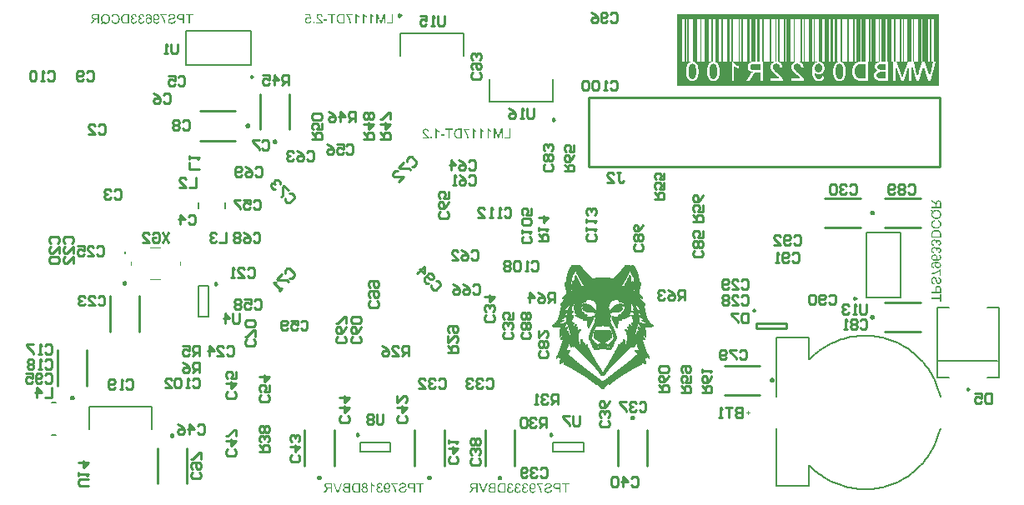
<source format=gbo>
G04*
G04 #@! TF.GenerationSoftware,Altium Limited,Altium Designer,21.7.1 (17)*
G04*
G04 Layer_Color=32896*
%FSLAX44Y44*%
%MOMM*%
G71*
G04*
G04 #@! TF.SameCoordinates,003C428C-6323-4237-91BB-275CBF4B30E0*
G04*
G04*
G04 #@! TF.FilePolarity,Positive*
G04*
G01*
G75*
%ADD10C,0.2540*%
%ADD12C,0.2500*%
%ADD13C,0.2000*%
%ADD17C,0.1000*%
%ADD334C,0.0210*%
G36*
X155250Y59250D02*
X154816Y59288D01*
X154395Y59401D01*
X154001Y59585D01*
X153644Y59835D01*
X153336Y60143D01*
X153086Y60500D01*
X152902Y60895D01*
X152789Y61316D01*
X152751Y61750D01*
X152789Y62184D01*
X152902Y62605D01*
X153086Y63000D01*
X153336Y63357D01*
X153644Y63665D01*
X154001Y63915D01*
X154395Y64099D01*
X154816Y64212D01*
X155250Y64250D01*
X155684Y64212D01*
X156105Y64099D01*
X156499Y63915D01*
X156856Y63665D01*
X157164Y63357D01*
X157414Y63000D01*
X157598Y62605D01*
X157711Y62184D01*
X157749Y61750D01*
X157711Y61316D01*
X157598Y60895D01*
X157414Y60500D01*
X157164Y60143D01*
X156856Y59835D01*
X156499Y59585D01*
X156105Y59401D01*
X155684Y59288D01*
X155250Y59250D01*
D01*
D02*
G37*
G36*
X53750Y102750D02*
X54184Y102712D01*
X54605Y102599D01*
X54999Y102415D01*
X55356Y102165D01*
X55664Y101857D01*
X55914Y101500D01*
X56098Y101105D01*
X56211Y100684D01*
X56249Y100250D01*
X56211Y99816D01*
X56098Y99395D01*
X55914Y99000D01*
X55664Y98643D01*
X55356Y98335D01*
X54999Y98085D01*
X54605Y97901D01*
X54184Y97788D01*
X53750Y97750D01*
X53316Y97788D01*
X52895Y97901D01*
X52501Y98085D01*
X52144Y98335D01*
X51836Y98643D01*
X51586Y99000D01*
X51402Y99395D01*
X51289Y99816D01*
X51251Y100250D01*
X51289Y100684D01*
X51402Y101105D01*
X51586Y101500D01*
X51836Y101857D01*
X52144Y102165D01*
X52501Y102415D01*
X52895Y102599D01*
X53316Y102712D01*
X53750Y102750D01*
D01*
D02*
G37*
G36*
X107000Y214000D02*
X106566Y214038D01*
X106145Y214151D01*
X105751Y214335D01*
X105394Y214585D01*
X105086Y214893D01*
X104836Y215250D01*
X104652Y215645D01*
X104539Y216066D01*
X104501Y216500D01*
X104539Y216934D01*
X104652Y217355D01*
X104836Y217750D01*
X105086Y218107D01*
X105394Y218415D01*
X105751Y218665D01*
X106145Y218849D01*
X106566Y218962D01*
X107000Y219000D01*
X107434Y218962D01*
X107855Y218849D01*
X108249Y218665D01*
X108606Y218415D01*
X108914Y218107D01*
X109164Y217750D01*
X109348Y217355D01*
X109461Y216934D01*
X109499Y216500D01*
X109461Y216066D01*
X109348Y215645D01*
X109164Y215250D01*
X108914Y214893D01*
X108606Y214585D01*
X108249Y214335D01*
X107855Y214151D01*
X107434Y214038D01*
X107000Y214000D01*
D01*
D02*
G37*
G36*
X304750Y21500D02*
X305184Y21462D01*
X305605Y21349D01*
X305999Y21165D01*
X306356Y20915D01*
X306664Y20607D01*
X306914Y20250D01*
X307098Y19855D01*
X307211Y19434D01*
X307249Y19000D01*
X307211Y18566D01*
X307098Y18145D01*
X306914Y17750D01*
X306664Y17393D01*
X306356Y17085D01*
X305999Y16835D01*
X305605Y16651D01*
X305184Y16538D01*
X304750Y16500D01*
X304316Y16538D01*
X303895Y16651D01*
X303501Y16835D01*
X303144Y17085D01*
X302836Y17393D01*
X302586Y17750D01*
X302402Y18145D01*
X302289Y18566D01*
X302251Y19000D01*
X302289Y19434D01*
X302402Y19855D01*
X302586Y20250D01*
X302836Y20607D01*
X303144Y20915D01*
X303501Y21165D01*
X303895Y21349D01*
X304316Y21462D01*
X304750Y21500D01*
D01*
D02*
G37*
G36*
X416500D02*
X416934Y21462D01*
X417355Y21349D01*
X417749Y21165D01*
X418106Y20915D01*
X418414Y20607D01*
X418664Y20250D01*
X418848Y19855D01*
X418961Y19434D01*
X418999Y19000D01*
X418961Y18566D01*
X418848Y18145D01*
X418664Y17750D01*
X418414Y17393D01*
X418106Y17085D01*
X417749Y16835D01*
X417355Y16651D01*
X416934Y16538D01*
X416500Y16500D01*
X416066Y16538D01*
X415645Y16651D01*
X415251Y16835D01*
X414894Y17085D01*
X414586Y17393D01*
X414336Y17750D01*
X414152Y18145D01*
X414039Y18566D01*
X414001Y19000D01*
X414039Y19434D01*
X414152Y19855D01*
X414336Y20250D01*
X414586Y20607D01*
X414894Y20915D01*
X415251Y21165D01*
X415645Y21349D01*
X416066Y21462D01*
X416500Y21500D01*
D01*
D02*
G37*
G36*
X229500Y376750D02*
X229538Y377184D01*
X229651Y377605D01*
X229835Y377999D01*
X230085Y378356D01*
X230393Y378664D01*
X230750Y378914D01*
X231145Y379098D01*
X231566Y379211D01*
X232000Y379249D01*
X232434Y379211D01*
X232855Y379098D01*
X233250Y378914D01*
X233607Y378664D01*
X233915Y378356D01*
X234165Y377999D01*
X234349Y377605D01*
X234462Y377184D01*
X234500Y376750D01*
X234462Y376316D01*
X234349Y375895D01*
X234165Y375501D01*
X233915Y375144D01*
X233607Y374836D01*
X233250Y374586D01*
X232855Y374402D01*
X232434Y374289D01*
X232000Y374251D01*
X231566Y374289D01*
X231145Y374402D01*
X230750Y374586D01*
X230393Y374836D01*
X230085Y375144D01*
X229835Y375501D01*
X229651Y375895D01*
X229538Y376316D01*
X229500Y376750D01*
D01*
D02*
G37*
G36*
X259500Y363000D02*
X259934Y362962D01*
X260355Y362849D01*
X260749Y362665D01*
X261106Y362415D01*
X261414Y362107D01*
X261664Y361750D01*
X261848Y361355D01*
X261961Y360934D01*
X261999Y360500D01*
X261961Y360066D01*
X261848Y359645D01*
X261664Y359250D01*
X261414Y358893D01*
X261106Y358585D01*
X260749Y358335D01*
X260355Y358151D01*
X259934Y358038D01*
X259500Y358000D01*
X259066Y358038D01*
X258645Y358151D01*
X258251Y358335D01*
X257894Y358585D01*
X257586Y358893D01*
X257336Y359250D01*
X257152Y359645D01*
X257039Y360066D01*
X257001Y360500D01*
X257039Y360934D01*
X257152Y361355D01*
X257336Y361750D01*
X257586Y362107D01*
X257894Y362415D01*
X258251Y362665D01*
X258645Y362849D01*
X259066Y362962D01*
X259500Y363000D01*
D01*
D02*
G37*
G36*
X488000Y21500D02*
X488434Y21462D01*
X488855Y21349D01*
X489249Y21165D01*
X489606Y20915D01*
X489914Y20607D01*
X490164Y20250D01*
X490348Y19855D01*
X490461Y19434D01*
X490499Y19000D01*
X490461Y18566D01*
X490348Y18145D01*
X490164Y17750D01*
X489914Y17393D01*
X489606Y17085D01*
X489249Y16835D01*
X488855Y16651D01*
X488434Y16538D01*
X488000Y16500D01*
X487566Y16538D01*
X487145Y16651D01*
X486751Y16835D01*
X486394Y17085D01*
X486086Y17393D01*
X485836Y17750D01*
X485652Y18145D01*
X485539Y18566D01*
X485501Y19000D01*
X485539Y19434D01*
X485652Y19855D01*
X485836Y20250D01*
X486086Y20607D01*
X486394Y20915D01*
X486751Y21165D01*
X487145Y21349D01*
X487566Y21462D01*
X488000Y21500D01*
D01*
D02*
G37*
G36*
X622750Y77500D02*
X622316Y77538D01*
X621895Y77651D01*
X621501Y77835D01*
X621144Y78085D01*
X620836Y78393D01*
X620586Y78750D01*
X620402Y79145D01*
X620289Y79566D01*
X620251Y80000D01*
X620289Y80434D01*
X620402Y80855D01*
X620586Y81250D01*
X620836Y81607D01*
X621144Y81915D01*
X621501Y82165D01*
X621895Y82349D01*
X622316Y82462D01*
X622750Y82500D01*
X623184Y82462D01*
X623605Y82349D01*
X623999Y82165D01*
X624356Y81915D01*
X624664Y81607D01*
X624914Y81250D01*
X625098Y80855D01*
X625211Y80434D01*
X625249Y80000D01*
X625211Y79566D01*
X625098Y79145D01*
X624914Y78750D01*
X624664Y78393D01*
X624356Y78085D01*
X623999Y77835D01*
X623605Y77651D01*
X623184Y77538D01*
X622750Y77500D01*
D01*
D02*
G37*
G36*
X762000Y118250D02*
X762038Y118684D01*
X762151Y119105D01*
X762335Y119499D01*
X762585Y119856D01*
X762893Y120164D01*
X763250Y120414D01*
X763645Y120598D01*
X764066Y120711D01*
X764500Y120749D01*
X764934Y120711D01*
X765355Y120598D01*
X765750Y120414D01*
X766107Y120164D01*
X766415Y119856D01*
X766665Y119499D01*
X766849Y119105D01*
X766962Y118684D01*
X767000Y118250D01*
X766962Y117816D01*
X766849Y117395D01*
X766665Y117001D01*
X766415Y116644D01*
X766107Y116336D01*
X765750Y116086D01*
X765355Y115902D01*
X764934Y115789D01*
X764500Y115751D01*
X764066Y115789D01*
X763645Y115902D01*
X763250Y116086D01*
X762893Y116336D01*
X762585Y116644D01*
X762335Y117001D01*
X762151Y117395D01*
X762038Y117816D01*
X762000Y118250D01*
D01*
D02*
G37*
G36*
X746060Y187055D02*
X745721Y187085D01*
X745391Y187173D01*
X745082Y187318D01*
X744803Y187513D01*
X744562Y187755D01*
X744366Y188034D01*
X744222Y188344D01*
X744134Y188674D01*
X744104Y189014D01*
X744134Y189354D01*
X744222Y189684D01*
X744366Y189993D01*
X744562Y190273D01*
X744803Y190514D01*
X745082Y190710D01*
X745391Y190854D01*
X745721Y190943D01*
X746060Y190972D01*
X746400Y190943D01*
X746729Y190854D01*
X747039Y190710D01*
X747318Y190514D01*
X747559Y190273D01*
X747755Y189993D01*
X747899Y189684D01*
X747987Y189354D01*
X748017Y189014D01*
X747987Y188674D01*
X747899Y188344D01*
X747755Y188034D01*
X747559Y187755D01*
X747318Y187513D01*
X747039Y187318D01*
X746729Y187173D01*
X746400Y187085D01*
X746060Y187055D01*
D01*
D02*
G37*
G36*
X866684Y290711D02*
X867105Y290598D01*
X867500Y290414D01*
X867857Y290164D01*
X868165Y289856D01*
X868415Y289499D01*
X868599Y289105D01*
X868712Y288684D01*
X868750Y288250D01*
X868712Y287816D01*
X868599Y287395D01*
X868415Y287001D01*
X868165Y286644D01*
X867857Y286336D01*
X867500Y286086D01*
X867105Y285902D01*
X866684Y285789D01*
X866250Y285751D01*
X865816Y285789D01*
X865395Y285902D01*
X865000Y286086D01*
X864643Y286336D01*
X864335Y286644D01*
X864085Y287001D01*
X863901Y287395D01*
X863788Y287816D01*
X863750Y288250D01*
X863788Y288684D01*
X863901Y289105D01*
X864085Y289499D01*
X864335Y289856D01*
X864643Y290164D01*
X865000Y290414D01*
X865395Y290598D01*
X865816Y290711D01*
X866250Y290749D01*
X866684Y290711D01*
D02*
G37*
G36*
Y184711D02*
X867105Y184598D01*
X867500Y184414D01*
X867857Y184164D01*
X868165Y183856D01*
X868415Y183499D01*
X868599Y183105D01*
X868712Y182684D01*
X868750Y182250D01*
X868712Y181816D01*
X868599Y181395D01*
X868415Y181001D01*
X868165Y180644D01*
X867857Y180336D01*
X867500Y180086D01*
X867105Y179902D01*
X866684Y179789D01*
X866250Y179751D01*
X865816Y179789D01*
X865395Y179902D01*
X865000Y180086D01*
X864643Y180336D01*
X864335Y180644D01*
X864085Y181001D01*
X863901Y181395D01*
X863788Y181816D01*
X863750Y182250D01*
X863788Y182684D01*
X863901Y183105D01*
X864085Y183499D01*
X864335Y183856D01*
X864643Y184164D01*
X865000Y184414D01*
X865395Y184598D01*
X865816Y184711D01*
X866250Y184749D01*
X866684Y184711D01*
D02*
G37*
G36*
X933750Y417500D02*
X667500D01*
Y490000D01*
X933750D01*
Y417500D01*
D02*
G37*
G36*
X740771Y85487D02*
X742517D01*
Y84746D01*
X740771D01*
Y83000D01*
X740040D01*
Y84746D01*
X738284D01*
Y85487D01*
X740040D01*
Y87233D01*
X740771D01*
Y85487D01*
D02*
G37*
G36*
X305027Y490542D02*
X305264Y490527D01*
X305710Y490438D01*
X305903Y490393D01*
X306096Y490334D01*
X306260Y490260D01*
X306409Y490200D01*
X306542Y490126D01*
X306661Y490067D01*
X306765Y489992D01*
X306854Y489948D01*
X306914Y489903D01*
X306958Y489859D01*
X306988Y489844D01*
X307003Y489829D01*
X307152Y489680D01*
X307270Y489532D01*
X307493Y489190D01*
X307657Y488848D01*
X307776Y488506D01*
X307865Y488209D01*
X307880Y488075D01*
X307909Y487957D01*
X307924Y487868D01*
X307939Y487793D01*
Y487749D01*
Y487734D01*
X306706Y487600D01*
X306676Y487927D01*
X306617Y488209D01*
X306542Y488447D01*
X306438Y488655D01*
X306349Y488818D01*
X306260Y488937D01*
X306201Y488997D01*
X306186Y489026D01*
X305978Y489205D01*
X305755Y489338D01*
X305517Y489428D01*
X305294Y489502D01*
X305101Y489532D01*
X304952Y489547D01*
X304893Y489561D01*
X304804D01*
X304507Y489547D01*
X304239Y489487D01*
X304016Y489413D01*
X303823Y489324D01*
X303675Y489220D01*
X303556Y489145D01*
X303496Y489086D01*
X303466Y489071D01*
X303288Y488878D01*
X303169Y488670D01*
X303080Y488477D01*
X303006Y488284D01*
X302976Y488120D01*
X302961Y487986D01*
X302946Y487897D01*
Y487882D01*
Y487868D01*
X302976Y487615D01*
X303036Y487347D01*
X303125Y487110D01*
X303229Y486887D01*
X303333Y486694D01*
X303422Y486545D01*
X303452Y486486D01*
X303481Y486441D01*
X303511Y486426D01*
Y486411D01*
X303630Y486263D01*
X303764Y486099D01*
X303912Y485936D01*
X304091Y485772D01*
X304447Y485431D01*
X304804Y485089D01*
X305131Y484807D01*
X305279Y484673D01*
X305413Y484569D01*
X305517Y484465D01*
X305591Y484405D01*
X305651Y484361D01*
X305666Y484346D01*
X306022Y484034D01*
X306349Y483751D01*
X306617Y483499D01*
X306840Y483291D01*
X307018Y483113D01*
X307137Y482979D01*
X307211Y482890D01*
X307241Y482875D01*
Y482860D01*
X307434Y482622D01*
X307582Y482399D01*
X307731Y482177D01*
X307835Y481983D01*
X307924Y481805D01*
X307984Y481686D01*
X308013Y481597D01*
X308028Y481582D01*
Y481567D01*
X308073Y481419D01*
X308117Y481270D01*
X308132Y481136D01*
X308147Y481017D01*
X308162Y480913D01*
Y480824D01*
Y480765D01*
Y480750D01*
X301698D01*
Y481894D01*
X306498D01*
X306334Y482132D01*
X306171Y482325D01*
X306096Y482414D01*
X306037Y482474D01*
X306007Y482518D01*
X305993Y482533D01*
X305918Y482607D01*
X305844Y482682D01*
X305651Y482860D01*
X305413Y483068D01*
X305190Y483276D01*
X304967Y483469D01*
X304789Y483618D01*
X304715Y483677D01*
X304655Y483722D01*
X304625Y483751D01*
X304611Y483766D01*
X304373Y483974D01*
X304165Y484153D01*
X303957Y484331D01*
X303778Y484495D01*
X303615Y484658D01*
X303466Y484792D01*
X303318Y484925D01*
X303199Y485044D01*
X303095Y485148D01*
X303006Y485237D01*
X302872Y485371D01*
X302798Y485460D01*
X302768Y485490D01*
X302575Y485728D01*
X302397Y485936D01*
X302263Y486144D01*
X302159Y486322D01*
X302070Y486471D01*
X302010Y486575D01*
X301981Y486649D01*
X301966Y486679D01*
X301877Y486887D01*
X301817Y487095D01*
X301773Y487288D01*
X301743Y487466D01*
X301728Y487615D01*
X301713Y487734D01*
Y487808D01*
Y487838D01*
X301728Y488046D01*
X301743Y488254D01*
X301847Y488625D01*
X301981Y488952D01*
X302129Y489235D01*
X302278Y489457D01*
X302352Y489547D01*
X302411Y489636D01*
X302471Y489695D01*
X302516Y489740D01*
X302530Y489754D01*
X302545Y489769D01*
X302709Y489903D01*
X302872Y490037D01*
X303050Y490141D01*
X303244Y490230D01*
X303615Y490364D01*
X303972Y490453D01*
X304135Y490498D01*
X304284Y490512D01*
X304417Y490527D01*
X304536Y490542D01*
X304640Y490557D01*
X304774D01*
X305027Y490542D01*
D02*
G37*
G36*
X357405Y490319D02*
X357568Y490081D01*
X357746Y489859D01*
X357925Y489650D01*
X358088Y489487D01*
X358222Y489353D01*
X358311Y489264D01*
X358326Y489249D01*
X358341Y489235D01*
X358623Y488997D01*
X358920Y488774D01*
X359217Y488581D01*
X359485Y488417D01*
X359723Y488284D01*
X359827Y488239D01*
X359916Y488194D01*
X359975Y488150D01*
X360035Y488120D01*
X360064Y488105D01*
X360079D01*
Y486931D01*
X359871Y487020D01*
X359648Y487124D01*
X359440Y487214D01*
X359247Y487318D01*
X359084Y487407D01*
X358950Y487481D01*
X358861Y487541D01*
X358846Y487555D01*
X358831D01*
X358578Y487704D01*
X358356Y487868D01*
X358162Y488001D01*
X357999Y488135D01*
X357865Y488239D01*
X357761Y488313D01*
X357702Y488373D01*
X357687Y488387D01*
Y480750D01*
X356483D01*
Y490557D01*
X357271D01*
X357405Y490319D01*
D02*
G37*
G36*
X349827D02*
X349990Y490081D01*
X350168Y489859D01*
X350347Y489650D01*
X350510Y489487D01*
X350644Y489353D01*
X350733Y489264D01*
X350748Y489249D01*
X350763Y489235D01*
X351045Y488997D01*
X351342Y488774D01*
X351639Y488581D01*
X351907Y488417D01*
X352145Y488284D01*
X352249Y488239D01*
X352338Y488194D01*
X352397Y488150D01*
X352457Y488120D01*
X352486Y488105D01*
X352501D01*
Y486931D01*
X352293Y487020D01*
X352070Y487124D01*
X351862Y487214D01*
X351669Y487318D01*
X351506Y487407D01*
X351372Y487481D01*
X351283Y487541D01*
X351268Y487555D01*
X351253D01*
X351000Y487704D01*
X350778Y487868D01*
X350584Y488001D01*
X350421Y488135D01*
X350287Y488239D01*
X350183Y488313D01*
X350124Y488373D01*
X350109Y488387D01*
Y480750D01*
X348905D01*
Y490557D01*
X349693D01*
X349827Y490319D01*
D02*
G37*
G36*
X342248D02*
X342412Y490081D01*
X342590Y489859D01*
X342769Y489650D01*
X342932Y489487D01*
X343066Y489353D01*
X343155Y489264D01*
X343170Y489249D01*
X343185Y489235D01*
X343467Y488997D01*
X343764Y488774D01*
X344061Y488581D01*
X344329Y488417D01*
X344566Y488284D01*
X344670Y488239D01*
X344760Y488194D01*
X344819Y488150D01*
X344879Y488120D01*
X344908Y488105D01*
X344923D01*
Y486931D01*
X344715Y487020D01*
X344492Y487124D01*
X344284Y487214D01*
X344091Y487318D01*
X343928Y487407D01*
X343794Y487481D01*
X343705Y487541D01*
X343690Y487555D01*
X343675D01*
X343422Y487704D01*
X343200Y487868D01*
X343006Y488001D01*
X342843Y488135D01*
X342709Y488239D01*
X342605Y488313D01*
X342546Y488373D01*
X342531Y488387D01*
Y480750D01*
X341327D01*
Y490557D01*
X342115D01*
X342248Y490319D01*
D02*
G37*
G36*
X296423Y485356D02*
X295294Y485193D01*
X295190Y485341D01*
X295071Y485475D01*
X294952Y485594D01*
X294848Y485698D01*
X294744Y485772D01*
X294655Y485832D01*
X294596Y485862D01*
X294581Y485876D01*
X294403Y485965D01*
X294224Y486040D01*
X294046Y486084D01*
X293882Y486129D01*
X293734Y486144D01*
X293630Y486159D01*
X293526D01*
X293199Y486129D01*
X292902Y486069D01*
X292634Y485965D01*
X292426Y485862D01*
X292248Y485757D01*
X292129Y485653D01*
X292055Y485594D01*
X292025Y485564D01*
X291832Y485327D01*
X291683Y485059D01*
X291579Y484792D01*
X291520Y484539D01*
X291475Y484301D01*
X291460Y484197D01*
Y484108D01*
X291446Y484049D01*
Y483989D01*
Y483960D01*
Y483945D01*
X291475Y483558D01*
X291535Y483217D01*
X291639Y482919D01*
X291743Y482667D01*
X291847Y482474D01*
X291951Y482325D01*
X292010Y482236D01*
X292040Y482221D01*
Y482206D01*
X292159Y482087D01*
X292278Y481998D01*
X292515Y481835D01*
X292768Y481731D01*
X292991Y481642D01*
X293199Y481597D01*
X293362Y481582D01*
X293422Y481567D01*
X293511D01*
X293764Y481582D01*
X294001Y481642D01*
X294209Y481716D01*
X294388Y481790D01*
X294536Y481879D01*
X294640Y481939D01*
X294700Y481998D01*
X294729Y482013D01*
X294908Y482206D01*
X295041Y482429D01*
X295160Y482652D01*
X295235Y482875D01*
X295294Y483083D01*
X295339Y483246D01*
X295354Y483306D01*
X295368Y483350D01*
Y483380D01*
Y483395D01*
X296631Y483306D01*
X296602Y483083D01*
X296557Y482860D01*
X296438Y482474D01*
X296275Y482132D01*
X296111Y481850D01*
X296022Y481731D01*
X295948Y481627D01*
X295874Y481538D01*
X295814Y481463D01*
X295755Y481404D01*
X295710Y481359D01*
X295695Y481344D01*
X295680Y481329D01*
X295517Y481196D01*
X295339Y481092D01*
X295160Y480988D01*
X294982Y480899D01*
X294625Y480765D01*
X294284Y480676D01*
X294120Y480646D01*
X293972Y480631D01*
X293838Y480616D01*
X293734Y480601D01*
X293645Y480587D01*
X293511D01*
X293214Y480601D01*
X292931Y480631D01*
X292679Y480691D01*
X292426Y480765D01*
X292203Y480854D01*
X291980Y480958D01*
X291787Y481062D01*
X291624Y481181D01*
X291460Y481285D01*
X291327Y481389D01*
X291208Y481493D01*
X291119Y481582D01*
X291044Y481656D01*
X290985Y481716D01*
X290955Y481745D01*
X290940Y481760D01*
X290807Y481939D01*
X290688Y482132D01*
X290584Y482325D01*
X290495Y482533D01*
X290361Y482905D01*
X290257Y483261D01*
X290227Y483425D01*
X290212Y483573D01*
X290197Y483707D01*
X290183Y483826D01*
X290168Y483915D01*
Y483989D01*
Y484034D01*
Y484049D01*
X290183Y484301D01*
X290212Y484554D01*
X290257Y484777D01*
X290301Y485000D01*
X290376Y485193D01*
X290450Y485386D01*
X290524Y485549D01*
X290613Y485713D01*
X290703Y485847D01*
X290777Y485965D01*
X290851Y486069D01*
X290926Y486159D01*
X290970Y486233D01*
X291015Y486278D01*
X291044Y486307D01*
X291059Y486322D01*
X291223Y486486D01*
X291401Y486619D01*
X291579Y486738D01*
X291772Y486842D01*
X291951Y486931D01*
X292129Y486991D01*
X292471Y487110D01*
X292619Y487139D01*
X292768Y487169D01*
X292887Y487184D01*
X293006Y487199D01*
X293095Y487214D01*
X293214D01*
X293570Y487184D01*
X293912Y487110D01*
X294224Y487020D01*
X294492Y486902D01*
X294729Y486783D01*
X294819Y486738D01*
X294908Y486694D01*
X294967Y486649D01*
X295012Y486619D01*
X295041Y486604D01*
X295056Y486590D01*
X294521Y489220D01*
X290628D01*
Y490364D01*
X295472D01*
X296423Y485356D01*
D02*
G37*
G36*
X312664Y483677D02*
X308994D01*
Y484881D01*
X312664D01*
Y483677D01*
D02*
G37*
G36*
X371907Y480750D02*
X370659D01*
Y489056D01*
X367850Y480750D01*
X366692D01*
X363839Y488922D01*
Y480750D01*
X362590D01*
Y490512D01*
X364344D01*
X366677Y483722D01*
X366796Y483350D01*
X366914Y483038D01*
X367004Y482771D01*
X367063Y482548D01*
X367122Y482384D01*
X367167Y482266D01*
X367182Y482191D01*
X367197Y482162D01*
X367256Y482355D01*
X367331Y482593D01*
X367405Y482830D01*
X367479Y483068D01*
X367553Y483276D01*
X367613Y483439D01*
X367628Y483514D01*
X367643Y483558D01*
X367657Y483588D01*
Y483603D01*
X369975Y490512D01*
X371907D01*
Y480750D01*
D02*
G37*
G36*
X379500D02*
X373408D01*
Y481894D01*
X378207D01*
Y490512D01*
X379500D01*
Y480750D01*
D02*
G37*
G36*
X338192Y489249D02*
X333407D01*
X333749Y488833D01*
X334061Y488402D01*
X334358Y487971D01*
X334626Y487570D01*
X334730Y487377D01*
X334834Y487214D01*
X334923Y487065D01*
X334997Y486931D01*
X335057Y486827D01*
X335101Y486753D01*
X335131Y486694D01*
X335146Y486679D01*
X335428Y486114D01*
X335681Y485549D01*
X335889Y485014D01*
X335978Y484762D01*
X336067Y484539D01*
X336141Y484316D01*
X336201Y484123D01*
X336260Y483960D01*
X336305Y483811D01*
X336335Y483692D01*
X336364Y483603D01*
X336379Y483544D01*
Y483529D01*
X336528Y482934D01*
X336587Y482667D01*
X336632Y482399D01*
X336676Y482162D01*
X336706Y481939D01*
X336736Y481716D01*
X336766Y481523D01*
X336780Y481359D01*
X336795Y481196D01*
X336810Y481062D01*
Y480958D01*
X336825Y480869D01*
Y480809D01*
Y480765D01*
Y480750D01*
X335592D01*
X335547Y481285D01*
X335488Y481790D01*
X335413Y482236D01*
X335369Y482444D01*
X335339Y482637D01*
X335294Y482800D01*
X335265Y482964D01*
X335235Y483098D01*
X335205Y483217D01*
X335176Y483306D01*
X335161Y483365D01*
X335146Y483410D01*
Y483425D01*
X334938Y484078D01*
X334715Y484688D01*
X334596Y484985D01*
X334477Y485267D01*
X334358Y485535D01*
X334254Y485772D01*
X334150Y485995D01*
X334046Y486203D01*
X333957Y486382D01*
X333883Y486530D01*
X333823Y486649D01*
X333779Y486738D01*
X333749Y486798D01*
X333734Y486813D01*
X333556Y487110D01*
X333392Y487407D01*
X333214Y487674D01*
X333051Y487927D01*
X332902Y488165D01*
X332739Y488373D01*
X332590Y488581D01*
X332456Y488759D01*
X332337Y488908D01*
X332219Y489056D01*
X332115Y489175D01*
X332040Y489279D01*
X331966Y489353D01*
X331922Y489413D01*
X331892Y489442D01*
X331877Y489457D01*
Y490393D01*
X338192D01*
Y489249D01*
D02*
G37*
G36*
X330198Y480750D02*
X326691D01*
X326364Y480765D01*
X326067Y480780D01*
X325800Y480809D01*
X325577Y480839D01*
X325383Y480869D01*
X325250Y480884D01*
X325161Y480913D01*
X325131D01*
X324878Y480988D01*
X324655Y481062D01*
X324462Y481136D01*
X324299Y481211D01*
X324165Y481285D01*
X324061Y481344D01*
X323987Y481374D01*
X323972Y481389D01*
X323794Y481523D01*
X323630Y481671D01*
X323467Y481820D01*
X323348Y481954D01*
X323229Y482087D01*
X323155Y482191D01*
X323095Y482251D01*
X323080Y482281D01*
X322932Y482503D01*
X322798Y482741D01*
X322679Y482979D01*
X322590Y483202D01*
X322516Y483410D01*
X322456Y483558D01*
X322441Y483618D01*
X322427Y483662D01*
X322412Y483692D01*
Y483707D01*
X322323Y484034D01*
X322263Y484376D01*
X322204Y484717D01*
X322174Y485014D01*
X322159Y485282D01*
Y485401D01*
X322144Y485490D01*
Y485579D01*
Y485639D01*
Y485668D01*
Y485683D01*
X322159Y486159D01*
X322204Y486590D01*
X322263Y486976D01*
X322308Y487154D01*
X322337Y487318D01*
X322367Y487466D01*
X322412Y487600D01*
X322441Y487719D01*
X322471Y487808D01*
X322501Y487882D01*
X322516Y487942D01*
X322531Y487971D01*
Y487986D01*
X322694Y488358D01*
X322872Y488685D01*
X323065Y488967D01*
X323259Y489205D01*
X323422Y489398D01*
X323556Y489547D01*
X323660Y489636D01*
X323675Y489665D01*
X323690D01*
X323927Y489844D01*
X324165Y489992D01*
X324403Y490111D01*
X324626Y490200D01*
X324819Y490275D01*
X324982Y490319D01*
X325042Y490349D01*
X325071D01*
X325101Y490364D01*
X325116D01*
X325354Y490408D01*
X325636Y490453D01*
X325933Y490483D01*
X326201Y490498D01*
X326453Y490512D01*
X330198D01*
Y480750D01*
D02*
G37*
G36*
X321089Y489368D02*
X317880D01*
Y480750D01*
X316587D01*
Y489368D01*
X313377D01*
Y490512D01*
X321089D01*
Y489368D01*
D02*
G37*
G36*
X299752Y480750D02*
X298385D01*
Y482117D01*
X299752D01*
Y480750D01*
D02*
G37*
G36*
X412910Y373792D02*
X413147Y373777D01*
X413593Y373688D01*
X413786Y373643D01*
X413979Y373584D01*
X414143Y373510D01*
X414291Y373450D01*
X414425Y373376D01*
X414544Y373317D01*
X414648Y373242D01*
X414737Y373198D01*
X414797Y373153D01*
X414841Y373109D01*
X414871Y373094D01*
X414886Y373079D01*
X415034Y372930D01*
X415153Y372782D01*
X415376Y372440D01*
X415540Y372098D01*
X415658Y371756D01*
X415748Y371459D01*
X415762Y371325D01*
X415792Y371207D01*
X415807Y371118D01*
X415822Y371043D01*
Y370999D01*
Y370984D01*
X414589Y370850D01*
X414559Y371177D01*
X414500Y371459D01*
X414425Y371697D01*
X414321Y371905D01*
X414232Y372068D01*
X414143Y372187D01*
X414083Y372247D01*
X414069Y372276D01*
X413861Y372455D01*
X413638Y372589D01*
X413400Y372678D01*
X413177Y372752D01*
X412984Y372782D01*
X412835Y372797D01*
X412776Y372811D01*
X412687D01*
X412389Y372797D01*
X412122Y372737D01*
X411899Y372663D01*
X411706Y372574D01*
X411557Y372470D01*
X411438Y372395D01*
X411379Y372336D01*
X411349Y372321D01*
X411171Y372128D01*
X411052Y371920D01*
X410963Y371727D01*
X410889Y371534D01*
X410859Y371370D01*
X410844Y371236D01*
X410829Y371147D01*
Y371132D01*
Y371118D01*
X410859Y370865D01*
X410919Y370597D01*
X411008Y370360D01*
X411112Y370137D01*
X411216Y369944D01*
X411305Y369795D01*
X411334Y369736D01*
X411364Y369691D01*
X411394Y369676D01*
Y369661D01*
X411513Y369513D01*
X411646Y369349D01*
X411795Y369186D01*
X411973Y369022D01*
X412330Y368681D01*
X412687Y368339D01*
X413014Y368056D01*
X413162Y367923D01*
X413296Y367819D01*
X413400Y367715D01*
X413474Y367655D01*
X413534Y367611D01*
X413549Y367596D01*
X413905Y367284D01*
X414232Y367001D01*
X414500Y366749D01*
X414722Y366541D01*
X414901Y366363D01*
X415019Y366229D01*
X415094Y366140D01*
X415124Y366125D01*
Y366110D01*
X415317Y365872D01*
X415465Y365649D01*
X415614Y365426D01*
X415718Y365233D01*
X415807Y365055D01*
X415867Y364936D01*
X415896Y364847D01*
X415911Y364832D01*
Y364817D01*
X415956Y364669D01*
X416000Y364520D01*
X416015Y364386D01*
X416030Y364268D01*
X416045Y364164D01*
Y364074D01*
Y364015D01*
Y364000D01*
X409581D01*
Y365144D01*
X414381D01*
X414217Y365382D01*
X414054Y365575D01*
X413979Y365664D01*
X413920Y365724D01*
X413890Y365768D01*
X413875Y365783D01*
X413801Y365857D01*
X413727Y365932D01*
X413534Y366110D01*
X413296Y366318D01*
X413073Y366526D01*
X412850Y366719D01*
X412672Y366868D01*
X412598Y366927D01*
X412538Y366972D01*
X412508Y367001D01*
X412494Y367016D01*
X412256Y367224D01*
X412048Y367403D01*
X411840Y367581D01*
X411661Y367744D01*
X411498Y367908D01*
X411349Y368042D01*
X411201Y368175D01*
X411082Y368294D01*
X410978Y368398D01*
X410889Y368487D01*
X410755Y368621D01*
X410681Y368710D01*
X410651Y368740D01*
X410458Y368978D01*
X410280Y369186D01*
X410146Y369394D01*
X410042Y369572D01*
X409953Y369721D01*
X409893Y369825D01*
X409864Y369899D01*
X409849Y369929D01*
X409759Y370137D01*
X409700Y370345D01*
X409655Y370538D01*
X409626Y370716D01*
X409611Y370865D01*
X409596Y370984D01*
Y371058D01*
Y371088D01*
X409611Y371296D01*
X409626Y371504D01*
X409730Y371875D01*
X409864Y372202D01*
X410012Y372485D01*
X410161Y372707D01*
X410235Y372797D01*
X410294Y372886D01*
X410354Y372945D01*
X410398Y372990D01*
X410413Y373005D01*
X410428Y373019D01*
X410592Y373153D01*
X410755Y373287D01*
X410933Y373391D01*
X411127Y373480D01*
X411498Y373614D01*
X411855Y373703D01*
X412018Y373747D01*
X412167Y373762D01*
X412300Y373777D01*
X412419Y373792D01*
X412523Y373807D01*
X412657D01*
X412910Y373792D01*
D02*
G37*
G36*
X476655Y373569D02*
X476818Y373331D01*
X476996Y373109D01*
X477175Y372901D01*
X477338Y372737D01*
X477472Y372603D01*
X477561Y372514D01*
X477576Y372499D01*
X477591Y372485D01*
X477873Y372247D01*
X478170Y372024D01*
X478467Y371831D01*
X478735Y371667D01*
X478973Y371534D01*
X479077Y371489D01*
X479166Y371444D01*
X479225Y371400D01*
X479285Y371370D01*
X479314Y371355D01*
X479329D01*
Y370181D01*
X479121Y370271D01*
X478898Y370374D01*
X478690Y370464D01*
X478497Y370568D01*
X478334Y370657D01*
X478200Y370731D01*
X478111Y370791D01*
X478096Y370805D01*
X478081D01*
X477828Y370954D01*
X477606Y371118D01*
X477412Y371251D01*
X477249Y371385D01*
X477115Y371489D01*
X477011Y371563D01*
X476952Y371623D01*
X476937Y371637D01*
Y364000D01*
X475733D01*
Y373807D01*
X476521D01*
X476655Y373569D01*
D02*
G37*
G36*
X469077D02*
X469240Y373331D01*
X469418Y373109D01*
X469597Y372901D01*
X469760Y372737D01*
X469894Y372603D01*
X469983Y372514D01*
X469998Y372499D01*
X470013Y372485D01*
X470295Y372247D01*
X470592Y372024D01*
X470889Y371831D01*
X471157Y371667D01*
X471395Y371534D01*
X471499Y371489D01*
X471588Y371444D01*
X471647Y371400D01*
X471707Y371370D01*
X471736Y371355D01*
X471751D01*
Y370181D01*
X471543Y370271D01*
X471320Y370374D01*
X471112Y370464D01*
X470919Y370568D01*
X470756Y370657D01*
X470622Y370731D01*
X470533Y370791D01*
X470518Y370805D01*
X470503D01*
X470250Y370954D01*
X470028Y371118D01*
X469834Y371251D01*
X469671Y371385D01*
X469537Y371489D01*
X469433Y371563D01*
X469374Y371623D01*
X469359Y371637D01*
Y364000D01*
X468155D01*
Y373807D01*
X468943D01*
X469077Y373569D01*
D02*
G37*
G36*
X461498D02*
X461662Y373331D01*
X461840Y373109D01*
X462019Y372901D01*
X462182Y372737D01*
X462316Y372603D01*
X462405Y372514D01*
X462420Y372499D01*
X462435Y372485D01*
X462717Y372247D01*
X463014Y372024D01*
X463311Y371831D01*
X463579Y371667D01*
X463816Y371534D01*
X463921Y371489D01*
X464010Y371444D01*
X464069Y371400D01*
X464128Y371370D01*
X464158Y371355D01*
X464173D01*
Y370181D01*
X463965Y370271D01*
X463742Y370374D01*
X463534Y370464D01*
X463341Y370568D01*
X463178Y370657D01*
X463044Y370731D01*
X462955Y370791D01*
X462940Y370805D01*
X462925D01*
X462672Y370954D01*
X462449Y371118D01*
X462256Y371251D01*
X462093Y371385D01*
X461959Y371489D01*
X461855Y371563D01*
X461796Y371623D01*
X461781Y371637D01*
Y364000D01*
X460577D01*
Y373807D01*
X461365D01*
X461498Y373569D01*
D02*
G37*
G36*
X423653D02*
X423816Y373331D01*
X423994Y373109D01*
X424173Y372901D01*
X424336Y372737D01*
X424470Y372603D01*
X424559Y372514D01*
X424574Y372499D01*
X424589Y372485D01*
X424871Y372247D01*
X425168Y372024D01*
X425465Y371831D01*
X425733Y371667D01*
X425971Y371534D01*
X426075Y371489D01*
X426164Y371444D01*
X426223Y371400D01*
X426283Y371370D01*
X426312Y371355D01*
X426327D01*
Y370181D01*
X426119Y370271D01*
X425896Y370374D01*
X425688Y370464D01*
X425495Y370568D01*
X425332Y370657D01*
X425198Y370731D01*
X425109Y370791D01*
X425094Y370805D01*
X425079D01*
X424827Y370954D01*
X424604Y371118D01*
X424410Y371251D01*
X424247Y371385D01*
X424113Y371489D01*
X424009Y371563D01*
X423950Y371623D01*
X423935Y371637D01*
Y364000D01*
X422731D01*
Y373807D01*
X423519D01*
X423653Y373569D01*
D02*
G37*
G36*
X431914Y366927D02*
X428244D01*
Y368131D01*
X431914D01*
Y366927D01*
D02*
G37*
G36*
X491157Y364000D02*
X489909D01*
Y372306D01*
X487100Y364000D01*
X485942D01*
X483089Y372173D01*
Y364000D01*
X481841D01*
Y373762D01*
X483594D01*
X485927Y366972D01*
X486046Y366600D01*
X486164Y366288D01*
X486254Y366021D01*
X486313Y365798D01*
X486372Y365634D01*
X486417Y365516D01*
X486432Y365441D01*
X486447Y365412D01*
X486506Y365605D01*
X486581Y365843D01*
X486655Y366080D01*
X486729Y366318D01*
X486803Y366526D01*
X486863Y366689D01*
X486878Y366764D01*
X486893Y366808D01*
X486907Y366838D01*
Y366853D01*
X489225Y373762D01*
X491157D01*
Y364000D01*
D02*
G37*
G36*
X498750D02*
X492658D01*
Y365144D01*
X497457D01*
Y373762D01*
X498750D01*
Y364000D01*
D02*
G37*
G36*
X457442Y372499D02*
X452657D01*
X452999Y372083D01*
X453311Y371652D01*
X453608Y371222D01*
X453876Y370820D01*
X453980Y370627D01*
X454084Y370464D01*
X454173Y370315D01*
X454247Y370181D01*
X454307Y370077D01*
X454351Y370003D01*
X454381Y369944D01*
X454396Y369929D01*
X454678Y369364D01*
X454931Y368800D01*
X455139Y368265D01*
X455228Y368012D01*
X455317Y367789D01*
X455391Y367566D01*
X455451Y367373D01*
X455510Y367210D01*
X455555Y367061D01*
X455585Y366942D01*
X455614Y366853D01*
X455629Y366794D01*
Y366779D01*
X455778Y366184D01*
X455837Y365917D01*
X455882Y365649D01*
X455926Y365412D01*
X455956Y365189D01*
X455986Y364966D01*
X456016Y364773D01*
X456030Y364609D01*
X456045Y364446D01*
X456060Y364312D01*
Y364208D01*
X456075Y364119D01*
Y364059D01*
Y364015D01*
Y364000D01*
X454842D01*
X454797Y364535D01*
X454738Y365040D01*
X454663Y365486D01*
X454619Y365694D01*
X454589Y365887D01*
X454544Y366051D01*
X454515Y366214D01*
X454485Y366348D01*
X454455Y366467D01*
X454426Y366556D01*
X454411Y366615D01*
X454396Y366660D01*
Y366675D01*
X454188Y367328D01*
X453965Y367938D01*
X453846Y368235D01*
X453727Y368517D01*
X453608Y368785D01*
X453504Y369022D01*
X453400Y369245D01*
X453296Y369453D01*
X453207Y369632D01*
X453133Y369780D01*
X453073Y369899D01*
X453029Y369988D01*
X452999Y370048D01*
X452984Y370062D01*
X452806Y370360D01*
X452643Y370657D01*
X452464Y370924D01*
X452301Y371177D01*
X452152Y371415D01*
X451989Y371623D01*
X451840Y371831D01*
X451706Y372009D01*
X451587Y372158D01*
X451469Y372306D01*
X451365Y372425D01*
X451290Y372529D01*
X451216Y372603D01*
X451171Y372663D01*
X451142Y372692D01*
X451127Y372707D01*
Y373643D01*
X457442D01*
Y372499D01*
D02*
G37*
G36*
X449448Y364000D02*
X445941D01*
X445614Y364015D01*
X445317Y364030D01*
X445050Y364059D01*
X444827Y364089D01*
X444633Y364119D01*
X444500Y364134D01*
X444411Y364164D01*
X444381D01*
X444128Y364238D01*
X443905Y364312D01*
X443712Y364386D01*
X443549Y364461D01*
X443415Y364535D01*
X443311Y364594D01*
X443237Y364624D01*
X443222Y364639D01*
X443044Y364773D01*
X442880Y364921D01*
X442717Y365070D01*
X442598Y365204D01*
X442479Y365337D01*
X442405Y365441D01*
X442345Y365501D01*
X442330Y365531D01*
X442182Y365753D01*
X442048Y365991D01*
X441929Y366229D01*
X441840Y366452D01*
X441766Y366660D01*
X441706Y366808D01*
X441691Y366868D01*
X441677Y366912D01*
X441662Y366942D01*
Y366957D01*
X441573Y367284D01*
X441513Y367626D01*
X441454Y367967D01*
X441424Y368265D01*
X441409Y368532D01*
Y368651D01*
X441394Y368740D01*
Y368829D01*
Y368889D01*
Y368918D01*
Y368933D01*
X441409Y369409D01*
X441454Y369840D01*
X441513Y370226D01*
X441558Y370404D01*
X441587Y370568D01*
X441617Y370716D01*
X441662Y370850D01*
X441691Y370969D01*
X441721Y371058D01*
X441751Y371132D01*
X441766Y371192D01*
X441781Y371222D01*
Y371236D01*
X441944Y371608D01*
X442122Y371935D01*
X442315Y372217D01*
X442509Y372455D01*
X442672Y372648D01*
X442806Y372797D01*
X442910Y372886D01*
X442925Y372915D01*
X442940D01*
X443177Y373094D01*
X443415Y373242D01*
X443653Y373361D01*
X443876Y373450D01*
X444069Y373525D01*
X444232Y373569D01*
X444292Y373599D01*
X444322D01*
X444351Y373614D01*
X444366D01*
X444604Y373658D01*
X444886Y373703D01*
X445183Y373733D01*
X445451Y373747D01*
X445703Y373762D01*
X449448D01*
Y364000D01*
D02*
G37*
G36*
X440339Y372618D02*
X437130D01*
Y364000D01*
X435837D01*
Y372618D01*
X432627D01*
Y373762D01*
X440339D01*
Y372618D01*
D02*
G37*
G36*
X419002Y364000D02*
X417635D01*
Y365367D01*
X419002D01*
Y364000D01*
D02*
G37*
G36*
X124375Y490277D02*
X124746Y490203D01*
X125088Y490099D01*
X125370Y489980D01*
X125593Y489846D01*
X125682Y489787D01*
X125757Y489742D01*
X125831Y489698D01*
X125875Y489668D01*
X125890Y489653D01*
X125905Y489638D01*
X126173Y489371D01*
X126381Y489074D01*
X126559Y488762D01*
X126678Y488464D01*
X126782Y488197D01*
X126812Y488078D01*
X126841Y487974D01*
X126856Y487900D01*
X126871Y487840D01*
X126886Y487796D01*
Y487781D01*
X125682Y487573D01*
X125623Y487885D01*
X125534Y488152D01*
X125444Y488375D01*
X125340Y488554D01*
X125251Y488702D01*
X125177Y488806D01*
X125118Y488866D01*
X125103Y488881D01*
X124910Y489029D01*
X124716Y489133D01*
X124523Y489222D01*
X124330Y489267D01*
X124181Y489296D01*
X124048Y489326D01*
X123929D01*
X123676Y489311D01*
X123453Y489252D01*
X123260Y489193D01*
X123097Y489103D01*
X122963Y489029D01*
X122859Y488955D01*
X122800Y488895D01*
X122785Y488881D01*
X122636Y488717D01*
X122532Y488524D01*
X122443Y488346D01*
X122398Y488182D01*
X122369Y488019D01*
X122339Y487900D01*
Y487826D01*
Y487811D01*
Y487796D01*
X122369Y487499D01*
X122443Y487246D01*
X122532Y487038D01*
X122651Y486875D01*
X122770Y486741D01*
X122859Y486637D01*
X122933Y486577D01*
X122963Y486562D01*
X123201Y486429D01*
X123439Y486340D01*
X123661Y486265D01*
X123869Y486221D01*
X124063Y486191D01*
X124196Y486176D01*
X124389D01*
X124449Y486191D01*
X124523D01*
X124657Y485136D01*
X124479Y485181D01*
X124315Y485210D01*
X124167Y485225D01*
X124048Y485240D01*
X123944Y485255D01*
X123810D01*
X123513Y485225D01*
X123260Y485166D01*
X123022Y485091D01*
X122829Y484987D01*
X122666Y484883D01*
X122547Y484809D01*
X122487Y484750D01*
X122458Y484720D01*
X122280Y484512D01*
X122146Y484289D01*
X122042Y484051D01*
X121982Y483843D01*
X121938Y483650D01*
X121923Y483502D01*
X121908Y483442D01*
Y483397D01*
Y483383D01*
Y483368D01*
X121938Y483056D01*
X121997Y482773D01*
X122086Y482521D01*
X122190Y482313D01*
X122309Y482135D01*
X122398Y482016D01*
X122458Y481941D01*
X122487Y481912D01*
X122710Y481718D01*
X122948Y481570D01*
X123186Y481481D01*
X123424Y481406D01*
X123617Y481362D01*
X123765Y481347D01*
X123825Y481332D01*
X123914D01*
X124167Y481347D01*
X124404Y481406D01*
X124612Y481481D01*
X124776Y481555D01*
X124924Y481644D01*
X125028Y481704D01*
X125088Y481763D01*
X125118Y481778D01*
X125281Y481971D01*
X125430Y482194D01*
X125548Y482447D01*
X125638Y482684D01*
X125712Y482907D01*
X125757Y483086D01*
X125786Y483145D01*
Y483204D01*
X125801Y483234D01*
Y483249D01*
X127005Y483086D01*
X126975Y482863D01*
X126930Y482655D01*
X126797Y482268D01*
X126648Y481926D01*
X126470Y481629D01*
X126396Y481510D01*
X126306Y481406D01*
X126232Y481317D01*
X126173Y481228D01*
X126113Y481169D01*
X126069Y481124D01*
X126054Y481109D01*
X126039Y481094D01*
X125875Y480961D01*
X125697Y480842D01*
X125534Y480738D01*
X125355Y480663D01*
X124999Y480515D01*
X124657Y480426D01*
X124508Y480396D01*
X124360Y480381D01*
X124241Y480366D01*
X124122Y480351D01*
X124033Y480337D01*
X123914D01*
X123661Y480351D01*
X123409Y480381D01*
X123171Y480411D01*
X122948Y480470D01*
X122740Y480545D01*
X122547Y480619D01*
X122369Y480693D01*
X122205Y480782D01*
X122072Y480857D01*
X121938Y480931D01*
X121819Y481005D01*
X121730Y481079D01*
X121655Y481139D01*
X121611Y481169D01*
X121581Y481198D01*
X121566Y481213D01*
X121403Y481391D01*
X121254Y481570D01*
X121135Y481748D01*
X121031Y481926D01*
X120927Y482105D01*
X120853Y482298D01*
X120749Y482640D01*
X120704Y482788D01*
X120675Y482937D01*
X120660Y483056D01*
X120645Y483175D01*
X120630Y483264D01*
Y483323D01*
Y483368D01*
Y483383D01*
X120645Y483724D01*
X120704Y484036D01*
X120779Y484304D01*
X120868Y484527D01*
X120972Y484705D01*
X121046Y484839D01*
X121106Y484928D01*
X121121Y484958D01*
X121314Y485181D01*
X121537Y485359D01*
X121759Y485508D01*
X121967Y485611D01*
X122161Y485701D01*
X122309Y485745D01*
X122369Y485775D01*
X122413D01*
X122443Y485790D01*
X122458D01*
X122220Y485909D01*
X122012Y486057D01*
X121849Y486191D01*
X121700Y486325D01*
X121596Y486444D01*
X121507Y486533D01*
X121462Y486592D01*
X121447Y486622D01*
X121328Y486815D01*
X121254Y487023D01*
X121195Y487216D01*
X121150Y487395D01*
X121121Y487543D01*
X121106Y487662D01*
Y487736D01*
Y487766D01*
X121121Y488019D01*
X121165Y488242D01*
X121224Y488450D01*
X121284Y488643D01*
X121343Y488791D01*
X121403Y488910D01*
X121447Y488984D01*
X121462Y489014D01*
X121611Y489222D01*
X121774Y489415D01*
X121953Y489579D01*
X122116Y489713D01*
X122265Y489817D01*
X122383Y489891D01*
X122473Y489935D01*
X122487Y489950D01*
X122502D01*
X122755Y490069D01*
X123008Y490158D01*
X123260Y490218D01*
X123483Y490262D01*
X123676Y490292D01*
X123825Y490307D01*
X124167D01*
X124375Y490277D01*
D02*
G37*
G36*
X116797D02*
X117168Y490203D01*
X117510Y490099D01*
X117792Y489980D01*
X118015Y489846D01*
X118104Y489787D01*
X118178Y489742D01*
X118253Y489698D01*
X118297Y489668D01*
X118312Y489653D01*
X118327Y489638D01*
X118595Y489371D01*
X118802Y489074D01*
X118981Y488762D01*
X119100Y488464D01*
X119204Y488197D01*
X119233Y488078D01*
X119263Y487974D01*
X119278Y487900D01*
X119293Y487840D01*
X119308Y487796D01*
Y487781D01*
X118104Y487573D01*
X118045Y487885D01*
X117956Y488152D01*
X117866Y488375D01*
X117762Y488554D01*
X117673Y488702D01*
X117599Y488806D01*
X117540Y488866D01*
X117525Y488881D01*
X117331Y489029D01*
X117138Y489133D01*
X116945Y489222D01*
X116752Y489267D01*
X116603Y489296D01*
X116470Y489326D01*
X116351D01*
X116098Y489311D01*
X115875Y489252D01*
X115682Y489193D01*
X115519Y489103D01*
X115385Y489029D01*
X115281Y488955D01*
X115222Y488895D01*
X115207Y488881D01*
X115058Y488717D01*
X114954Y488524D01*
X114865Y488346D01*
X114820Y488182D01*
X114791Y488019D01*
X114761Y487900D01*
Y487826D01*
Y487811D01*
Y487796D01*
X114791Y487499D01*
X114865Y487246D01*
X114954Y487038D01*
X115073Y486875D01*
X115192Y486741D01*
X115281Y486637D01*
X115355Y486577D01*
X115385Y486562D01*
X115623Y486429D01*
X115860Y486340D01*
X116083Y486265D01*
X116291Y486221D01*
X116484Y486191D01*
X116618Y486176D01*
X116811D01*
X116871Y486191D01*
X116945D01*
X117079Y485136D01*
X116901Y485181D01*
X116737Y485210D01*
X116588Y485225D01*
X116470Y485240D01*
X116366Y485255D01*
X116232D01*
X115935Y485225D01*
X115682Y485166D01*
X115444Y485091D01*
X115251Y484987D01*
X115088Y484883D01*
X114969Y484809D01*
X114909Y484750D01*
X114880Y484720D01*
X114701Y484512D01*
X114568Y484289D01*
X114464Y484051D01*
X114404Y483843D01*
X114360Y483650D01*
X114345Y483502D01*
X114330Y483442D01*
Y483397D01*
Y483383D01*
Y483368D01*
X114360Y483056D01*
X114419Y482773D01*
X114508Y482521D01*
X114612Y482313D01*
X114731Y482135D01*
X114820Y482016D01*
X114880Y481941D01*
X114909Y481912D01*
X115132Y481718D01*
X115370Y481570D01*
X115608Y481481D01*
X115846Y481406D01*
X116039Y481362D01*
X116187Y481347D01*
X116247Y481332D01*
X116336D01*
X116588Y481347D01*
X116826Y481406D01*
X117034Y481481D01*
X117198Y481555D01*
X117346Y481644D01*
X117450Y481704D01*
X117510Y481763D01*
X117540Y481778D01*
X117703Y481971D01*
X117851Y482194D01*
X117970Y482447D01*
X118060Y482684D01*
X118134Y482907D01*
X118178Y483086D01*
X118208Y483145D01*
Y483204D01*
X118223Y483234D01*
Y483249D01*
X119427Y483086D01*
X119397Y482863D01*
X119352Y482655D01*
X119219Y482268D01*
X119070Y481926D01*
X118892Y481629D01*
X118817Y481510D01*
X118728Y481406D01*
X118654Y481317D01*
X118595Y481228D01*
X118535Y481169D01*
X118490Y481124D01*
X118476Y481109D01*
X118461Y481094D01*
X118297Y480961D01*
X118119Y480842D01*
X117956Y480738D01*
X117777Y480663D01*
X117421Y480515D01*
X117079Y480426D01*
X116930Y480396D01*
X116782Y480381D01*
X116663Y480366D01*
X116544Y480351D01*
X116455Y480337D01*
X116336D01*
X116083Y480351D01*
X115831Y480381D01*
X115593Y480411D01*
X115370Y480470D01*
X115162Y480545D01*
X114969Y480619D01*
X114791Y480693D01*
X114627Y480782D01*
X114493Y480857D01*
X114360Y480931D01*
X114241Y481005D01*
X114152Y481079D01*
X114077Y481139D01*
X114033Y481169D01*
X114003Y481198D01*
X113988Y481213D01*
X113825Y481391D01*
X113676Y481570D01*
X113557Y481748D01*
X113453Y481926D01*
X113349Y482105D01*
X113275Y482298D01*
X113171Y482640D01*
X113126Y482788D01*
X113097Y482937D01*
X113082Y483056D01*
X113067Y483175D01*
X113052Y483264D01*
Y483323D01*
Y483368D01*
Y483383D01*
X113067Y483724D01*
X113126Y484036D01*
X113201Y484304D01*
X113290Y484527D01*
X113394Y484705D01*
X113468Y484839D01*
X113528Y484928D01*
X113542Y484958D01*
X113736Y485181D01*
X113959Y485359D01*
X114181Y485508D01*
X114389Y485611D01*
X114583Y485701D01*
X114731Y485745D01*
X114791Y485775D01*
X114835D01*
X114865Y485790D01*
X114880D01*
X114642Y485909D01*
X114434Y486057D01*
X114270Y486191D01*
X114122Y486325D01*
X114018Y486444D01*
X113929Y486533D01*
X113884Y486592D01*
X113869Y486622D01*
X113750Y486815D01*
X113676Y487023D01*
X113617Y487216D01*
X113572Y487395D01*
X113542Y487543D01*
X113528Y487662D01*
Y487736D01*
Y487766D01*
X113542Y488019D01*
X113587Y488242D01*
X113646Y488450D01*
X113706Y488643D01*
X113765Y488791D01*
X113825Y488910D01*
X113869Y488984D01*
X113884Y489014D01*
X114033Y489222D01*
X114196Y489415D01*
X114375Y489579D01*
X114538Y489713D01*
X114687Y489817D01*
X114805Y489891D01*
X114895Y489935D01*
X114909Y489950D01*
X114924D01*
X115177Y490069D01*
X115429Y490158D01*
X115682Y490218D01*
X115905Y490262D01*
X116098Y490292D01*
X116247Y490307D01*
X116588D01*
X116797Y490277D01*
D02*
G37*
G36*
X131433Y490292D02*
X131700Y490262D01*
X131953Y490203D01*
X132191Y490129D01*
X132413Y490039D01*
X132606Y489950D01*
X132800Y489846D01*
X132963Y489742D01*
X133112Y489638D01*
X133245Y489534D01*
X133350Y489445D01*
X133454Y489356D01*
X133528Y489282D01*
X133572Y489222D01*
X133602Y489193D01*
X133617Y489178D01*
X133795Y488925D01*
X133959Y488628D01*
X134092Y488331D01*
X134211Y487989D01*
X134315Y487662D01*
X134404Y487320D01*
X134479Y486978D01*
X134523Y486637D01*
X134568Y486325D01*
X134598Y486028D01*
X134627Y485760D01*
X134642Y485522D01*
X134657Y485329D01*
Y485181D01*
Y485136D01*
Y485091D01*
Y485077D01*
Y485062D01*
X134642Y484601D01*
X134613Y484185D01*
X134568Y483784D01*
X134508Y483427D01*
X134434Y483100D01*
X134360Y482803D01*
X134271Y482536D01*
X134182Y482298D01*
X134107Y482090D01*
X134018Y481912D01*
X133944Y481763D01*
X133869Y481644D01*
X133810Y481555D01*
X133765Y481496D01*
X133736Y481451D01*
X133721Y481436D01*
X133543Y481243D01*
X133350Y481079D01*
X133141Y480931D01*
X132933Y480797D01*
X132725Y480693D01*
X132532Y480604D01*
X132324Y480530D01*
X132131Y480470D01*
X131953Y480426D01*
X131789Y480396D01*
X131641Y480366D01*
X131522Y480351D01*
X131418D01*
X131329Y480337D01*
X131269D01*
X130957Y480351D01*
X130660Y480396D01*
X130393Y480470D01*
X130155Y480545D01*
X129977Y480619D01*
X129828Y480693D01*
X129739Y480738D01*
X129709Y480753D01*
X129456Y480931D01*
X129248Y481124D01*
X129055Y481317D01*
X128892Y481510D01*
X128773Y481689D01*
X128684Y481823D01*
X128654Y481882D01*
X128624Y481926D01*
X128609Y481941D01*
Y481956D01*
X128476Y482253D01*
X128372Y482551D01*
X128312Y482848D01*
X128253Y483100D01*
X128223Y483338D01*
Y483427D01*
X128208Y483516D01*
Y483576D01*
Y483620D01*
Y483650D01*
Y483665D01*
X128223Y483918D01*
X128238Y484170D01*
X128282Y484393D01*
X128342Y484616D01*
X128401Y484809D01*
X128476Y485002D01*
X128550Y485166D01*
X128624Y485329D01*
X128714Y485463D01*
X128788Y485582D01*
X128862Y485686D01*
X128921Y485775D01*
X128981Y485849D01*
X129025Y485894D01*
X129040Y485924D01*
X129055Y485938D01*
X129219Y486102D01*
X129382Y486236D01*
X129560Y486354D01*
X129739Y486459D01*
X129902Y486548D01*
X130080Y486607D01*
X130393Y486726D01*
X130675Y486785D01*
X130794Y486800D01*
X130898Y486815D01*
X130987Y486830D01*
X131106D01*
X131358Y486815D01*
X131596Y486785D01*
X131819Y486726D01*
X132012Y486666D01*
X132176Y486607D01*
X132309Y486548D01*
X132384Y486518D01*
X132413Y486503D01*
X132636Y486369D01*
X132844Y486221D01*
X133023Y486057D01*
X133171Y485894D01*
X133305Y485745D01*
X133394Y485626D01*
X133454Y485552D01*
X133468Y485537D01*
Y485790D01*
X133454Y486042D01*
X133439Y486280D01*
X133424Y486503D01*
X133394Y486696D01*
X133364Y486889D01*
X133335Y487053D01*
X133305Y487201D01*
X133275Y487335D01*
X133245Y487454D01*
X133216Y487558D01*
X133186Y487632D01*
X133171Y487692D01*
X133156Y487751D01*
X133141Y487766D01*
Y487781D01*
X133008Y488063D01*
X132859Y488316D01*
X132711Y488524D01*
X132562Y488687D01*
X132443Y488821D01*
X132339Y488925D01*
X132280Y488984D01*
X132250Y488999D01*
X132072Y489103D01*
X131908Y489193D01*
X131730Y489252D01*
X131566Y489282D01*
X131433Y489311D01*
X131329Y489326D01*
X131225D01*
X130972Y489311D01*
X130734Y489252D01*
X130526Y489163D01*
X130348Y489074D01*
X130214Y488970D01*
X130110Y488895D01*
X130036Y488836D01*
X130021Y488806D01*
X129917Y488672D01*
X129828Y488524D01*
X129679Y488182D01*
X129635Y488033D01*
X129590Y487915D01*
X129560Y487826D01*
Y487811D01*
Y487796D01*
X128372Y487885D01*
X128446Y488286D01*
X128580Y488643D01*
X128714Y488940D01*
X128877Y489193D01*
X129025Y489386D01*
X129144Y489534D01*
X129234Y489623D01*
X129248Y489653D01*
X129263D01*
X129412Y489772D01*
X129560Y489876D01*
X129873Y490025D01*
X130184Y490144D01*
X130482Y490233D01*
X130749Y490277D01*
X130868Y490292D01*
X130957D01*
X131046Y490307D01*
X131150D01*
X131433Y490292D01*
D02*
G37*
G36*
X139353D02*
X139590Y490262D01*
X139813Y490218D01*
X140021Y490173D01*
X140393Y490025D01*
X140556Y489935D01*
X140705Y489861D01*
X140853Y489772D01*
X140972Y489683D01*
X141076Y489609D01*
X141150Y489549D01*
X141225Y489490D01*
X141269Y489445D01*
X141299Y489415D01*
X141314Y489400D01*
X141462Y489222D01*
X141596Y489044D01*
X141715Y488851D01*
X141804Y488643D01*
X141893Y488450D01*
X141968Y488242D01*
X142072Y487870D01*
X142101Y487692D01*
X142131Y487528D01*
X142146Y487380D01*
X142161Y487261D01*
X142176Y487157D01*
Y487068D01*
Y487023D01*
Y487008D01*
X142161Y486741D01*
X142146Y486488D01*
X142101Y486265D01*
X142042Y486042D01*
X141982Y485834D01*
X141908Y485641D01*
X141834Y485463D01*
X141760Y485314D01*
X141685Y485166D01*
X141611Y485047D01*
X141537Y484943D01*
X141477Y484854D01*
X141418Y484779D01*
X141373Y484735D01*
X141358Y484705D01*
X141344Y484690D01*
X141180Y484542D01*
X141017Y484408D01*
X140838Y484289D01*
X140675Y484185D01*
X140497Y484096D01*
X140333Y484022D01*
X140006Y483918D01*
X139724Y483858D01*
X139605Y483843D01*
X139501Y483828D01*
X139412Y483814D01*
X139293D01*
X139026Y483828D01*
X138773Y483873D01*
X138550Y483918D01*
X138357Y483992D01*
X138194Y484051D01*
X138060Y484096D01*
X137985Y484141D01*
X137956Y484155D01*
X137733Y484304D01*
X137540Y484453D01*
X137361Y484616D01*
X137228Y484765D01*
X137109Y484883D01*
X137035Y485002D01*
X136975Y485062D01*
X136960Y485091D01*
Y484987D01*
Y484913D01*
Y484869D01*
Y484854D01*
Y484571D01*
X136990Y484304D01*
X137020Y484066D01*
X137049Y483843D01*
X137079Y483650D01*
X137109Y483502D01*
X137124Y483457D01*
Y483412D01*
X137139Y483397D01*
Y483383D01*
X137213Y483130D01*
X137287Y482907D01*
X137361Y482714D01*
X137421Y482551D01*
X137495Y482417D01*
X137540Y482313D01*
X137569Y482253D01*
X137584Y482239D01*
X137688Y482090D01*
X137807Y481956D01*
X137911Y481837D01*
X138030Y481748D01*
X138119Y481674D01*
X138194Y481614D01*
X138253Y481585D01*
X138268Y481570D01*
X138431Y481481D01*
X138595Y481421D01*
X138758Y481377D01*
X138907Y481347D01*
X139040Y481332D01*
X139144Y481317D01*
X139234D01*
X139471Y481332D01*
X139679Y481377D01*
X139858Y481436D01*
X140006Y481496D01*
X140140Y481555D01*
X140229Y481614D01*
X140289Y481659D01*
X140303Y481674D01*
X140452Y481823D01*
X140571Y482016D01*
X140660Y482209D01*
X140734Y482402D01*
X140794Y482565D01*
X140823Y482714D01*
X140838Y482773D01*
X140853Y482818D01*
Y482833D01*
Y482848D01*
X141997Y482759D01*
X141923Y482342D01*
X141804Y481986D01*
X141671Y481674D01*
X141522Y481421D01*
X141373Y481228D01*
X141255Y481079D01*
X141165Y480990D01*
X141150Y480975D01*
X141136Y480961D01*
X140838Y480753D01*
X140541Y480604D01*
X140229Y480485D01*
X139932Y480411D01*
X139664Y480366D01*
X139546Y480351D01*
X139457D01*
X139367Y480337D01*
X139263D01*
X138877Y480366D01*
X138505Y480426D01*
X138194Y480515D01*
X137911Y480619D01*
X137688Y480723D01*
X137599Y480768D01*
X137525Y480812D01*
X137451Y480857D01*
X137406Y480872D01*
X137391Y480901D01*
X137376D01*
X137094Y481139D01*
X136856Y481406D01*
X136648Y481689D01*
X136470Y481971D01*
X136336Y482209D01*
X136292Y482313D01*
X136247Y482417D01*
X136217Y482491D01*
X136187Y482551D01*
X136173Y482580D01*
Y482595D01*
X136098Y482818D01*
X136039Y483041D01*
X135935Y483531D01*
X135861Y484036D01*
X135801Y484512D01*
X135786Y484735D01*
X135772Y484928D01*
Y485121D01*
X135757Y485270D01*
Y485404D01*
Y485493D01*
Y485567D01*
Y485582D01*
Y485909D01*
X135772Y486221D01*
X135801Y486503D01*
X135816Y486771D01*
X135846Y487008D01*
X135890Y487231D01*
X135920Y487439D01*
X135965Y487617D01*
X136009Y487781D01*
X136039Y487929D01*
X136069Y488048D01*
X136113Y488138D01*
X136128Y488212D01*
X136158Y488271D01*
X136173Y488301D01*
Y488316D01*
X136336Y488658D01*
X136529Y488955D01*
X136737Y489193D01*
X136931Y489415D01*
X137109Y489579D01*
X137242Y489698D01*
X137302Y489727D01*
X137346Y489757D01*
X137361Y489787D01*
X137376D01*
X137673Y489965D01*
X137985Y490084D01*
X138268Y490173D01*
X138535Y490247D01*
X138773Y490277D01*
X138877Y490292D01*
X138951D01*
X139026Y490307D01*
X139115D01*
X139353Y490292D01*
D02*
G37*
G36*
X97792Y490396D02*
X98238Y490337D01*
X98639Y490233D01*
X98817Y490188D01*
X98981Y490129D01*
X99129Y490069D01*
X99278Y490025D01*
X99397Y489965D01*
X99486Y489921D01*
X99575Y489891D01*
X99634Y489861D01*
X99664Y489832D01*
X99679D01*
X100050Y489594D01*
X100392Y489311D01*
X100674Y489029D01*
X100897Y488747D01*
X101091Y488494D01*
X101165Y488390D01*
X101224Y488301D01*
X101269Y488212D01*
X101299Y488152D01*
X101328Y488123D01*
Y488108D01*
X101522Y487677D01*
X101670Y487216D01*
X101759Y486771D01*
X101833Y486354D01*
X101863Y486161D01*
X101878Y485998D01*
X101893Y485834D01*
Y485701D01*
X101908Y485597D01*
Y485522D01*
Y485463D01*
Y485448D01*
X101893Y484928D01*
X101833Y484453D01*
X101744Y484007D01*
X101700Y483799D01*
X101655Y483620D01*
X101611Y483442D01*
X101566Y483293D01*
X101522Y483160D01*
X101477Y483041D01*
X101447Y482952D01*
X101418Y482892D01*
X101403Y482848D01*
Y482833D01*
X101195Y482402D01*
X100942Y482030D01*
X100704Y481704D01*
X100452Y481451D01*
X100244Y481243D01*
X100065Y481094D01*
X99991Y481050D01*
X99946Y481005D01*
X99917Y480990D01*
X99902Y480975D01*
X99709Y480857D01*
X99501Y480768D01*
X99085Y480604D01*
X98654Y480500D01*
X98238Y480411D01*
X98059Y480396D01*
X97881Y480366D01*
X97732Y480351D01*
X97599D01*
X97480Y480337D01*
X97331D01*
X97049Y480351D01*
X96782Y480366D01*
X96291Y480470D01*
X96068Y480530D01*
X95845Y480604D01*
X95652Y480678D01*
X95474Y480753D01*
X95310Y480827D01*
X95177Y480901D01*
X95058Y480975D01*
X94954Y481035D01*
X94865Y481094D01*
X94805Y481139D01*
X94775Y481154D01*
X94761Y481169D01*
X94567Y481332D01*
X94389Y481510D01*
X94092Y481897D01*
X93825Y482298D01*
X93631Y482699D01*
X93542Y482877D01*
X93483Y483041D01*
X93423Y483204D01*
X93364Y483323D01*
X93334Y483442D01*
X93305Y483516D01*
X93290Y483576D01*
Y483591D01*
X94582Y483918D01*
X94701Y483487D01*
X94850Y483100D01*
X95028Y482788D01*
X95192Y482521D01*
X95355Y482328D01*
X95489Y482179D01*
X95578Y482090D01*
X95593Y482075D01*
X95608Y482060D01*
X95905Y481852D01*
X96202Y481704D01*
X96514Y481585D01*
X96796Y481510D01*
X97049Y481466D01*
X97168Y481451D01*
X97257D01*
X97331Y481436D01*
X97435D01*
X97762Y481451D01*
X98074Y481510D01*
X98357Y481585D01*
X98594Y481659D01*
X98802Y481748D01*
X98966Y481808D01*
X99025Y481837D01*
X99070Y481867D01*
X99085Y481882D01*
X99100D01*
X99367Y482075D01*
X99590Y482298D01*
X99783Y482521D01*
X99946Y482759D01*
X100065Y482952D01*
X100140Y483130D01*
X100169Y483190D01*
X100199Y483234D01*
X100214Y483264D01*
Y483279D01*
X100333Y483635D01*
X100422Y484007D01*
X100481Y484378D01*
X100526Y484720D01*
X100541Y484869D01*
X100556Y485002D01*
Y485136D01*
X100570Y485240D01*
Y485329D01*
Y485389D01*
Y485433D01*
Y485448D01*
X100556Y485805D01*
X100526Y486146D01*
X100481Y486459D01*
X100422Y486741D01*
X100363Y486978D01*
X100348Y487082D01*
X100318Y487157D01*
X100303Y487231D01*
X100288Y487276D01*
X100273Y487305D01*
Y487320D01*
X100140Y487647D01*
X99976Y487944D01*
X99798Y488182D01*
X99634Y488390D01*
X99471Y488554D01*
X99337Y488672D01*
X99248Y488747D01*
X99233Y488777D01*
X99218D01*
X98921Y488955D01*
X98609Y489089D01*
X98297Y489193D01*
X98000Y489252D01*
X97732Y489296D01*
X97628Y489311D01*
X97524D01*
X97450Y489326D01*
X97346D01*
X96989Y489311D01*
X96678Y489252D01*
X96395Y489178D01*
X96172Y489089D01*
X95979Y488984D01*
X95845Y488910D01*
X95756Y488851D01*
X95726Y488836D01*
X95489Y488628D01*
X95296Y488390D01*
X95117Y488123D01*
X94984Y487870D01*
X94880Y487647D01*
X94835Y487543D01*
X94790Y487454D01*
X94761Y487380D01*
X94746Y487320D01*
X94731Y487291D01*
Y487276D01*
X93453Y487573D01*
X93631Y488048D01*
X93735Y488271D01*
X93839Y488464D01*
X93958Y488658D01*
X94077Y488836D01*
X94181Y488984D01*
X94300Y489133D01*
X94404Y489252D01*
X94508Y489356D01*
X94612Y489460D01*
X94686Y489534D01*
X94761Y489594D01*
X94805Y489638D01*
X94835Y489653D01*
X94850Y489668D01*
X95043Y489802D01*
X95236Y489921D01*
X95444Y490025D01*
X95652Y490114D01*
X96068Y490247D01*
X96455Y490337D01*
X96633Y490366D01*
X96796Y490381D01*
X96945Y490396D01*
X97064Y490411D01*
X97168Y490426D01*
X97316D01*
X97792Y490396D01*
D02*
G37*
G36*
X176500Y489118D02*
X173291D01*
Y480500D01*
X171998D01*
Y489118D01*
X168788D01*
Y490262D01*
X176500D01*
Y489118D01*
D02*
G37*
G36*
X167451Y480500D02*
X166158D01*
Y484482D01*
X163662D01*
X163290Y484497D01*
X162949Y484512D01*
X162637Y484557D01*
X162339Y484616D01*
X162087Y484675D01*
X161849Y484750D01*
X161641Y484824D01*
X161463Y484913D01*
X161299Y484987D01*
X161166Y485062D01*
X161061Y485136D01*
X160958Y485195D01*
X160898Y485255D01*
X160854Y485299D01*
X160824Y485314D01*
X160809Y485329D01*
X160660Y485493D01*
X160541Y485671D01*
X160437Y485849D01*
X160348Y486028D01*
X160200Y486369D01*
X160110Y486711D01*
X160066Y486860D01*
X160051Y486993D01*
X160036Y487127D01*
X160021Y487231D01*
X160007Y487320D01*
Y487380D01*
Y487424D01*
Y487439D01*
X160021Y487707D01*
X160051Y487959D01*
X160096Y488182D01*
X160155Y488375D01*
X160215Y488539D01*
X160259Y488658D01*
X160289Y488732D01*
X160304Y488762D01*
X160423Y488984D01*
X160556Y489163D01*
X160690Y489326D01*
X160809Y489460D01*
X160913Y489564D01*
X161002Y489638D01*
X161076Y489683D01*
X161091Y489698D01*
X161284Y489817D01*
X161492Y489921D01*
X161686Y489995D01*
X161879Y490054D01*
X162042Y490099D01*
X162176Y490129D01*
X162265Y490158D01*
X162295D01*
X162503Y490188D01*
X162741Y490218D01*
X162993Y490233D01*
X163231Y490247D01*
X163454Y490262D01*
X167451D01*
Y480500D01*
D02*
G37*
G36*
X149679Y488999D02*
X144895D01*
X145237Y488583D01*
X145549Y488152D01*
X145846Y487721D01*
X146113Y487320D01*
X146217Y487127D01*
X146321Y486964D01*
X146411Y486815D01*
X146485Y486681D01*
X146544Y486577D01*
X146589Y486503D01*
X146619Y486444D01*
X146633Y486429D01*
X146916Y485864D01*
X147168Y485299D01*
X147376Y484765D01*
X147465Y484512D01*
X147555Y484289D01*
X147629Y484066D01*
X147688Y483873D01*
X147748Y483709D01*
X147792Y483561D01*
X147822Y483442D01*
X147852Y483353D01*
X147867Y483293D01*
Y483279D01*
X148015Y482684D01*
X148075Y482417D01*
X148119Y482149D01*
X148164Y481912D01*
X148194Y481689D01*
X148223Y481466D01*
X148253Y481273D01*
X148268Y481109D01*
X148283Y480946D01*
X148298Y480812D01*
Y480708D01*
X148313Y480619D01*
Y480559D01*
Y480515D01*
Y480500D01*
X147079D01*
X147035Y481035D01*
X146975Y481540D01*
X146901Y481986D01*
X146856Y482194D01*
X146827Y482387D01*
X146782Y482551D01*
X146752Y482714D01*
X146723Y482848D01*
X146693Y482967D01*
X146663Y483056D01*
X146648Y483115D01*
X146633Y483160D01*
Y483175D01*
X146425Y483828D01*
X146202Y484438D01*
X146084Y484735D01*
X145965Y485017D01*
X145846Y485285D01*
X145742Y485522D01*
X145638Y485745D01*
X145534Y485953D01*
X145445Y486132D01*
X145370Y486280D01*
X145311Y486399D01*
X145266Y486488D01*
X145237Y486548D01*
X145222Y486562D01*
X145043Y486860D01*
X144880Y487157D01*
X144702Y487424D01*
X144538Y487677D01*
X144390Y487915D01*
X144226Y488123D01*
X144078Y488331D01*
X143944Y488509D01*
X143825Y488658D01*
X143706Y488806D01*
X143602Y488925D01*
X143528Y489029D01*
X143454Y489103D01*
X143409Y489163D01*
X143379Y489193D01*
X143364Y489207D01*
Y490144D01*
X149679D01*
Y488999D01*
D02*
G37*
G36*
X111373Y480500D02*
X107866D01*
X107539Y480515D01*
X107242Y480530D01*
X106975Y480559D01*
X106752Y480589D01*
X106559Y480619D01*
X106425Y480634D01*
X106336Y480663D01*
X106306D01*
X106053Y480738D01*
X105831Y480812D01*
X105637Y480886D01*
X105474Y480961D01*
X105340Y481035D01*
X105236Y481094D01*
X105162Y481124D01*
X105147Y481139D01*
X104969Y481273D01*
X104805Y481421D01*
X104642Y481570D01*
X104523Y481704D01*
X104404Y481837D01*
X104330Y481941D01*
X104270Y482001D01*
X104256Y482030D01*
X104107Y482253D01*
X103973Y482491D01*
X103854Y482729D01*
X103765Y482952D01*
X103691Y483160D01*
X103631Y483308D01*
X103617Y483368D01*
X103602Y483412D01*
X103587Y483442D01*
Y483457D01*
X103498Y483784D01*
X103438Y484126D01*
X103379Y484467D01*
X103349Y484765D01*
X103334Y485032D01*
Y485151D01*
X103319Y485240D01*
Y485329D01*
Y485389D01*
Y485418D01*
Y485433D01*
X103334Y485909D01*
X103379Y486340D01*
X103438Y486726D01*
X103483Y486904D01*
X103513Y487068D01*
X103542Y487216D01*
X103587Y487350D01*
X103617Y487469D01*
X103646Y487558D01*
X103676Y487632D01*
X103691Y487692D01*
X103706Y487721D01*
Y487736D01*
X103869Y488108D01*
X104047Y488435D01*
X104241Y488717D01*
X104434Y488955D01*
X104597Y489148D01*
X104731Y489296D01*
X104835Y489386D01*
X104850Y489415D01*
X104865D01*
X105103Y489594D01*
X105340Y489742D01*
X105578Y489861D01*
X105801Y489950D01*
X105994Y490025D01*
X106158Y490069D01*
X106217Y490099D01*
X106247D01*
X106276Y490114D01*
X106291D01*
X106529Y490158D01*
X106811Y490203D01*
X107108Y490233D01*
X107376Y490247D01*
X107628Y490262D01*
X111373D01*
Y480500D01*
D02*
G37*
G36*
X81090D02*
X79798D01*
Y484839D01*
X78133D01*
X77985Y484824D01*
X77866D01*
X77762Y484809D01*
X77688Y484794D01*
X77628D01*
X77599Y484779D01*
X77584D01*
X77361Y484705D01*
X77182Y484616D01*
X77108Y484571D01*
X77049Y484542D01*
X77019Y484527D01*
X77004Y484512D01*
X76885Y484438D01*
X76781Y484334D01*
X76558Y484126D01*
X76484Y484022D01*
X76410Y483932D01*
X76365Y483873D01*
X76350Y483858D01*
X76202Y483665D01*
X76053Y483457D01*
X75890Y483234D01*
X75741Y483011D01*
X75607Y482818D01*
X75503Y482669D01*
X75474Y482610D01*
X75444Y482565D01*
X75414Y482536D01*
Y482521D01*
X74121Y480500D01*
X72502D01*
X74196Y483145D01*
X74389Y483427D01*
X74582Y483680D01*
X74760Y483903D01*
X74924Y484096D01*
X75058Y484244D01*
X75162Y484363D01*
X75236Y484423D01*
X75266Y484453D01*
X75370Y484542D01*
X75503Y484631D01*
X75756Y484794D01*
X75860Y484854D01*
X75949Y484898D01*
X76009Y484928D01*
X76038Y484943D01*
X75786Y484987D01*
X75548Y485032D01*
X75325Y485091D01*
X75132Y485166D01*
X74939Y485240D01*
X74775Y485314D01*
X74612Y485389D01*
X74478Y485463D01*
X74359Y485537D01*
X74255Y485597D01*
X74166Y485671D01*
X74092Y485715D01*
X74047Y485775D01*
X74003Y485805D01*
X73973Y485834D01*
X73854Y485968D01*
X73750Y486117D01*
X73572Y486414D01*
X73453Y486696D01*
X73379Y486978D01*
X73319Y487216D01*
X73304Y487320D01*
Y487409D01*
X73289Y487484D01*
Y487543D01*
Y487573D01*
Y487588D01*
X73304Y487885D01*
X73349Y488152D01*
X73423Y488405D01*
X73497Y488628D01*
X73572Y488806D01*
X73646Y488940D01*
X73691Y489029D01*
X73705Y489059D01*
X73869Y489296D01*
X74047Y489490D01*
X74226Y489653D01*
X74404Y489772D01*
X74552Y489876D01*
X74671Y489950D01*
X74760Y489980D01*
X74775Y489995D01*
X74790D01*
X74924Y490039D01*
X75072Y490084D01*
X75384Y490144D01*
X75711Y490203D01*
X76023Y490233D01*
X76321Y490247D01*
X76439D01*
X76558Y490262D01*
X81090D01*
Y480500D01*
D02*
G37*
G36*
X155356Y490411D02*
X155697Y490366D01*
X155995Y490322D01*
X156262Y490262D01*
X156470Y490188D01*
X156559Y490158D01*
X156634Y490144D01*
X156708Y490114D01*
X156752Y490099D01*
X156767Y490084D01*
X156782D01*
X157064Y489950D01*
X157317Y489787D01*
X157525Y489623D01*
X157689Y489475D01*
X157822Y489326D01*
X157926Y489207D01*
X157986Y489133D01*
X158000Y489118D01*
Y489103D01*
X158134Y488866D01*
X158238Y488613D01*
X158313Y488390D01*
X158357Y488167D01*
X158387Y487989D01*
X158417Y487855D01*
Y487796D01*
Y487751D01*
Y487736D01*
Y487721D01*
X158402Y487484D01*
X158357Y487246D01*
X158313Y487038D01*
X158238Y486860D01*
X158179Y486711D01*
X158134Y486607D01*
X158090Y486533D01*
X158075Y486503D01*
X157926Y486310D01*
X157763Y486132D01*
X157599Y485983D01*
X157421Y485849D01*
X157273Y485745D01*
X157154Y485671D01*
X157064Y485611D01*
X157050Y485597D01*
X157035D01*
X156931Y485537D01*
X156797Y485493D01*
X156515Y485389D01*
X156203Y485285D01*
X155891Y485181D01*
X155608Y485106D01*
X155489Y485077D01*
X155385Y485047D01*
X155296Y485017D01*
X155222Y485002D01*
X155177Y484987D01*
X155162D01*
X154925Y484928D01*
X154702Y484869D01*
X154494Y484824D01*
X154316Y484779D01*
X154167Y484735D01*
X154018Y484690D01*
X153899Y484660D01*
X153781Y484631D01*
X153691Y484601D01*
X153617Y484571D01*
X153498Y484542D01*
X153439Y484527D01*
X153424Y484512D01*
X153216Y484423D01*
X153023Y484319D01*
X152874Y484230D01*
X152755Y484141D01*
X152666Y484051D01*
X152592Y483992D01*
X152562Y483947D01*
X152547Y483932D01*
X152458Y483799D01*
X152399Y483665D01*
X152339Y483531D01*
X152310Y483397D01*
X152295Y483293D01*
X152280Y483204D01*
Y483145D01*
Y483130D01*
X152295Y482967D01*
X152324Y482818D01*
X152369Y482669D01*
X152414Y482551D01*
X152473Y482447D01*
X152518Y482372D01*
X152547Y482313D01*
X152562Y482298D01*
X152681Y482164D01*
X152815Y482045D01*
X152949Y481941D01*
X153097Y481852D01*
X153216Y481778D01*
X153320Y481733D01*
X153379Y481704D01*
X153409Y481689D01*
X153632Y481614D01*
X153855Y481570D01*
X154063Y481525D01*
X154271Y481510D01*
X154434Y481496D01*
X154583Y481481D01*
X154702D01*
X154999Y481496D01*
X155281Y481525D01*
X155549Y481570D01*
X155757Y481629D01*
X155950Y481674D01*
X156084Y481718D01*
X156173Y481748D01*
X156188Y481763D01*
X156203D01*
X156426Y481882D01*
X156634Y482001D01*
X156797Y482135D01*
X156931Y482253D01*
X157050Y482357D01*
X157124Y482447D01*
X157168Y482506D01*
X157183Y482521D01*
X157287Y482714D01*
X157376Y482907D01*
X157436Y483115D01*
X157495Y483308D01*
X157525Y483487D01*
X157555Y483620D01*
X157570Y483709D01*
Y483724D01*
Y483739D01*
X158788Y483635D01*
X158758Y483279D01*
X158699Y482952D01*
X158610Y482640D01*
X158521Y482387D01*
X158432Y482164D01*
X158387Y482075D01*
X158342Y482001D01*
X158313Y481941D01*
X158283Y481897D01*
X158268Y481882D01*
Y481867D01*
X158060Y481600D01*
X157822Y481362D01*
X157599Y481169D01*
X157362Y481005D01*
X157168Y480872D01*
X157005Y480782D01*
X156946Y480753D01*
X156901Y480723D01*
X156871Y480708D01*
X156856D01*
X156500Y480589D01*
X156128Y480500D01*
X155757Y480426D01*
X155415Y480381D01*
X155252Y480366D01*
X155103Y480351D01*
X154969D01*
X154865Y480337D01*
X154642D01*
X154256Y480351D01*
X153914Y480396D01*
X153587Y480455D01*
X153320Y480530D01*
X153082Y480589D01*
X152993Y480619D01*
X152919Y480649D01*
X152859Y480678D01*
X152815Y480693D01*
X152785Y480708D01*
X152770D01*
X152473Y480872D01*
X152205Y481035D01*
X151983Y481213D01*
X151804Y481391D01*
X151656Y481540D01*
X151567Y481659D01*
X151492Y481748D01*
X151477Y481778D01*
X151329Y482030D01*
X151225Y482298D01*
X151136Y482551D01*
X151091Y482773D01*
X151061Y482967D01*
X151032Y483115D01*
Y483175D01*
Y483219D01*
Y483234D01*
Y483249D01*
X151046Y483531D01*
X151091Y483799D01*
X151165Y484036D01*
X151240Y484230D01*
X151314Y484408D01*
X151388Y484527D01*
X151433Y484601D01*
X151448Y484631D01*
X151611Y484839D01*
X151804Y485032D01*
X152012Y485210D01*
X152220Y485359D01*
X152414Y485463D01*
X152562Y485552D01*
X152622Y485582D01*
X152651Y485611D01*
X152681Y485626D01*
X152696D01*
X152815Y485671D01*
X152963Y485730D01*
X153112Y485790D01*
X153290Y485834D01*
X153647Y485938D01*
X154003Y486042D01*
X154330Y486117D01*
X154479Y486161D01*
X154613Y486191D01*
X154717Y486221D01*
X154791Y486236D01*
X154850Y486250D01*
X154865D01*
X155148Y486325D01*
X155400Y486384D01*
X155623Y486444D01*
X155831Y486518D01*
X156009Y486577D01*
X156158Y486622D01*
X156292Y486681D01*
X156411Y486741D01*
X156515Y486785D01*
X156604Y486815D01*
X156663Y486860D01*
X156708Y486889D01*
X156782Y486934D01*
X156797Y486949D01*
X156916Y487082D01*
X157005Y487216D01*
X157079Y487365D01*
X157124Y487499D01*
X157154Y487617D01*
X157168Y487721D01*
Y487781D01*
Y487811D01*
X157139Y488033D01*
X157079Y488227D01*
X157005Y488405D01*
X156901Y488554D01*
X156812Y488687D01*
X156723Y488777D01*
X156663Y488836D01*
X156648Y488851D01*
X156544Y488925D01*
X156426Y488999D01*
X156158Y489103D01*
X155876Y489178D01*
X155593Y489222D01*
X155341Y489267D01*
X155222D01*
X155133Y489282D01*
X154940D01*
X154538Y489267D01*
X154197Y489207D01*
X153899Y489133D01*
X153662Y489044D01*
X153483Y488955D01*
X153350Y488881D01*
X153275Y488821D01*
X153246Y488806D01*
X153053Y488613D01*
X152889Y488390D01*
X152770Y488167D01*
X152681Y487944D01*
X152622Y487736D01*
X152592Y487573D01*
X152577Y487514D01*
X152562Y487469D01*
Y487439D01*
Y487424D01*
X151329Y487514D01*
X151359Y487826D01*
X151418Y488108D01*
X151507Y488375D01*
X151596Y488598D01*
X151671Y488777D01*
X151745Y488925D01*
X151804Y489014D01*
X151819Y489044D01*
X151997Y489282D01*
X152205Y489490D01*
X152414Y489668D01*
X152622Y489817D01*
X152815Y489921D01*
X152963Y490010D01*
X153023Y490039D01*
X153067Y490054D01*
X153082Y490069D01*
X153097D01*
X153409Y490188D01*
X153736Y490277D01*
X154063Y490337D01*
X154360Y490381D01*
X154613Y490411D01*
X154717D01*
X154821Y490426D01*
X154999D01*
X155356Y490411D01*
D02*
G37*
G36*
X88000Y490396D02*
X88460Y490322D01*
X88862Y490233D01*
X89055Y490173D01*
X89218Y490114D01*
X89382Y490054D01*
X89515Y489995D01*
X89634Y489950D01*
X89738Y489906D01*
X89827Y489861D01*
X89887Y489832D01*
X89917Y489817D01*
X89931Y489802D01*
X90318Y489549D01*
X90645Y489252D01*
X90927Y488955D01*
X91165Y488658D01*
X91358Y488405D01*
X91432Y488286D01*
X91492Y488182D01*
X91536Y488108D01*
X91566Y488048D01*
X91596Y488004D01*
Y487989D01*
X91789Y487543D01*
X91937Y487082D01*
X92027Y486652D01*
X92101Y486236D01*
X92131Y486057D01*
X92146Y485894D01*
X92160Y485745D01*
Y485611D01*
X92175Y485522D01*
Y485433D01*
Y485389D01*
Y485374D01*
X92146Y484839D01*
X92086Y484348D01*
X91997Y483903D01*
X91937Y483709D01*
X91878Y483516D01*
X91833Y483353D01*
X91774Y483204D01*
X91729Y483071D01*
X91685Y482967D01*
X91655Y482877D01*
X91625Y482818D01*
X91596Y482773D01*
Y482759D01*
X91358Y482342D01*
X91090Y481986D01*
X90823Y481674D01*
X90555Y481421D01*
X90318Y481228D01*
X90214Y481139D01*
X90125Y481079D01*
X90050Y481035D01*
X89991Y480990D01*
X89961Y480975D01*
X89946Y480961D01*
X89530Y480753D01*
X89114Y480604D01*
X88713Y480485D01*
X88342Y480411D01*
X88178Y480396D01*
X88029Y480366D01*
X87896Y480351D01*
X87777D01*
X87688Y480337D01*
X87554D01*
X87079Y480366D01*
X86633Y480426D01*
X86217Y480530D01*
X86038Y480574D01*
X85860Y480634D01*
X85711Y480693D01*
X85578Y480738D01*
X85459Y480797D01*
X85355Y480842D01*
X85266Y480872D01*
X85206Y480901D01*
X85177Y480931D01*
X85162D01*
X84775Y480649D01*
X84389Y480411D01*
X84032Y480203D01*
X83720Y480039D01*
X83572Y479980D01*
X83453Y479921D01*
X83334Y479861D01*
X83245Y479831D01*
X83171Y479802D01*
X83111Y479772D01*
X83082Y479757D01*
X83067D01*
X82665Y480634D01*
X82963Y480753D01*
X83260Y480901D01*
X83542Y481050D01*
X83795Y481198D01*
X84018Y481332D01*
X84107Y481391D01*
X84196Y481436D01*
X84255Y481481D01*
X84300Y481510D01*
X84330Y481540D01*
X84345D01*
X84077Y481823D01*
X83854Y482105D01*
X83661Y482387D01*
X83512Y482640D01*
X83393Y482863D01*
X83334Y482967D01*
X83304Y483041D01*
X83275Y483115D01*
X83245Y483160D01*
X83230Y483190D01*
Y483204D01*
X83111Y483576D01*
X83022Y483947D01*
X82948Y484319D01*
X82903Y484646D01*
X82888Y484809D01*
X82873Y484943D01*
Y485062D01*
X82859Y485166D01*
Y485255D01*
Y485314D01*
Y485359D01*
Y485374D01*
X82888Y485909D01*
X82948Y486399D01*
X83037Y486830D01*
X83096Y487038D01*
X83141Y487216D01*
X83200Y487395D01*
X83260Y487543D01*
X83304Y487662D01*
X83349Y487766D01*
X83379Y487855D01*
X83408Y487929D01*
X83438Y487959D01*
Y487974D01*
X83676Y488390D01*
X83928Y488747D01*
X84211Y489059D01*
X84478Y489311D01*
X84716Y489505D01*
X84820Y489594D01*
X84909Y489653D01*
X84983Y489713D01*
X85043Y489742D01*
X85073Y489772D01*
X85087D01*
X85295Y489891D01*
X85504Y489995D01*
X85920Y490144D01*
X86336Y490262D01*
X86707Y490351D01*
X86885Y490366D01*
X87034Y490396D01*
X87183Y490411D01*
X87301D01*
X87391Y490426D01*
X87524D01*
X88000Y490396D01*
D02*
G37*
G36*
X366330Y13896D02*
X366701Y13822D01*
X367043Y13718D01*
X367326Y13599D01*
X367548Y13465D01*
X367637Y13406D01*
X367712Y13361D01*
X367786Y13317D01*
X367831Y13287D01*
X367845Y13272D01*
X367860Y13257D01*
X368128Y12990D01*
X368336Y12693D01*
X368514Y12380D01*
X368633Y12083D01*
X368737Y11816D01*
X368767Y11697D01*
X368797Y11593D01*
X368811Y11519D01*
X368826Y11459D01*
X368841Y11415D01*
Y11400D01*
X367637Y11192D01*
X367578Y11504D01*
X367489Y11771D01*
X367400Y11994D01*
X367296Y12172D01*
X367207Y12321D01*
X367132Y12425D01*
X367073Y12485D01*
X367058Y12499D01*
X366865Y12648D01*
X366672Y12752D01*
X366479Y12841D01*
X366285Y12886D01*
X366137Y12915D01*
X366003Y12945D01*
X365884D01*
X365632Y12930D01*
X365409Y12871D01*
X365215Y12811D01*
X365052Y12722D01*
X364918Y12648D01*
X364814Y12574D01*
X364755Y12514D01*
X364740Y12499D01*
X364591Y12336D01*
X364487Y12143D01*
X364398Y11964D01*
X364354Y11801D01*
X364324Y11638D01*
X364294Y11519D01*
Y11444D01*
Y11430D01*
Y11415D01*
X364324Y11117D01*
X364398Y10865D01*
X364487Y10657D01*
X364606Y10493D01*
X364725Y10360D01*
X364814Y10256D01*
X364889Y10196D01*
X364918Y10181D01*
X365156Y10048D01*
X365394Y9958D01*
X365617Y9884D01*
X365825Y9840D01*
X366018Y9810D01*
X366152Y9795D01*
X366345D01*
X366404Y9810D01*
X366479D01*
X366612Y8755D01*
X366434Y8799D01*
X366270Y8829D01*
X366122Y8844D01*
X366003Y8859D01*
X365899Y8874D01*
X365765D01*
X365468Y8844D01*
X365215Y8785D01*
X364978Y8710D01*
X364785Y8606D01*
X364621Y8502D01*
X364502Y8428D01*
X364443Y8368D01*
X364413Y8339D01*
X364235Y8131D01*
X364101Y7908D01*
X363997Y7670D01*
X363938Y7462D01*
X363893Y7269D01*
X363878Y7120D01*
X363863Y7061D01*
Y7016D01*
Y7002D01*
Y6987D01*
X363893Y6675D01*
X363952Y6392D01*
X364042Y6140D01*
X364146Y5932D01*
X364264Y5753D01*
X364354Y5634D01*
X364413Y5560D01*
X364443Y5530D01*
X364666Y5337D01*
X364903Y5189D01*
X365141Y5099D01*
X365379Y5025D01*
X365572Y4981D01*
X365721Y4966D01*
X365780Y4951D01*
X365869D01*
X366122Y4966D01*
X366360Y5025D01*
X366568Y5099D01*
X366731Y5174D01*
X366880Y5263D01*
X366984Y5322D01*
X367043Y5382D01*
X367073Y5397D01*
X367236Y5590D01*
X367385Y5813D01*
X367504Y6065D01*
X367593Y6303D01*
X367667Y6526D01*
X367712Y6704D01*
X367742Y6764D01*
Y6823D01*
X367756Y6853D01*
Y6868D01*
X368960Y6704D01*
X368930Y6481D01*
X368886Y6273D01*
X368752Y5887D01*
X368603Y5545D01*
X368425Y5248D01*
X368351Y5129D01*
X368262Y5025D01*
X368187Y4936D01*
X368128Y4847D01*
X368068Y4787D01*
X368024Y4743D01*
X368009Y4728D01*
X367994Y4713D01*
X367831Y4579D01*
X367652Y4461D01*
X367489Y4357D01*
X367311Y4282D01*
X366954Y4134D01*
X366612Y4044D01*
X366464Y4015D01*
X366315Y4000D01*
X366196Y3985D01*
X366077Y3970D01*
X365988Y3955D01*
X365869D01*
X365617Y3970D01*
X365364Y4000D01*
X365126Y4030D01*
X364903Y4089D01*
X364695Y4163D01*
X364502Y4238D01*
X364324Y4312D01*
X364160Y4401D01*
X364027Y4475D01*
X363893Y4550D01*
X363774Y4624D01*
X363685Y4698D01*
X363611Y4758D01*
X363566Y4787D01*
X363536Y4817D01*
X363522Y4832D01*
X363358Y5010D01*
X363209Y5189D01*
X363091Y5367D01*
X362987Y5545D01*
X362883Y5724D01*
X362808Y5917D01*
X362704Y6259D01*
X362660Y6407D01*
X362630Y6556D01*
X362615Y6675D01*
X362600Y6794D01*
X362585Y6883D01*
Y6942D01*
Y6987D01*
Y7002D01*
X362600Y7343D01*
X362660Y7655D01*
X362734Y7923D01*
X362823Y8146D01*
X362927Y8324D01*
X363002Y8458D01*
X363061Y8547D01*
X363076Y8576D01*
X363269Y8799D01*
X363492Y8978D01*
X363715Y9126D01*
X363923Y9230D01*
X364116Y9319D01*
X364264Y9364D01*
X364324Y9394D01*
X364369D01*
X364398Y9409D01*
X364413D01*
X364175Y9528D01*
X363967Y9676D01*
X363804Y9810D01*
X363655Y9944D01*
X363551Y10062D01*
X363462Y10152D01*
X363418Y10211D01*
X363403Y10241D01*
X363284Y10434D01*
X363209Y10642D01*
X363150Y10835D01*
X363106Y11013D01*
X363076Y11162D01*
X363061Y11281D01*
Y11355D01*
Y11385D01*
X363076Y11638D01*
X363120Y11860D01*
X363180Y12068D01*
X363239Y12262D01*
X363299Y12410D01*
X363358Y12529D01*
X363403Y12603D01*
X363418Y12633D01*
X363566Y12841D01*
X363730Y13034D01*
X363908Y13198D01*
X364071Y13331D01*
X364220Y13435D01*
X364339Y13510D01*
X364428Y13554D01*
X364443Y13569D01*
X364458D01*
X364710Y13688D01*
X364963Y13777D01*
X365215Y13837D01*
X365438Y13881D01*
X365632Y13911D01*
X365780Y13926D01*
X366122D01*
X366330Y13896D01*
D02*
G37*
G36*
X357801Y13688D02*
X357964Y13450D01*
X358143Y13227D01*
X358321Y13019D01*
X358484Y12856D01*
X358618Y12722D01*
X358707Y12633D01*
X358722Y12618D01*
X358737Y12603D01*
X359019Y12366D01*
X359316Y12143D01*
X359614Y11949D01*
X359881Y11786D01*
X360119Y11652D01*
X360223Y11608D01*
X360312Y11563D01*
X360372Y11519D01*
X360431Y11489D01*
X360461Y11474D01*
X360476D01*
Y10300D01*
X360267Y10389D01*
X360045Y10493D01*
X359837Y10582D01*
X359643Y10687D01*
X359480Y10776D01*
X359346Y10850D01*
X359257Y10909D01*
X359242Y10924D01*
X359227D01*
X358975Y11073D01*
X358752Y11236D01*
X358559Y11370D01*
X358395Y11504D01*
X358261Y11608D01*
X358158Y11682D01*
X358098Y11741D01*
X358083Y11756D01*
Y4119D01*
X356880D01*
Y13926D01*
X357667D01*
X357801Y13688D01*
D02*
G37*
G36*
X373730Y13911D02*
X373968Y13881D01*
X374190Y13837D01*
X374398Y13792D01*
X374770Y13643D01*
X374933Y13554D01*
X375082Y13480D01*
X375230Y13391D01*
X375349Y13302D01*
X375453Y13227D01*
X375528Y13168D01*
X375602Y13109D01*
X375647Y13064D01*
X375676Y13034D01*
X375691Y13019D01*
X375840Y12841D01*
X375973Y12663D01*
X376092Y12470D01*
X376181Y12262D01*
X376271Y12068D01*
X376345Y11860D01*
X376449Y11489D01*
X376479Y11311D01*
X376508Y11147D01*
X376523Y10999D01*
X376538Y10880D01*
X376553Y10776D01*
Y10687D01*
Y10642D01*
Y10627D01*
X376538Y10360D01*
X376523Y10107D01*
X376479Y9884D01*
X376419Y9661D01*
X376360Y9453D01*
X376286Y9260D01*
X376211Y9082D01*
X376137Y8933D01*
X376063Y8785D01*
X375988Y8666D01*
X375914Y8562D01*
X375854Y8472D01*
X375795Y8398D01*
X375751Y8354D01*
X375736Y8324D01*
X375721Y8309D01*
X375557Y8160D01*
X375394Y8027D01*
X375216Y7908D01*
X375052Y7804D01*
X374874Y7715D01*
X374710Y7640D01*
X374384Y7536D01*
X374101Y7477D01*
X373982Y7462D01*
X373878Y7447D01*
X373789Y7432D01*
X373670D01*
X373403Y7447D01*
X373150Y7492D01*
X372927Y7536D01*
X372734Y7611D01*
X372571Y7670D01*
X372437Y7715D01*
X372363Y7759D01*
X372333Y7774D01*
X372110Y7923D01*
X371917Y8071D01*
X371739Y8235D01*
X371605Y8383D01*
X371486Y8502D01*
X371412Y8621D01*
X371352Y8681D01*
X371337Y8710D01*
Y8606D01*
Y8532D01*
Y8487D01*
Y8472D01*
Y8190D01*
X371367Y7923D01*
X371397Y7685D01*
X371427Y7462D01*
X371456Y7269D01*
X371486Y7120D01*
X371501Y7076D01*
Y7031D01*
X371516Y7016D01*
Y7002D01*
X371590Y6749D01*
X371664Y6526D01*
X371739Y6333D01*
X371798Y6169D01*
X371872Y6036D01*
X371917Y5932D01*
X371947Y5872D01*
X371962Y5857D01*
X372066Y5709D01*
X372184Y5575D01*
X372288Y5456D01*
X372407Y5367D01*
X372496Y5293D01*
X372571Y5233D01*
X372630Y5203D01*
X372645Y5189D01*
X372808Y5099D01*
X372972Y5040D01*
X373135Y4996D01*
X373284Y4966D01*
X373418Y4951D01*
X373522Y4936D01*
X373611D01*
X373849Y4951D01*
X374057Y4996D01*
X374235Y5055D01*
X374384Y5114D01*
X374517Y5174D01*
X374606Y5233D01*
X374666Y5278D01*
X374681Y5293D01*
X374829Y5441D01*
X374948Y5634D01*
X375037Y5828D01*
X375112Y6021D01*
X375171Y6184D01*
X375201Y6333D01*
X375216Y6392D01*
X375230Y6437D01*
Y6452D01*
Y6467D01*
X376375Y6377D01*
X376300Y5961D01*
X376181Y5605D01*
X376048Y5293D01*
X375899Y5040D01*
X375751Y4847D01*
X375632Y4698D01*
X375542Y4609D01*
X375528Y4594D01*
X375513Y4579D01*
X375216Y4371D01*
X374918Y4223D01*
X374606Y4104D01*
X374309Y4030D01*
X374042Y3985D01*
X373923Y3970D01*
X373834D01*
X373745Y3955D01*
X373641D01*
X373254Y3985D01*
X372883Y4044D01*
X372571Y4134D01*
X372288Y4238D01*
X372066Y4342D01*
X371976Y4386D01*
X371902Y4431D01*
X371828Y4475D01*
X371783Y4490D01*
X371768Y4520D01*
X371754D01*
X371471Y4758D01*
X371233Y5025D01*
X371025Y5308D01*
X370847Y5590D01*
X370713Y5828D01*
X370669Y5932D01*
X370624Y6036D01*
X370594Y6110D01*
X370565Y6169D01*
X370550Y6199D01*
Y6214D01*
X370476Y6437D01*
X370416Y6660D01*
X370312Y7150D01*
X370238Y7655D01*
X370178Y8131D01*
X370163Y8354D01*
X370149Y8547D01*
Y8740D01*
X370134Y8889D01*
Y9022D01*
Y9111D01*
Y9186D01*
Y9201D01*
Y9528D01*
X370149Y9840D01*
X370178Y10122D01*
X370193Y10389D01*
X370223Y10627D01*
X370268Y10850D01*
X370297Y11058D01*
X370342Y11236D01*
X370386Y11400D01*
X370416Y11548D01*
X370446Y11667D01*
X370490Y11756D01*
X370505Y11831D01*
X370535Y11890D01*
X370550Y11920D01*
Y11935D01*
X370713Y12276D01*
X370906Y12574D01*
X371115Y12811D01*
X371308Y13034D01*
X371486Y13198D01*
X371620Y13317D01*
X371679Y13346D01*
X371724Y13376D01*
X371739Y13406D01*
X371754D01*
X372051Y13584D01*
X372363Y13703D01*
X372645Y13792D01*
X372912Y13866D01*
X373150Y13896D01*
X373254Y13911D01*
X373329D01*
X373403Y13926D01*
X373492D01*
X373730Y13911D01*
D02*
G37*
G36*
X324041Y4119D02*
X322719D01*
X318900Y13881D01*
X320208D01*
X322853Y6794D01*
X322957Y6496D01*
X323060Y6199D01*
X323150Y5932D01*
X323224Y5694D01*
X323283Y5486D01*
X323328Y5322D01*
X323343Y5263D01*
X323358Y5218D01*
X323373Y5203D01*
Y5189D01*
X323536Y5753D01*
X323625Y6021D01*
X323714Y6273D01*
X323789Y6481D01*
X323833Y6645D01*
X323863Y6704D01*
X323878Y6749D01*
X323893Y6779D01*
Y6794D01*
X326419Y13881D01*
X327830D01*
X324041Y4119D01*
D02*
G37*
G36*
X410877Y12737D02*
X407668D01*
Y4119D01*
X406375D01*
Y12737D01*
X403165D01*
Y13881D01*
X410877D01*
Y12737D01*
D02*
G37*
G36*
X401828Y4119D02*
X400535D01*
Y8101D01*
X398039D01*
X397668Y8116D01*
X397326Y8131D01*
X397014Y8175D01*
X396717Y8235D01*
X396464Y8294D01*
X396226Y8368D01*
X396018Y8443D01*
X395840Y8532D01*
X395676Y8606D01*
X395543Y8681D01*
X395439Y8755D01*
X395335Y8814D01*
X395275Y8874D01*
X395231Y8918D01*
X395201Y8933D01*
X395186Y8948D01*
X395037Y9111D01*
X394919Y9290D01*
X394815Y9468D01*
X394725Y9646D01*
X394577Y9988D01*
X394488Y10330D01*
X394443Y10479D01*
X394428Y10612D01*
X394413Y10746D01*
X394399Y10850D01*
X394384Y10939D01*
Y10999D01*
Y11043D01*
Y11058D01*
X394399Y11326D01*
X394428Y11578D01*
X394473Y11801D01*
X394532Y11994D01*
X394592Y12158D01*
X394636Y12276D01*
X394666Y12351D01*
X394681Y12380D01*
X394800Y12603D01*
X394934Y12782D01*
X395067Y12945D01*
X395186Y13079D01*
X395290Y13183D01*
X395379Y13257D01*
X395454Y13302D01*
X395468Y13317D01*
X395662Y13435D01*
X395870Y13539D01*
X396063Y13614D01*
X396256Y13673D01*
X396419Y13718D01*
X396553Y13748D01*
X396642Y13777D01*
X396672D01*
X396880Y13807D01*
X397118Y13837D01*
X397370Y13851D01*
X397608Y13866D01*
X397831Y13881D01*
X401828D01*
Y4119D01*
D02*
G37*
G36*
X384057Y12618D02*
X379272D01*
X379614Y12202D01*
X379926Y11771D01*
X380223Y11340D01*
X380491Y10939D01*
X380595Y10746D01*
X380699Y10582D01*
X380788Y10434D01*
X380862Y10300D01*
X380922Y10196D01*
X380966Y10122D01*
X380996Y10062D01*
X381011Y10048D01*
X381293Y9483D01*
X381545Y8918D01*
X381754Y8383D01*
X381843Y8131D01*
X381932Y7908D01*
X382006Y7685D01*
X382066Y7492D01*
X382125Y7328D01*
X382170Y7180D01*
X382199Y7061D01*
X382229Y6972D01*
X382244Y6912D01*
Y6898D01*
X382393Y6303D01*
X382452Y6036D01*
X382496Y5768D01*
X382541Y5530D01*
X382571Y5308D01*
X382601Y5085D01*
X382630Y4891D01*
X382645Y4728D01*
X382660Y4565D01*
X382675Y4431D01*
Y4327D01*
X382690Y4238D01*
Y4178D01*
Y4134D01*
Y4119D01*
X381456D01*
X381412Y4654D01*
X381352Y5159D01*
X381278Y5605D01*
X381233Y5813D01*
X381204Y6006D01*
X381159Y6169D01*
X381129Y6333D01*
X381100Y6467D01*
X381070Y6585D01*
X381040Y6675D01*
X381026Y6734D01*
X381011Y6779D01*
Y6794D01*
X380803Y7447D01*
X380580Y8056D01*
X380461Y8354D01*
X380342Y8636D01*
X380223Y8903D01*
X380119Y9141D01*
X380015Y9364D01*
X379911Y9572D01*
X379822Y9750D01*
X379748Y9899D01*
X379688Y10018D01*
X379644Y10107D01*
X379614Y10166D01*
X379599Y10181D01*
X379421Y10479D01*
X379257Y10776D01*
X379079Y11043D01*
X378915Y11296D01*
X378767Y11533D01*
X378604Y11741D01*
X378455Y11949D01*
X378321Y12128D01*
X378202Y12276D01*
X378083Y12425D01*
X377979Y12544D01*
X377905Y12648D01*
X377831Y12722D01*
X377786Y12782D01*
X377757Y12811D01*
X377742Y12826D01*
Y13762D01*
X384057D01*
Y12618D01*
D02*
G37*
G36*
X345750Y4119D02*
X342243D01*
X341917Y4134D01*
X341619Y4149D01*
X341352Y4178D01*
X341129Y4208D01*
X340936Y4238D01*
X340802Y4253D01*
X340713Y4282D01*
X340683D01*
X340431Y4357D01*
X340208Y4431D01*
X340015Y4505D01*
X339851Y4579D01*
X339717Y4654D01*
X339613Y4713D01*
X339539Y4743D01*
X339524Y4758D01*
X339346Y4891D01*
X339183Y5040D01*
X339019Y5189D01*
X338900Y5322D01*
X338781Y5456D01*
X338707Y5560D01*
X338648Y5620D01*
X338633Y5649D01*
X338484Y5872D01*
X338350Y6110D01*
X338232Y6348D01*
X338142Y6571D01*
X338068Y6779D01*
X338009Y6927D01*
X337994Y6987D01*
X337979Y7031D01*
X337964Y7061D01*
Y7076D01*
X337875Y7403D01*
X337816Y7744D01*
X337756Y8086D01*
X337726Y8383D01*
X337711Y8651D01*
Y8770D01*
X337697Y8859D01*
Y8948D01*
Y9007D01*
Y9037D01*
Y9052D01*
X337711Y9528D01*
X337756Y9958D01*
X337816Y10345D01*
X337860Y10523D01*
X337890Y10687D01*
X337920Y10835D01*
X337964Y10969D01*
X337994Y11088D01*
X338023Y11177D01*
X338053Y11251D01*
X338068Y11311D01*
X338083Y11340D01*
Y11355D01*
X338246Y11727D01*
X338425Y12054D01*
X338618Y12336D01*
X338811Y12574D01*
X338974Y12767D01*
X339108Y12915D01*
X339212Y13004D01*
X339227Y13034D01*
X339242D01*
X339480Y13212D01*
X339717Y13361D01*
X339955Y13480D01*
X340178Y13569D01*
X340371Y13643D01*
X340535Y13688D01*
X340594Y13718D01*
X340624D01*
X340654Y13733D01*
X340668D01*
X340906Y13777D01*
X341189Y13822D01*
X341486Y13851D01*
X341753Y13866D01*
X342006Y13881D01*
X345750D01*
Y4119D01*
D02*
G37*
G36*
X335973D02*
X331917D01*
X331619Y4149D01*
X331352Y4163D01*
X331114Y4193D01*
X330936Y4223D01*
X330802Y4238D01*
X330713Y4267D01*
X330683D01*
X330460Y4342D01*
X330252Y4416D01*
X330059Y4490D01*
X329911Y4565D01*
X329777Y4639D01*
X329688Y4698D01*
X329628Y4728D01*
X329613Y4743D01*
X329465Y4877D01*
X329316Y5025D01*
X329197Y5174D01*
X329093Y5322D01*
X329019Y5456D01*
X328945Y5560D01*
X328915Y5634D01*
X328900Y5664D01*
X328796Y5887D01*
X328722Y6110D01*
X328677Y6333D01*
X328633Y6526D01*
X328618Y6689D01*
X328603Y6823D01*
Y6912D01*
Y6942D01*
X328618Y7254D01*
X328677Y7536D01*
X328751Y7774D01*
X328841Y7997D01*
X328945Y8175D01*
X329019Y8309D01*
X329078Y8383D01*
X329093Y8413D01*
X329286Y8636D01*
X329509Y8814D01*
X329732Y8963D01*
X329955Y9097D01*
X330148Y9186D01*
X330312Y9260D01*
X330371Y9275D01*
X330416Y9290D01*
X330445Y9305D01*
X330460D01*
X330208Y9438D01*
X330000Y9587D01*
X329821Y9721D01*
X329673Y9869D01*
X329569Y9988D01*
X329480Y10092D01*
X329435Y10152D01*
X329420Y10181D01*
X329301Y10389D01*
X329227Y10612D01*
X329168Y10805D01*
X329123Y10984D01*
X329093Y11147D01*
X329078Y11266D01*
Y11340D01*
Y11370D01*
X329093Y11623D01*
X329138Y11860D01*
X329197Y12068D01*
X329272Y12262D01*
X329346Y12425D01*
X329405Y12559D01*
X329450Y12633D01*
X329465Y12663D01*
X329628Y12886D01*
X329792Y13064D01*
X329970Y13227D01*
X330148Y13361D01*
X330297Y13450D01*
X330416Y13525D01*
X330505Y13569D01*
X330520Y13584D01*
X330535D01*
X330802Y13688D01*
X331099Y13762D01*
X331396Y13807D01*
X331679Y13851D01*
X331931Y13866D01*
X332035D01*
X332139Y13881D01*
X335973D01*
Y4119D01*
D02*
G37*
G36*
X317711D02*
X316418D01*
Y8458D01*
X314754D01*
X314606Y8443D01*
X314487D01*
X314383Y8428D01*
X314309Y8413D01*
X314249D01*
X314219Y8398D01*
X314205D01*
X313982Y8324D01*
X313803Y8235D01*
X313729Y8190D01*
X313670Y8160D01*
X313640Y8146D01*
X313625Y8131D01*
X313506Y8056D01*
X313402Y7952D01*
X313179Y7744D01*
X313105Y7640D01*
X313031Y7551D01*
X312986Y7492D01*
X312971Y7477D01*
X312823Y7284D01*
X312674Y7076D01*
X312511Y6853D01*
X312362Y6630D01*
X312228Y6437D01*
X312124Y6288D01*
X312095Y6229D01*
X312065Y6184D01*
X312035Y6155D01*
Y6140D01*
X310742Y4119D01*
X309123D01*
X310817Y6764D01*
X311010Y7046D01*
X311203Y7299D01*
X311381Y7521D01*
X311545Y7715D01*
X311679Y7863D01*
X311782Y7982D01*
X311857Y8042D01*
X311887Y8071D01*
X311991Y8160D01*
X312124Y8250D01*
X312377Y8413D01*
X312481Y8472D01*
X312570Y8517D01*
X312630Y8547D01*
X312659Y8562D01*
X312407Y8606D01*
X312169Y8651D01*
X311946Y8710D01*
X311753Y8785D01*
X311560Y8859D01*
X311396Y8933D01*
X311233Y9007D01*
X311099Y9082D01*
X310980Y9156D01*
X310876Y9215D01*
X310787Y9290D01*
X310713Y9334D01*
X310668Y9394D01*
X310623Y9423D01*
X310594Y9453D01*
X310475Y9587D01*
X310371Y9736D01*
X310193Y10033D01*
X310074Y10315D01*
X310000Y10597D01*
X309940Y10835D01*
X309925Y10939D01*
Y11028D01*
X309910Y11103D01*
Y11162D01*
Y11192D01*
Y11207D01*
X309925Y11504D01*
X309970Y11771D01*
X310044Y12024D01*
X310118Y12247D01*
X310193Y12425D01*
X310267Y12559D01*
X310312Y12648D01*
X310326Y12678D01*
X310490Y12915D01*
X310668Y13109D01*
X310846Y13272D01*
X311025Y13391D01*
X311173Y13495D01*
X311292Y13569D01*
X311381Y13599D01*
X311396Y13614D01*
X311411D01*
X311545Y13658D01*
X311693Y13703D01*
X312005Y13762D01*
X312332Y13822D01*
X312644Y13851D01*
X312941Y13866D01*
X313060D01*
X313179Y13881D01*
X317711D01*
Y4119D01*
D02*
G37*
G36*
X389733Y14030D02*
X390075Y13985D01*
X390372Y13941D01*
X390639Y13881D01*
X390847Y13807D01*
X390936Y13777D01*
X391011Y13762D01*
X391085Y13733D01*
X391130Y13718D01*
X391144Y13703D01*
X391159D01*
X391442Y13569D01*
X391694Y13406D01*
X391902Y13242D01*
X392066Y13094D01*
X392199Y12945D01*
X392304Y12826D01*
X392363Y12752D01*
X392378Y12737D01*
Y12722D01*
X392511Y12485D01*
X392616Y12232D01*
X392690Y12009D01*
X392734Y11786D01*
X392764Y11608D01*
X392794Y11474D01*
Y11415D01*
Y11370D01*
Y11355D01*
Y11340D01*
X392779Y11103D01*
X392734Y10865D01*
X392690Y10657D01*
X392616Y10479D01*
X392556Y10330D01*
X392511Y10226D01*
X392467Y10152D01*
X392452Y10122D01*
X392304Y9929D01*
X392140Y9750D01*
X391977Y9602D01*
X391798Y9468D01*
X391650Y9364D01*
X391531Y9290D01*
X391442Y9230D01*
X391427Y9215D01*
X391412D01*
X391308Y9156D01*
X391174Y9111D01*
X390892Y9007D01*
X390580Y8903D01*
X390268Y8799D01*
X389986Y8725D01*
X389867Y8695D01*
X389763Y8666D01*
X389673Y8636D01*
X389599Y8621D01*
X389554Y8606D01*
X389540D01*
X389302Y8547D01*
X389079Y8487D01*
X388871Y8443D01*
X388693Y8398D01*
X388544Y8354D01*
X388396Y8309D01*
X388277Y8279D01*
X388158Y8250D01*
X388069Y8220D01*
X387994Y8190D01*
X387876Y8160D01*
X387816Y8146D01*
X387801Y8131D01*
X387593Y8042D01*
X387400Y7938D01*
X387251Y7848D01*
X387132Y7759D01*
X387043Y7670D01*
X386969Y7611D01*
X386939Y7566D01*
X386925Y7551D01*
X386835Y7418D01*
X386776Y7284D01*
X386716Y7150D01*
X386687Y7016D01*
X386672Y6912D01*
X386657Y6823D01*
Y6764D01*
Y6749D01*
X386672Y6585D01*
X386702Y6437D01*
X386746Y6288D01*
X386791Y6169D01*
X386850Y6065D01*
X386895Y5991D01*
X386925Y5932D01*
X386939Y5917D01*
X387058Y5783D01*
X387192Y5664D01*
X387326Y5560D01*
X387474Y5471D01*
X387593Y5397D01*
X387697Y5352D01*
X387757Y5322D01*
X387786Y5308D01*
X388009Y5233D01*
X388232Y5189D01*
X388440Y5144D01*
X388648Y5129D01*
X388812Y5114D01*
X388960Y5099D01*
X389079D01*
X389376Y5114D01*
X389659Y5144D01*
X389926Y5189D01*
X390134Y5248D01*
X390327Y5293D01*
X390461Y5337D01*
X390550Y5367D01*
X390565Y5382D01*
X390580D01*
X390803Y5501D01*
X391011Y5620D01*
X391174Y5753D01*
X391308Y5872D01*
X391427Y5976D01*
X391501Y6065D01*
X391546Y6125D01*
X391561Y6140D01*
X391665Y6333D01*
X391754Y6526D01*
X391813Y6734D01*
X391872Y6927D01*
X391902Y7106D01*
X391932Y7239D01*
X391947Y7328D01*
Y7343D01*
Y7358D01*
X393165Y7254D01*
X393136Y6898D01*
X393076Y6571D01*
X392987Y6259D01*
X392898Y6006D01*
X392809Y5783D01*
X392764Y5694D01*
X392719Y5620D01*
X392690Y5560D01*
X392660Y5516D01*
X392645Y5501D01*
Y5486D01*
X392437Y5218D01*
X392199Y4981D01*
X391977Y4787D01*
X391739Y4624D01*
X391546Y4490D01*
X391382Y4401D01*
X391323Y4371D01*
X391278Y4342D01*
X391249Y4327D01*
X391234D01*
X390877Y4208D01*
X390505Y4119D01*
X390134Y4044D01*
X389792Y4000D01*
X389629Y3985D01*
X389480Y3970D01*
X389347D01*
X389243Y3955D01*
X389020D01*
X388633Y3970D01*
X388292Y4015D01*
X387965Y4074D01*
X387697Y4149D01*
X387459Y4208D01*
X387370Y4238D01*
X387296Y4267D01*
X387237Y4297D01*
X387192Y4312D01*
X387162Y4327D01*
X387147D01*
X386850Y4490D01*
X386583Y4654D01*
X386360Y4832D01*
X386181Y5010D01*
X386033Y5159D01*
X385944Y5278D01*
X385869Y5367D01*
X385855Y5397D01*
X385706Y5649D01*
X385602Y5917D01*
X385513Y6169D01*
X385468Y6392D01*
X385439Y6585D01*
X385409Y6734D01*
Y6794D01*
Y6838D01*
Y6853D01*
Y6868D01*
X385424Y7150D01*
X385468Y7418D01*
X385543Y7655D01*
X385617Y7848D01*
X385691Y8027D01*
X385765Y8146D01*
X385810Y8220D01*
X385825Y8250D01*
X385988Y8458D01*
X386181Y8651D01*
X386390Y8829D01*
X386598Y8978D01*
X386791Y9082D01*
X386939Y9171D01*
X386999Y9201D01*
X387029Y9230D01*
X387058Y9245D01*
X387073D01*
X387192Y9290D01*
X387341Y9349D01*
X387489Y9409D01*
X387667Y9453D01*
X388024Y9557D01*
X388381Y9661D01*
X388708Y9736D01*
X388856Y9780D01*
X388990Y9810D01*
X389094Y9840D01*
X389168Y9854D01*
X389228Y9869D01*
X389243D01*
X389525Y9944D01*
X389777Y10003D01*
X390000Y10062D01*
X390208Y10137D01*
X390387Y10196D01*
X390535Y10241D01*
X390669Y10300D01*
X390788Y10360D01*
X390892Y10404D01*
X390981Y10434D01*
X391040Y10479D01*
X391085Y10508D01*
X391159Y10553D01*
X391174Y10568D01*
X391293Y10701D01*
X391382Y10835D01*
X391456Y10984D01*
X391501Y11117D01*
X391531Y11236D01*
X391546Y11340D01*
Y11400D01*
Y11430D01*
X391516Y11652D01*
X391456Y11846D01*
X391382Y12024D01*
X391278Y12172D01*
X391189Y12306D01*
X391100Y12395D01*
X391040Y12455D01*
X391026Y12470D01*
X390922Y12544D01*
X390803Y12618D01*
X390535Y12722D01*
X390253Y12796D01*
X389971Y12841D01*
X389718Y12886D01*
X389599D01*
X389510Y12901D01*
X389317D01*
X388916Y12886D01*
X388574Y12826D01*
X388277Y12752D01*
X388039Y12663D01*
X387861Y12574D01*
X387727Y12499D01*
X387653Y12440D01*
X387623Y12425D01*
X387430Y12232D01*
X387266Y12009D01*
X387147Y11786D01*
X387058Y11563D01*
X386999Y11355D01*
X386969Y11192D01*
X386954Y11132D01*
X386939Y11088D01*
Y11058D01*
Y11043D01*
X385706Y11132D01*
X385736Y11444D01*
X385795Y11727D01*
X385884Y11994D01*
X385974Y12217D01*
X386048Y12395D01*
X386122Y12544D01*
X386181Y12633D01*
X386196Y12663D01*
X386375Y12901D01*
X386583Y13109D01*
X386791Y13287D01*
X386999Y13435D01*
X387192Y13539D01*
X387341Y13629D01*
X387400Y13658D01*
X387445Y13673D01*
X387459Y13688D01*
X387474D01*
X387786Y13807D01*
X388113Y13896D01*
X388440Y13956D01*
X388737Y14000D01*
X388990Y14030D01*
X389094D01*
X389198Y14045D01*
X389376D01*
X389733Y14030D01*
D02*
G37*
G36*
X350891Y13911D02*
X351100Y13896D01*
X351501Y13807D01*
X351857Y13703D01*
X352140Y13569D01*
X352273Y13495D01*
X352377Y13435D01*
X352467Y13361D01*
X352556Y13317D01*
X352615Y13272D01*
X352660Y13227D01*
X352674Y13212D01*
X352689Y13198D01*
X352823Y13064D01*
X352942Y12915D01*
X353046Y12767D01*
X353120Y12603D01*
X353269Y12306D01*
X353358Y12024D01*
X353403Y11771D01*
X353418Y11667D01*
X353432Y11578D01*
X353447Y11504D01*
Y11444D01*
Y11415D01*
Y11400D01*
X353432Y11147D01*
X353388Y10924D01*
X353328Y10716D01*
X353269Y10538D01*
X353209Y10389D01*
X353150Y10285D01*
X353105Y10226D01*
X353091Y10196D01*
X352942Y10018D01*
X352764Y9869D01*
X352585Y9736D01*
X352392Y9617D01*
X352229Y9542D01*
X352095Y9468D01*
X352006Y9438D01*
X351991Y9423D01*
X351976D01*
X352288Y9319D01*
X352570Y9186D01*
X352808Y9037D01*
X353001Y8889D01*
X353150Y8755D01*
X353269Y8636D01*
X353328Y8562D01*
X353358Y8547D01*
Y8532D01*
X353521Y8279D01*
X353625Y8012D01*
X353715Y7744D01*
X353774Y7492D01*
X353804Y7284D01*
X353819Y7180D01*
Y7106D01*
X353834Y7031D01*
Y6987D01*
Y6957D01*
Y6942D01*
X353819Y6704D01*
X353789Y6481D01*
X353759Y6273D01*
X353700Y6065D01*
X353551Y5709D01*
X353477Y5545D01*
X353388Y5397D01*
X353313Y5263D01*
X353239Y5144D01*
X353165Y5040D01*
X353091Y4951D01*
X353031Y4891D01*
X353001Y4847D01*
X352972Y4817D01*
X352957Y4802D01*
X352779Y4654D01*
X352600Y4520D01*
X352407Y4416D01*
X352214Y4312D01*
X352021Y4238D01*
X351828Y4163D01*
X351456Y4059D01*
X351278Y4030D01*
X351129Y4000D01*
X350981Y3985D01*
X350862Y3970D01*
X350758Y3955D01*
X350624D01*
X350356Y3970D01*
X350104Y3985D01*
X349866Y4030D01*
X349658Y4089D01*
X349450Y4149D01*
X349257Y4223D01*
X349079Y4297D01*
X348915Y4386D01*
X348767Y4461D01*
X348648Y4535D01*
X348544Y4609D01*
X348455Y4669D01*
X348380Y4728D01*
X348336Y4773D01*
X348306Y4787D01*
X348291Y4802D01*
X348128Y4966D01*
X347994Y5129D01*
X347875Y5308D01*
X347771Y5486D01*
X347682Y5664D01*
X347622Y5842D01*
X347504Y6169D01*
X347444Y6467D01*
X347429Y6600D01*
X347414Y6704D01*
X347400Y6794D01*
Y6853D01*
Y6898D01*
Y6912D01*
X347414Y7239D01*
X347474Y7536D01*
X347548Y7804D01*
X347637Y8027D01*
X347727Y8220D01*
X347801Y8354D01*
X347860Y8443D01*
X347875Y8472D01*
X348068Y8695D01*
X348291Y8903D01*
X348514Y9067D01*
X348737Y9201D01*
X348930Y9290D01*
X349094Y9364D01*
X349153Y9394D01*
X349198Y9409D01*
X349227Y9423D01*
X349242D01*
X348989Y9528D01*
X348767Y9661D01*
X348573Y9780D01*
X348425Y9899D01*
X348306Y10018D01*
X348217Y10107D01*
X348172Y10166D01*
X348157Y10181D01*
X348038Y10374D01*
X347949Y10582D01*
X347890Y10776D01*
X347845Y10969D01*
X347816Y11132D01*
X347801Y11251D01*
Y11340D01*
Y11370D01*
X347816Y11563D01*
X347831Y11756D01*
X347920Y12098D01*
X348053Y12410D01*
X348187Y12678D01*
X348336Y12886D01*
X348410Y12975D01*
X348469Y13049D01*
X348514Y13109D01*
X348559Y13153D01*
X348573Y13168D01*
X348588Y13183D01*
X348737Y13317D01*
X348900Y13435D01*
X349064Y13525D01*
X349242Y13614D01*
X349584Y13748D01*
X349911Y13837D01*
X350208Y13881D01*
X350327Y13911D01*
X350446D01*
X350535Y13926D01*
X350654D01*
X350891Y13911D01*
D02*
G37*
G36*
X514080Y13646D02*
X514451Y13572D01*
X514793Y13468D01*
X515075Y13349D01*
X515298Y13215D01*
X515387Y13156D01*
X515462Y13111D01*
X515536Y13067D01*
X515581Y13037D01*
X515596Y13022D01*
X515610Y13007D01*
X515878Y12740D01*
X516086Y12443D01*
X516264Y12130D01*
X516383Y11833D01*
X516487Y11566D01*
X516517Y11447D01*
X516547Y11343D01*
X516561Y11269D01*
X516576Y11209D01*
X516591Y11165D01*
Y11150D01*
X515387Y10942D01*
X515328Y11254D01*
X515239Y11521D01*
X515150Y11744D01*
X515046Y11922D01*
X514957Y12071D01*
X514882Y12175D01*
X514823Y12234D01*
X514808Y12249D01*
X514615Y12398D01*
X514422Y12502D01*
X514229Y12591D01*
X514035Y12636D01*
X513887Y12665D01*
X513753Y12695D01*
X513634D01*
X513382Y12680D01*
X513159Y12621D01*
X512966Y12561D01*
X512802Y12472D01*
X512668Y12398D01*
X512564Y12324D01*
X512505Y12264D01*
X512490Y12249D01*
X512341Y12086D01*
X512237Y11893D01*
X512148Y11714D01*
X512104Y11551D01*
X512074Y11387D01*
X512044Y11269D01*
Y11194D01*
Y11179D01*
Y11165D01*
X512074Y10867D01*
X512148Y10615D01*
X512237Y10407D01*
X512356Y10243D01*
X512475Y10110D01*
X512564Y10006D01*
X512639Y9946D01*
X512668Y9931D01*
X512906Y9798D01*
X513144Y9708D01*
X513367Y9634D01*
X513575Y9589D01*
X513768Y9560D01*
X513902Y9545D01*
X514095D01*
X514154Y9560D01*
X514229D01*
X514362Y8505D01*
X514184Y8549D01*
X514021Y8579D01*
X513872Y8594D01*
X513753Y8609D01*
X513649Y8624D01*
X513515D01*
X513218Y8594D01*
X512966Y8535D01*
X512728Y8460D01*
X512535Y8356D01*
X512371Y8252D01*
X512252Y8178D01*
X512193Y8119D01*
X512163Y8089D01*
X511985Y7881D01*
X511851Y7658D01*
X511747Y7420D01*
X511688Y7212D01*
X511643Y7019D01*
X511628Y6870D01*
X511613Y6811D01*
Y6766D01*
Y6751D01*
Y6737D01*
X511643Y6425D01*
X511702Y6142D01*
X511792Y5890D01*
X511896Y5682D01*
X512015Y5503D01*
X512104Y5384D01*
X512163Y5310D01*
X512193Y5280D01*
X512416Y5087D01*
X512654Y4939D01*
X512891Y4850D01*
X513129Y4775D01*
X513322Y4731D01*
X513471Y4716D01*
X513530Y4701D01*
X513619D01*
X513872Y4716D01*
X514110Y4775D01*
X514318Y4850D01*
X514481Y4924D01*
X514630Y5013D01*
X514734Y5072D01*
X514793Y5132D01*
X514823Y5147D01*
X514986Y5340D01*
X515135Y5563D01*
X515254Y5815D01*
X515343Y6053D01*
X515417Y6276D01*
X515462Y6454D01*
X515491Y6514D01*
Y6573D01*
X515506Y6603D01*
Y6618D01*
X516710Y6454D01*
X516680Y6231D01*
X516636Y6023D01*
X516502Y5637D01*
X516353Y5295D01*
X516175Y4998D01*
X516101Y4879D01*
X516012Y4775D01*
X515937Y4686D01*
X515878Y4597D01*
X515818Y4538D01*
X515774Y4493D01*
X515759Y4478D01*
X515744Y4463D01*
X515581Y4329D01*
X515402Y4211D01*
X515239Y4107D01*
X515061Y4032D01*
X514704Y3884D01*
X514362Y3794D01*
X514214Y3765D01*
X514065Y3750D01*
X513946Y3735D01*
X513827Y3720D01*
X513738Y3705D01*
X513619D01*
X513367Y3720D01*
X513114Y3750D01*
X512876Y3780D01*
X512654Y3839D01*
X512445Y3913D01*
X512252Y3988D01*
X512074Y4062D01*
X511911Y4151D01*
X511777Y4225D01*
X511643Y4300D01*
X511524Y4374D01*
X511435Y4448D01*
X511361Y4508D01*
X511316Y4538D01*
X511286Y4567D01*
X511272Y4582D01*
X511108Y4760D01*
X510960Y4939D01*
X510841Y5117D01*
X510737Y5295D01*
X510633Y5474D01*
X510558Y5667D01*
X510454Y6008D01*
X510410Y6157D01*
X510380Y6306D01*
X510365Y6425D01*
X510350Y6543D01*
X510336Y6633D01*
Y6692D01*
Y6737D01*
Y6751D01*
X510350Y7093D01*
X510410Y7405D01*
X510484Y7673D01*
X510573Y7896D01*
X510677Y8074D01*
X510751Y8208D01*
X510811Y8297D01*
X510826Y8327D01*
X511019Y8549D01*
X511242Y8728D01*
X511465Y8876D01*
X511673Y8980D01*
X511866Y9069D01*
X512015Y9114D01*
X512074Y9144D01*
X512118D01*
X512148Y9159D01*
X512163D01*
X511925Y9277D01*
X511717Y9426D01*
X511554Y9560D01*
X511405Y9694D01*
X511301Y9812D01*
X511212Y9902D01*
X511168Y9961D01*
X511153Y9991D01*
X511034Y10184D01*
X510960Y10392D01*
X510900Y10585D01*
X510855Y10763D01*
X510826Y10912D01*
X510811Y11031D01*
Y11105D01*
Y11135D01*
X510826Y11387D01*
X510870Y11610D01*
X510930Y11818D01*
X510989Y12012D01*
X511049Y12160D01*
X511108Y12279D01*
X511153Y12353D01*
X511168Y12383D01*
X511316Y12591D01*
X511480Y12784D01*
X511658Y12948D01*
X511821Y13081D01*
X511970Y13185D01*
X512089Y13260D01*
X512178Y13304D01*
X512193Y13319D01*
X512208D01*
X512460Y13438D01*
X512713Y13527D01*
X512966Y13587D01*
X513188Y13631D01*
X513382Y13661D01*
X513530Y13676D01*
X513872D01*
X514080Y13646D01*
D02*
G37*
G36*
X506502D02*
X506873Y13572D01*
X507215Y13468D01*
X507497Y13349D01*
X507720Y13215D01*
X507809Y13156D01*
X507884Y13111D01*
X507958Y13067D01*
X508003Y13037D01*
X508017Y13022D01*
X508032Y13007D01*
X508300Y12740D01*
X508508Y12443D01*
X508686Y12130D01*
X508805Y11833D01*
X508909Y11566D01*
X508939Y11447D01*
X508968Y11343D01*
X508983Y11269D01*
X508998Y11209D01*
X509013Y11165D01*
Y11150D01*
X507809Y10942D01*
X507750Y11254D01*
X507661Y11521D01*
X507572Y11744D01*
X507468Y11922D01*
X507379Y12071D01*
X507304Y12175D01*
X507245Y12234D01*
X507230Y12249D01*
X507037Y12398D01*
X506844Y12502D01*
X506650Y12591D01*
X506457Y12636D01*
X506309Y12665D01*
X506175Y12695D01*
X506056D01*
X505803Y12680D01*
X505581Y12621D01*
X505387Y12561D01*
X505224Y12472D01*
X505090Y12398D01*
X504986Y12324D01*
X504927Y12264D01*
X504912Y12249D01*
X504763Y12086D01*
X504659Y11893D01*
X504570Y11714D01*
X504526Y11551D01*
X504496Y11387D01*
X504466Y11269D01*
Y11194D01*
Y11179D01*
Y11165D01*
X504496Y10867D01*
X504570Y10615D01*
X504659Y10407D01*
X504778Y10243D01*
X504897Y10110D01*
X504986Y10006D01*
X505061Y9946D01*
X505090Y9931D01*
X505328Y9798D01*
X505566Y9708D01*
X505789Y9634D01*
X505997Y9589D01*
X506190Y9560D01*
X506324Y9545D01*
X506517D01*
X506576Y9560D01*
X506650D01*
X506784Y8505D01*
X506606Y8549D01*
X506442Y8579D01*
X506294Y8594D01*
X506175Y8609D01*
X506071Y8624D01*
X505937D01*
X505640Y8594D01*
X505387Y8535D01*
X505150Y8460D01*
X504957Y8356D01*
X504793Y8252D01*
X504674Y8178D01*
X504615Y8119D01*
X504585Y8089D01*
X504407Y7881D01*
X504273Y7658D01*
X504169Y7420D01*
X504109Y7212D01*
X504065Y7019D01*
X504050Y6870D01*
X504035Y6811D01*
Y6766D01*
Y6751D01*
Y6737D01*
X504065Y6425D01*
X504124Y6142D01*
X504213Y5890D01*
X504318Y5682D01*
X504436Y5503D01*
X504526Y5384D01*
X504585Y5310D01*
X504615Y5280D01*
X504838Y5087D01*
X505075Y4939D01*
X505313Y4850D01*
X505551Y4775D01*
X505744Y4731D01*
X505893Y4716D01*
X505952Y4701D01*
X506041D01*
X506294Y4716D01*
X506531Y4775D01*
X506740Y4850D01*
X506903Y4924D01*
X507052Y5013D01*
X507156Y5072D01*
X507215Y5132D01*
X507245Y5147D01*
X507408Y5340D01*
X507557Y5563D01*
X507676Y5815D01*
X507765Y6053D01*
X507839Y6276D01*
X507884Y6454D01*
X507913Y6514D01*
Y6573D01*
X507928Y6603D01*
Y6618D01*
X509132Y6454D01*
X509102Y6231D01*
X509058Y6023D01*
X508924Y5637D01*
X508775Y5295D01*
X508597Y4998D01*
X508523Y4879D01*
X508433Y4775D01*
X508359Y4686D01*
X508300Y4597D01*
X508240Y4538D01*
X508196Y4493D01*
X508181Y4478D01*
X508166Y4463D01*
X508003Y4329D01*
X507824Y4211D01*
X507661Y4107D01*
X507482Y4032D01*
X507126Y3884D01*
X506784Y3794D01*
X506636Y3765D01*
X506487Y3750D01*
X506368Y3735D01*
X506249Y3720D01*
X506160Y3705D01*
X506041D01*
X505789Y3720D01*
X505536Y3750D01*
X505298Y3780D01*
X505075Y3839D01*
X504867Y3913D01*
X504674Y3988D01*
X504496Y4062D01*
X504332Y4151D01*
X504199Y4225D01*
X504065Y4300D01*
X503946Y4374D01*
X503857Y4448D01*
X503783Y4508D01*
X503738Y4538D01*
X503708Y4567D01*
X503694Y4582D01*
X503530Y4760D01*
X503381Y4939D01*
X503263Y5117D01*
X503159Y5295D01*
X503055Y5474D01*
X502980Y5667D01*
X502876Y6008D01*
X502832Y6157D01*
X502802Y6306D01*
X502787Y6425D01*
X502772Y6543D01*
X502757Y6633D01*
Y6692D01*
Y6737D01*
Y6751D01*
X502772Y7093D01*
X502832Y7405D01*
X502906Y7673D01*
X502995Y7896D01*
X503099Y8074D01*
X503173Y8208D01*
X503233Y8297D01*
X503248Y8327D01*
X503441Y8549D01*
X503664Y8728D01*
X503887Y8876D01*
X504095Y8980D01*
X504288Y9069D01*
X504436Y9114D01*
X504496Y9144D01*
X504540D01*
X504570Y9159D01*
X504585D01*
X504347Y9277D01*
X504139Y9426D01*
X503976Y9560D01*
X503827Y9694D01*
X503723Y9812D01*
X503634Y9902D01*
X503590Y9961D01*
X503575Y9991D01*
X503456Y10184D01*
X503381Y10392D01*
X503322Y10585D01*
X503277Y10763D01*
X503248Y10912D01*
X503233Y11031D01*
Y11105D01*
Y11135D01*
X503248Y11387D01*
X503292Y11610D01*
X503352Y11818D01*
X503411Y12012D01*
X503471Y12160D01*
X503530Y12279D01*
X503575Y12353D01*
X503590Y12383D01*
X503738Y12591D01*
X503901Y12784D01*
X504080Y12948D01*
X504243Y13081D01*
X504392Y13185D01*
X504511Y13260D01*
X504600Y13304D01*
X504615Y13319D01*
X504630D01*
X504882Y13438D01*
X505135Y13527D01*
X505387Y13587D01*
X505610Y13631D01*
X505803Y13661D01*
X505952Y13676D01*
X506294D01*
X506502Y13646D01*
D02*
G37*
G36*
X498924D02*
X499295Y13572D01*
X499637Y13468D01*
X499919Y13349D01*
X500142Y13215D01*
X500231Y13156D01*
X500306Y13111D01*
X500380Y13067D01*
X500424Y13037D01*
X500439Y13022D01*
X500454Y13007D01*
X500722Y12740D01*
X500930Y12443D01*
X501108Y12130D01*
X501227Y11833D01*
X501331Y11566D01*
X501361Y11447D01*
X501390Y11343D01*
X501405Y11269D01*
X501420Y11209D01*
X501435Y11165D01*
Y11150D01*
X500231Y10942D01*
X500172Y11254D01*
X500083Y11521D01*
X499994Y11744D01*
X499890Y11922D01*
X499800Y12071D01*
X499726Y12175D01*
X499667Y12234D01*
X499652Y12249D01*
X499459Y12398D01*
X499266Y12502D01*
X499072Y12591D01*
X498879Y12636D01*
X498731Y12665D01*
X498597Y12695D01*
X498478D01*
X498225Y12680D01*
X498003Y12621D01*
X497809Y12561D01*
X497646Y12472D01*
X497512Y12398D01*
X497408Y12324D01*
X497349Y12264D01*
X497334Y12249D01*
X497185Y12086D01*
X497081Y11893D01*
X496992Y11714D01*
X496948Y11551D01*
X496918Y11387D01*
X496888Y11269D01*
Y11194D01*
Y11179D01*
Y11165D01*
X496918Y10867D01*
X496992Y10615D01*
X497081Y10407D01*
X497200Y10243D01*
X497319Y10110D01*
X497408Y10006D01*
X497482Y9946D01*
X497512Y9931D01*
X497750Y9798D01*
X497988Y9708D01*
X498210Y9634D01*
X498419Y9589D01*
X498612Y9560D01*
X498745Y9545D01*
X498939D01*
X498998Y9560D01*
X499072D01*
X499206Y8505D01*
X499028Y8549D01*
X498864Y8579D01*
X498716Y8594D01*
X498597Y8609D01*
X498493Y8624D01*
X498359D01*
X498062Y8594D01*
X497809Y8535D01*
X497572Y8460D01*
X497378Y8356D01*
X497215Y8252D01*
X497096Y8178D01*
X497037Y8119D01*
X497007Y8089D01*
X496829Y7881D01*
X496695Y7658D01*
X496591Y7420D01*
X496531Y7212D01*
X496487Y7019D01*
X496472Y6870D01*
X496457Y6811D01*
Y6766D01*
Y6751D01*
Y6737D01*
X496487Y6425D01*
X496546Y6142D01*
X496636Y5890D01*
X496740Y5682D01*
X496858Y5503D01*
X496948Y5384D01*
X497007Y5310D01*
X497037Y5280D01*
X497259Y5087D01*
X497497Y4939D01*
X497735Y4850D01*
X497973Y4775D01*
X498166Y4731D01*
X498315Y4716D01*
X498374Y4701D01*
X498463D01*
X498716Y4716D01*
X498954Y4775D01*
X499161Y4850D01*
X499325Y4924D01*
X499473Y5013D01*
X499577Y5072D01*
X499637Y5132D01*
X499667Y5147D01*
X499830Y5340D01*
X499979Y5563D01*
X500098Y5815D01*
X500187Y6053D01*
X500261Y6276D01*
X500306Y6454D01*
X500335Y6514D01*
Y6573D01*
X500350Y6603D01*
Y6618D01*
X501554Y6454D01*
X501524Y6231D01*
X501479Y6023D01*
X501346Y5637D01*
X501197Y5295D01*
X501019Y4998D01*
X500945Y4879D01*
X500855Y4775D01*
X500781Y4686D01*
X500722Y4597D01*
X500662Y4538D01*
X500618Y4493D01*
X500603Y4478D01*
X500588Y4463D01*
X500424Y4329D01*
X500246Y4211D01*
X500083Y4107D01*
X499904Y4032D01*
X499548Y3884D01*
X499206Y3794D01*
X499058Y3765D01*
X498909Y3750D01*
X498790Y3735D01*
X498671Y3720D01*
X498582Y3705D01*
X498463D01*
X498210Y3720D01*
X497958Y3750D01*
X497720Y3780D01*
X497497Y3839D01*
X497289Y3913D01*
X497096Y3988D01*
X496918Y4062D01*
X496754Y4151D01*
X496621Y4225D01*
X496487Y4300D01*
X496368Y4374D01*
X496279Y4448D01*
X496204Y4508D01*
X496160Y4538D01*
X496130Y4567D01*
X496115Y4582D01*
X495952Y4760D01*
X495803Y4939D01*
X495685Y5117D01*
X495580Y5295D01*
X495476Y5474D01*
X495402Y5667D01*
X495298Y6008D01*
X495254Y6157D01*
X495224Y6306D01*
X495209Y6425D01*
X495194Y6543D01*
X495179Y6633D01*
Y6692D01*
Y6737D01*
Y6751D01*
X495194Y7093D01*
X495254Y7405D01*
X495328Y7673D01*
X495417Y7896D01*
X495521Y8074D01*
X495595Y8208D01*
X495655Y8297D01*
X495670Y8327D01*
X495863Y8549D01*
X496086Y8728D01*
X496309Y8876D01*
X496517Y8980D01*
X496710Y9069D01*
X496858Y9114D01*
X496918Y9144D01*
X496962D01*
X496992Y9159D01*
X497007D01*
X496769Y9277D01*
X496561Y9426D01*
X496398Y9560D01*
X496249Y9694D01*
X496145Y9812D01*
X496056Y9902D01*
X496011Y9961D01*
X495997Y9991D01*
X495878Y10184D01*
X495803Y10392D01*
X495744Y10585D01*
X495699Y10763D01*
X495670Y10912D01*
X495655Y11031D01*
Y11105D01*
Y11135D01*
X495670Y11387D01*
X495714Y11610D01*
X495774Y11818D01*
X495833Y12012D01*
X495892Y12160D01*
X495952Y12279D01*
X495997Y12353D01*
X496011Y12383D01*
X496160Y12591D01*
X496323Y12784D01*
X496502Y12948D01*
X496665Y13081D01*
X496814Y13185D01*
X496933Y13260D01*
X497022Y13304D01*
X497037Y13319D01*
X497052D01*
X497304Y13438D01*
X497557Y13527D01*
X497809Y13587D01*
X498032Y13631D01*
X498225Y13661D01*
X498374Y13676D01*
X498716D01*
X498924Y13646D01*
D02*
G37*
G36*
X521480Y13661D02*
X521717Y13631D01*
X521940Y13587D01*
X522148Y13542D01*
X522520Y13393D01*
X522683Y13304D01*
X522832Y13230D01*
X522980Y13141D01*
X523099Y13052D01*
X523203Y12977D01*
X523278Y12918D01*
X523352Y12859D01*
X523396Y12814D01*
X523426Y12784D01*
X523441Y12769D01*
X523590Y12591D01*
X523723Y12413D01*
X523842Y12220D01*
X523931Y12012D01*
X524021Y11818D01*
X524095Y11610D01*
X524199Y11239D01*
X524229Y11061D01*
X524258Y10897D01*
X524273Y10748D01*
X524288Y10630D01*
X524303Y10526D01*
Y10437D01*
Y10392D01*
Y10377D01*
X524288Y10110D01*
X524273Y9857D01*
X524229Y9634D01*
X524169Y9411D01*
X524110Y9203D01*
X524035Y9010D01*
X523961Y8832D01*
X523887Y8683D01*
X523813Y8535D01*
X523738Y8416D01*
X523664Y8312D01*
X523605Y8223D01*
X523545Y8148D01*
X523501Y8104D01*
X523486Y8074D01*
X523471Y8059D01*
X523307Y7911D01*
X523144Y7777D01*
X522966Y7658D01*
X522802Y7554D01*
X522624Y7465D01*
X522460Y7390D01*
X522133Y7286D01*
X521851Y7227D01*
X521732Y7212D01*
X521628Y7197D01*
X521539Y7182D01*
X521420D01*
X521153Y7197D01*
X520900Y7242D01*
X520677Y7286D01*
X520484Y7361D01*
X520321Y7420D01*
X520187Y7465D01*
X520113Y7509D01*
X520083Y7524D01*
X519860Y7673D01*
X519667Y7821D01*
X519489Y7985D01*
X519355Y8133D01*
X519236Y8252D01*
X519162Y8371D01*
X519102Y8431D01*
X519087Y8460D01*
Y8356D01*
Y8282D01*
Y8237D01*
Y8223D01*
Y7940D01*
X519117Y7673D01*
X519147Y7435D01*
X519177Y7212D01*
X519206Y7019D01*
X519236Y6870D01*
X519251Y6826D01*
Y6781D01*
X519266Y6766D01*
Y6751D01*
X519340Y6499D01*
X519414Y6276D01*
X519489Y6083D01*
X519548Y5919D01*
X519622Y5786D01*
X519667Y5682D01*
X519697Y5622D01*
X519711Y5607D01*
X519815Y5459D01*
X519934Y5325D01*
X520038Y5206D01*
X520157Y5117D01*
X520246Y5043D01*
X520321Y4983D01*
X520380Y4954D01*
X520395Y4939D01*
X520558Y4850D01*
X520722Y4790D01*
X520885Y4746D01*
X521034Y4716D01*
X521168Y4701D01*
X521272Y4686D01*
X521361D01*
X521599Y4701D01*
X521807Y4746D01*
X521985Y4805D01*
X522133Y4864D01*
X522267Y4924D01*
X522356Y4983D01*
X522416Y5028D01*
X522431Y5043D01*
X522579Y5191D01*
X522698Y5384D01*
X522787Y5578D01*
X522862Y5771D01*
X522921Y5934D01*
X522951Y6083D01*
X522966Y6142D01*
X522980Y6187D01*
Y6202D01*
Y6216D01*
X524125Y6127D01*
X524050Y5711D01*
X523931Y5355D01*
X523798Y5043D01*
X523649Y4790D01*
X523501Y4597D01*
X523382Y4448D01*
X523293Y4359D01*
X523278Y4344D01*
X523263Y4329D01*
X522966Y4121D01*
X522668Y3973D01*
X522356Y3854D01*
X522059Y3780D01*
X521792Y3735D01*
X521673Y3720D01*
X521584D01*
X521495Y3705D01*
X521390D01*
X521004Y3735D01*
X520633Y3794D01*
X520321Y3884D01*
X520038Y3988D01*
X519815Y4092D01*
X519726Y4136D01*
X519652Y4181D01*
X519578Y4225D01*
X519533Y4240D01*
X519518Y4270D01*
X519504D01*
X519221Y4508D01*
X518983Y4775D01*
X518775Y5058D01*
X518597Y5340D01*
X518463Y5578D01*
X518419Y5682D01*
X518374Y5786D01*
X518344Y5860D01*
X518315Y5919D01*
X518300Y5949D01*
Y5964D01*
X518226Y6187D01*
X518166Y6410D01*
X518062Y6900D01*
X517988Y7405D01*
X517928Y7881D01*
X517914Y8104D01*
X517899Y8297D01*
Y8490D01*
X517884Y8639D01*
Y8772D01*
Y8862D01*
Y8936D01*
Y8951D01*
Y9277D01*
X517899Y9589D01*
X517928Y9872D01*
X517943Y10139D01*
X517973Y10377D01*
X518018Y10600D01*
X518047Y10808D01*
X518092Y10986D01*
X518136Y11150D01*
X518166Y11298D01*
X518196Y11417D01*
X518240Y11506D01*
X518255Y11581D01*
X518285Y11640D01*
X518300Y11670D01*
Y11685D01*
X518463Y12026D01*
X518657Y12324D01*
X518865Y12561D01*
X519058Y12784D01*
X519236Y12948D01*
X519370Y13067D01*
X519429Y13096D01*
X519474Y13126D01*
X519489Y13156D01*
X519504D01*
X519801Y13334D01*
X520113Y13453D01*
X520395Y13542D01*
X520662Y13616D01*
X520900Y13646D01*
X521004Y13661D01*
X521078D01*
X521153Y13676D01*
X521242D01*
X521480Y13661D01*
D02*
G37*
G36*
X471791Y3869D02*
X470469D01*
X466650Y13631D01*
X467958D01*
X470602Y6543D01*
X470706Y6246D01*
X470811Y5949D01*
X470900Y5682D01*
X470974Y5444D01*
X471033Y5236D01*
X471078Y5072D01*
X471093Y5013D01*
X471108Y4968D01*
X471123Y4954D01*
Y4939D01*
X471286Y5503D01*
X471375Y5771D01*
X471464Y6023D01*
X471539Y6231D01*
X471583Y6395D01*
X471613Y6454D01*
X471628Y6499D01*
X471643Y6529D01*
Y6543D01*
X474169Y13631D01*
X475580D01*
X471791Y3869D01*
D02*
G37*
G36*
X558627Y12487D02*
X555418D01*
Y3869D01*
X554125D01*
Y12487D01*
X550915D01*
Y13631D01*
X558627D01*
Y12487D01*
D02*
G37*
G36*
X549578Y3869D02*
X548285D01*
Y7851D01*
X545789D01*
X545418Y7866D01*
X545076Y7881D01*
X544764Y7925D01*
X544467Y7985D01*
X544214Y8044D01*
X543976Y8119D01*
X543768Y8193D01*
X543590Y8282D01*
X543426Y8356D01*
X543293Y8431D01*
X543189Y8505D01*
X543085Y8564D01*
X543025Y8624D01*
X542981Y8668D01*
X542951Y8683D01*
X542936Y8698D01*
X542788Y8862D01*
X542669Y9040D01*
X542565Y9218D01*
X542476Y9396D01*
X542327Y9738D01*
X542238Y10080D01*
X542193Y10229D01*
X542178Y10362D01*
X542163Y10496D01*
X542149Y10600D01*
X542134Y10689D01*
Y10748D01*
Y10793D01*
Y10808D01*
X542149Y11075D01*
X542178Y11328D01*
X542223Y11551D01*
X542282Y11744D01*
X542342Y11908D01*
X542386Y12026D01*
X542416Y12101D01*
X542431Y12130D01*
X542550Y12353D01*
X542683Y12532D01*
X542817Y12695D01*
X542936Y12829D01*
X543040Y12933D01*
X543129Y13007D01*
X543204Y13052D01*
X543218Y13067D01*
X543412Y13185D01*
X543620Y13289D01*
X543813Y13364D01*
X544006Y13423D01*
X544169Y13468D01*
X544303Y13498D01*
X544392Y13527D01*
X544422D01*
X544630Y13557D01*
X544868Y13587D01*
X545120Y13601D01*
X545358Y13616D01*
X545581Y13631D01*
X549578D01*
Y3869D01*
D02*
G37*
G36*
X531807Y12368D02*
X527022D01*
X527364Y11952D01*
X527676Y11521D01*
X527973Y11090D01*
X528241Y10689D01*
X528345Y10496D01*
X528449Y10332D01*
X528538Y10184D01*
X528612Y10050D01*
X528671Y9946D01*
X528716Y9872D01*
X528746Y9812D01*
X528761Y9798D01*
X529043Y9233D01*
X529296Y8668D01*
X529504Y8133D01*
X529593Y7881D01*
X529682Y7658D01*
X529756Y7435D01*
X529816Y7242D01*
X529875Y7078D01*
X529920Y6930D01*
X529949Y6811D01*
X529979Y6722D01*
X529994Y6662D01*
Y6647D01*
X530143Y6053D01*
X530202Y5786D01*
X530247Y5518D01*
X530291Y5280D01*
X530321Y5058D01*
X530350Y4835D01*
X530380Y4642D01*
X530395Y4478D01*
X530410Y4315D01*
X530425Y4181D01*
Y4077D01*
X530440Y3988D01*
Y3928D01*
Y3884D01*
Y3869D01*
X529206D01*
X529162Y4404D01*
X529102Y4909D01*
X529028Y5355D01*
X528983Y5563D01*
X528954Y5756D01*
X528909Y5919D01*
X528880Y6083D01*
X528850Y6216D01*
X528820Y6335D01*
X528790Y6425D01*
X528775Y6484D01*
X528761Y6529D01*
Y6543D01*
X528553Y7197D01*
X528330Y7807D01*
X528211Y8104D01*
X528092Y8386D01*
X527973Y8653D01*
X527869Y8891D01*
X527765Y9114D01*
X527661Y9322D01*
X527572Y9500D01*
X527498Y9649D01*
X527438Y9768D01*
X527394Y9857D01*
X527364Y9916D01*
X527349Y9931D01*
X527171Y10229D01*
X527007Y10526D01*
X526829Y10793D01*
X526665Y11046D01*
X526517Y11284D01*
X526353Y11492D01*
X526205Y11700D01*
X526071Y11878D01*
X525952Y12026D01*
X525833Y12175D01*
X525729Y12294D01*
X525655Y12398D01*
X525581Y12472D01*
X525536Y12532D01*
X525507Y12561D01*
X525492Y12576D01*
Y13512D01*
X531807D01*
Y12368D01*
D02*
G37*
G36*
X493500Y3869D02*
X489994D01*
X489667Y3884D01*
X489369Y3898D01*
X489102Y3928D01*
X488879Y3958D01*
X488686Y3988D01*
X488552Y4003D01*
X488463Y4032D01*
X488433D01*
X488181Y4107D01*
X487958Y4181D01*
X487765Y4255D01*
X487601Y4329D01*
X487467Y4404D01*
X487363Y4463D01*
X487289Y4493D01*
X487274Y4508D01*
X487096Y4642D01*
X486932Y4790D01*
X486769Y4939D01*
X486650Y5072D01*
X486531Y5206D01*
X486457Y5310D01*
X486398Y5370D01*
X486383Y5399D01*
X486234Y5622D01*
X486100Y5860D01*
X485982Y6098D01*
X485892Y6321D01*
X485818Y6529D01*
X485759Y6677D01*
X485744Y6737D01*
X485729Y6781D01*
X485714Y6811D01*
Y6826D01*
X485625Y7153D01*
X485565Y7494D01*
X485506Y7836D01*
X485476Y8133D01*
X485462Y8401D01*
Y8520D01*
X485447Y8609D01*
Y8698D01*
Y8757D01*
Y8787D01*
Y8802D01*
X485462Y9277D01*
X485506Y9708D01*
X485565Y10095D01*
X485610Y10273D01*
X485640Y10437D01*
X485670Y10585D01*
X485714Y10719D01*
X485744Y10838D01*
X485774Y10927D01*
X485803Y11001D01*
X485818Y11061D01*
X485833Y11090D01*
Y11105D01*
X485996Y11477D01*
X486175Y11803D01*
X486368Y12086D01*
X486561Y12324D01*
X486725Y12517D01*
X486858Y12665D01*
X486962Y12754D01*
X486977Y12784D01*
X486992D01*
X487230Y12962D01*
X487467Y13111D01*
X487705Y13230D01*
X487928Y13319D01*
X488121Y13393D01*
X488285Y13438D01*
X488344Y13468D01*
X488374D01*
X488404Y13483D01*
X488418D01*
X488656Y13527D01*
X488938Y13572D01*
X489236Y13601D01*
X489503Y13616D01*
X489756Y13631D01*
X493500D01*
Y3869D01*
D02*
G37*
G36*
X483723D02*
X479666D01*
X479369Y3898D01*
X479102Y3913D01*
X478864Y3943D01*
X478686Y3973D01*
X478552Y3988D01*
X478463Y4017D01*
X478433D01*
X478210Y4092D01*
X478002Y4166D01*
X477809Y4240D01*
X477660Y4315D01*
X477527Y4389D01*
X477438Y4448D01*
X477378Y4478D01*
X477363Y4493D01*
X477215Y4627D01*
X477066Y4775D01*
X476947Y4924D01*
X476843Y5072D01*
X476769Y5206D01*
X476695Y5310D01*
X476665Y5384D01*
X476650Y5414D01*
X476546Y5637D01*
X476472Y5860D01*
X476427Y6083D01*
X476383Y6276D01*
X476368Y6439D01*
X476353Y6573D01*
Y6662D01*
Y6692D01*
X476368Y7004D01*
X476427Y7286D01*
X476502Y7524D01*
X476591Y7747D01*
X476695Y7925D01*
X476769Y8059D01*
X476828Y8133D01*
X476843Y8163D01*
X477036Y8386D01*
X477259Y8564D01*
X477482Y8713D01*
X477705Y8847D01*
X477898Y8936D01*
X478062Y9010D01*
X478121Y9025D01*
X478166Y9040D01*
X478195Y9055D01*
X478210D01*
X477958Y9188D01*
X477750Y9337D01*
X477571Y9471D01*
X477423Y9619D01*
X477319Y9738D01*
X477230Y9842D01*
X477185Y9902D01*
X477170Y9931D01*
X477051Y10139D01*
X476977Y10362D01*
X476918Y10555D01*
X476873Y10734D01*
X476843Y10897D01*
X476828Y11016D01*
Y11090D01*
Y11120D01*
X476843Y11373D01*
X476888Y11610D01*
X476947Y11818D01*
X477022Y12012D01*
X477096Y12175D01*
X477155Y12309D01*
X477200Y12383D01*
X477215Y12413D01*
X477378Y12636D01*
X477542Y12814D01*
X477720Y12977D01*
X477898Y13111D01*
X478047Y13200D01*
X478166Y13275D01*
X478255Y13319D01*
X478270Y13334D01*
X478285D01*
X478552Y13438D01*
X478849Y13512D01*
X479146Y13557D01*
X479429Y13601D01*
X479681Y13616D01*
X479785D01*
X479889Y13631D01*
X483723D01*
Y3869D01*
D02*
G37*
G36*
X465461D02*
X464169D01*
Y8208D01*
X462504D01*
X462356Y8193D01*
X462237D01*
X462133Y8178D01*
X462059Y8163D01*
X461999D01*
X461969Y8148D01*
X461954D01*
X461732Y8074D01*
X461553Y7985D01*
X461479Y7940D01*
X461420Y7911D01*
X461390Y7896D01*
X461375Y7881D01*
X461256Y7807D01*
X461152Y7702D01*
X460929Y7494D01*
X460855Y7390D01*
X460781Y7301D01*
X460736Y7242D01*
X460721Y7227D01*
X460573Y7034D01*
X460424Y6826D01*
X460261Y6603D01*
X460112Y6380D01*
X459978Y6187D01*
X459874Y6038D01*
X459845Y5979D01*
X459815Y5934D01*
X459785Y5904D01*
Y5890D01*
X458492Y3869D01*
X456873D01*
X458567Y6514D01*
X458760Y6796D01*
X458953Y7049D01*
X459131Y7272D01*
X459295Y7465D01*
X459428Y7613D01*
X459533Y7732D01*
X459607Y7792D01*
X459636Y7821D01*
X459741Y7911D01*
X459874Y8000D01*
X460127Y8163D01*
X460231Y8223D01*
X460320Y8267D01*
X460379Y8297D01*
X460409Y8312D01*
X460157Y8356D01*
X459919Y8401D01*
X459696Y8460D01*
X459503Y8535D01*
X459310Y8609D01*
X459146Y8683D01*
X458983Y8757D01*
X458849Y8832D01*
X458730Y8906D01*
X458626Y8965D01*
X458537Y9040D01*
X458463Y9084D01*
X458418Y9144D01*
X458373Y9173D01*
X458344Y9203D01*
X458225Y9337D01*
X458121Y9485D01*
X457943Y9783D01*
X457824Y10065D01*
X457749Y10347D01*
X457690Y10585D01*
X457675Y10689D01*
Y10778D01*
X457660Y10853D01*
Y10912D01*
Y10942D01*
Y10957D01*
X457675Y11254D01*
X457720Y11521D01*
X457794Y11774D01*
X457868Y11997D01*
X457943Y12175D01*
X458017Y12309D01*
X458061Y12398D01*
X458076Y12428D01*
X458240Y12665D01*
X458418Y12859D01*
X458596Y13022D01*
X458775Y13141D01*
X458923Y13245D01*
X459042Y13319D01*
X459131Y13349D01*
X459146Y13364D01*
X459161D01*
X459295Y13408D01*
X459443Y13453D01*
X459755Y13512D01*
X460082Y13572D01*
X460394Y13601D01*
X460691Y13616D01*
X460810D01*
X460929Y13631D01*
X465461D01*
Y3869D01*
D02*
G37*
G36*
X537483Y13780D02*
X537825Y13735D01*
X538122Y13691D01*
X538389Y13631D01*
X538597Y13557D01*
X538686Y13527D01*
X538761Y13512D01*
X538835Y13483D01*
X538880Y13468D01*
X538895Y13453D01*
X538909D01*
X539192Y13319D01*
X539444Y13156D01*
X539652Y12992D01*
X539816Y12844D01*
X539949Y12695D01*
X540053Y12576D01*
X540113Y12502D01*
X540128Y12487D01*
Y12472D01*
X540261Y12234D01*
X540365Y11982D01*
X540440Y11759D01*
X540484Y11536D01*
X540514Y11358D01*
X540544Y11224D01*
Y11165D01*
Y11120D01*
Y11105D01*
Y11090D01*
X540529Y10853D01*
X540484Y10615D01*
X540440Y10407D01*
X540365Y10229D01*
X540306Y10080D01*
X540261Y9976D01*
X540217Y9902D01*
X540202Y9872D01*
X540053Y9679D01*
X539890Y9500D01*
X539727Y9352D01*
X539548Y9218D01*
X539400Y9114D01*
X539281Y9040D01*
X539192Y8980D01*
X539177Y8965D01*
X539162D01*
X539058Y8906D01*
X538924Y8862D01*
X538642Y8757D01*
X538330Y8653D01*
X538018Y8549D01*
X537735Y8475D01*
X537617Y8445D01*
X537513Y8416D01*
X537423Y8386D01*
X537349Y8371D01*
X537304Y8356D01*
X537290D01*
X537052Y8297D01*
X536829Y8237D01*
X536621Y8193D01*
X536443Y8148D01*
X536294Y8104D01*
X536146Y8059D01*
X536027Y8029D01*
X535908Y8000D01*
X535819Y7970D01*
X535744Y7940D01*
X535625Y7911D01*
X535566Y7896D01*
X535551Y7881D01*
X535343Y7792D01*
X535150Y7688D01*
X535001Y7598D01*
X534883Y7509D01*
X534793Y7420D01*
X534719Y7361D01*
X534689Y7316D01*
X534674Y7301D01*
X534585Y7168D01*
X534526Y7034D01*
X534467Y6900D01*
X534437Y6766D01*
X534422Y6662D01*
X534407Y6573D01*
Y6514D01*
Y6499D01*
X534422Y6335D01*
X534452Y6187D01*
X534496Y6038D01*
X534541Y5919D01*
X534600Y5815D01*
X534645Y5741D01*
X534674Y5682D01*
X534689Y5667D01*
X534808Y5533D01*
X534942Y5414D01*
X535076Y5310D01*
X535224Y5221D01*
X535343Y5147D01*
X535447Y5102D01*
X535507Y5072D01*
X535536Y5058D01*
X535759Y4983D01*
X535982Y4939D01*
X536190Y4894D01*
X536398Y4879D01*
X536562Y4864D01*
X536710Y4850D01*
X536829D01*
X537126Y4864D01*
X537409Y4894D01*
X537676Y4939D01*
X537884Y4998D01*
X538077Y5043D01*
X538211Y5087D01*
X538300Y5117D01*
X538315Y5132D01*
X538330D01*
X538553Y5251D01*
X538761Y5370D01*
X538924Y5503D01*
X539058Y5622D01*
X539177Y5726D01*
X539251Y5815D01*
X539296Y5875D01*
X539310Y5890D01*
X539414Y6083D01*
X539504Y6276D01*
X539563Y6484D01*
X539622Y6677D01*
X539652Y6855D01*
X539682Y6989D01*
X539697Y7078D01*
Y7093D01*
Y7108D01*
X540915Y7004D01*
X540886Y6647D01*
X540826Y6321D01*
X540737Y6008D01*
X540648Y5756D01*
X540559Y5533D01*
X540514Y5444D01*
X540470Y5370D01*
X540440Y5310D01*
X540410Y5266D01*
X540395Y5251D01*
Y5236D01*
X540187Y4968D01*
X539949Y4731D01*
X539727Y4538D01*
X539489Y4374D01*
X539296Y4240D01*
X539132Y4151D01*
X539073Y4121D01*
X539028Y4092D01*
X538998Y4077D01*
X538984D01*
X538627Y3958D01*
X538256Y3869D01*
X537884Y3794D01*
X537542Y3750D01*
X537379Y3735D01*
X537230Y3720D01*
X537096D01*
X536992Y3705D01*
X536770D01*
X536383Y3720D01*
X536041Y3765D01*
X535715Y3824D01*
X535447Y3898D01*
X535209Y3958D01*
X535120Y3988D01*
X535046Y4017D01*
X534986Y4047D01*
X534942Y4062D01*
X534912Y4077D01*
X534897D01*
X534600Y4240D01*
X534333Y4404D01*
X534110Y4582D01*
X533932Y4760D01*
X533783Y4909D01*
X533694Y5028D01*
X533619Y5117D01*
X533605Y5147D01*
X533456Y5399D01*
X533352Y5667D01*
X533263Y5919D01*
X533218Y6142D01*
X533189Y6335D01*
X533159Y6484D01*
Y6543D01*
Y6588D01*
Y6603D01*
Y6618D01*
X533174Y6900D01*
X533218Y7168D01*
X533293Y7405D01*
X533367Y7598D01*
X533441Y7777D01*
X533516Y7896D01*
X533560Y7970D01*
X533575Y8000D01*
X533738Y8208D01*
X533932Y8401D01*
X534140Y8579D01*
X534348Y8728D01*
X534541Y8832D01*
X534689Y8921D01*
X534749Y8951D01*
X534779Y8980D01*
X534808Y8995D01*
X534823D01*
X534942Y9040D01*
X535090Y9099D01*
X535239Y9159D01*
X535417Y9203D01*
X535774Y9307D01*
X536131Y9411D01*
X536458Y9485D01*
X536606Y9530D01*
X536740Y9560D01*
X536844Y9589D01*
X536918Y9604D01*
X536978Y9619D01*
X536992D01*
X537275Y9694D01*
X537527Y9753D01*
X537750Y9812D01*
X537958Y9887D01*
X538137Y9946D01*
X538285Y9991D01*
X538419Y10050D01*
X538538Y10110D01*
X538642Y10154D01*
X538731Y10184D01*
X538790Y10229D01*
X538835Y10258D01*
X538909Y10303D01*
X538924Y10318D01*
X539043Y10451D01*
X539132Y10585D01*
X539207Y10734D01*
X539251Y10867D01*
X539281Y10986D01*
X539296Y11090D01*
Y11150D01*
Y11179D01*
X539266Y11402D01*
X539207Y11595D01*
X539132Y11774D01*
X539028Y11922D01*
X538939Y12056D01*
X538850Y12145D01*
X538790Y12205D01*
X538776Y12220D01*
X538672Y12294D01*
X538553Y12368D01*
X538285Y12472D01*
X538003Y12546D01*
X537721Y12591D01*
X537468Y12636D01*
X537349D01*
X537260Y12651D01*
X537067D01*
X536666Y12636D01*
X536324Y12576D01*
X536027Y12502D01*
X535789Y12413D01*
X535611Y12324D01*
X535477Y12249D01*
X535403Y12190D01*
X535373Y12175D01*
X535180Y11982D01*
X535016Y11759D01*
X534897Y11536D01*
X534808Y11313D01*
X534749Y11105D01*
X534719Y10942D01*
X534704Y10882D01*
X534689Y10838D01*
Y10808D01*
Y10793D01*
X533456Y10882D01*
X533486Y11194D01*
X533545Y11477D01*
X533634Y11744D01*
X533723Y11967D01*
X533798Y12145D01*
X533872Y12294D01*
X533932Y12383D01*
X533946Y12413D01*
X534125Y12651D01*
X534333Y12859D01*
X534541Y13037D01*
X534749Y13185D01*
X534942Y13289D01*
X535090Y13379D01*
X535150Y13408D01*
X535195Y13423D01*
X535209Y13438D01*
X535224D01*
X535536Y13557D01*
X535863Y13646D01*
X536190Y13706D01*
X536487Y13750D01*
X536740Y13780D01*
X536844D01*
X536948Y13795D01*
X537126D01*
X537483Y13780D01*
D02*
G37*
G36*
X928803Y300055D02*
X929086Y299862D01*
X929338Y299669D01*
X929561Y299491D01*
X929754Y299327D01*
X929903Y299193D01*
X930022Y299089D01*
X930081Y299015D01*
X930111Y298985D01*
X930200Y298881D01*
X930289Y298748D01*
X930453Y298495D01*
X930512Y298391D01*
X930557Y298302D01*
X930587Y298242D01*
X930601Y298213D01*
X930646Y298465D01*
X930691Y298703D01*
X930750Y298926D01*
X930824Y299119D01*
X930899Y299312D01*
X930973Y299476D01*
X931047Y299639D01*
X931122Y299773D01*
X931196Y299892D01*
X931255Y299996D01*
X931329Y300085D01*
X931374Y300159D01*
X931433Y300204D01*
X931463Y300248D01*
X931493Y300278D01*
X931627Y300397D01*
X931775Y300501D01*
X932073Y300679D01*
X932355Y300798D01*
X932637Y300872D01*
X932875Y300932D01*
X932979Y300947D01*
X933068D01*
X933142Y300962D01*
X933202D01*
X933232D01*
X933246D01*
X933543Y300947D01*
X933811Y300902D01*
X934064Y300828D01*
X934286Y300753D01*
X934465Y300679D01*
X934598Y300605D01*
X934688Y300560D01*
X934717Y300546D01*
X934955Y300382D01*
X935148Y300204D01*
X935312Y300025D01*
X935431Y299847D01*
X935535Y299699D01*
X935609Y299580D01*
X935639Y299491D01*
X935654Y299476D01*
Y299461D01*
X935698Y299327D01*
X935743Y299179D01*
X935802Y298866D01*
X935862Y298540D01*
X935891Y298228D01*
X935906Y297930D01*
Y297811D01*
X935921Y297693D01*
Y293161D01*
X926159D01*
Y294453D01*
X930497D01*
Y296117D01*
X930482Y296266D01*
Y296385D01*
X930468Y296489D01*
X930453Y296563D01*
Y296623D01*
X930438Y296652D01*
Y296667D01*
X930364Y296890D01*
X930275Y297069D01*
X930230Y297143D01*
X930200Y297202D01*
X930185Y297232D01*
X930171Y297247D01*
X930096Y297366D01*
X929992Y297470D01*
X929784Y297693D01*
X929680Y297767D01*
X929591Y297841D01*
X929532Y297886D01*
X929517Y297901D01*
X929324Y298049D01*
X929116Y298198D01*
X928893Y298361D01*
X928670Y298510D01*
X928477Y298643D01*
X928328Y298748D01*
X928269Y298777D01*
X928224Y298807D01*
X928194Y298837D01*
X928179D01*
X926159Y300129D01*
Y301749D01*
X928803Y300055D01*
D02*
G37*
G36*
X926411Y291288D02*
X926560Y290991D01*
X926708Y290709D01*
X926857Y290456D01*
X926991Y290233D01*
X927050Y290144D01*
X927095Y290055D01*
X927139Y289996D01*
X927169Y289951D01*
X927199Y289921D01*
Y289907D01*
X927481Y290174D01*
X927763Y290397D01*
X928046Y290590D01*
X928298Y290739D01*
X928521Y290857D01*
X928625Y290917D01*
X928699Y290947D01*
X928774Y290976D01*
X928818Y291006D01*
X928848Y291021D01*
X928863D01*
X929234Y291140D01*
X929606Y291229D01*
X929977Y291303D01*
X930304Y291348D01*
X930468Y291363D01*
X930601Y291378D01*
X930720D01*
X930824Y291392D01*
X930913D01*
X930973D01*
X931018D01*
X931032D01*
X931567Y291363D01*
X932058Y291303D01*
X932488Y291214D01*
X932697Y291155D01*
X932875Y291110D01*
X933053Y291051D01*
X933202Y290991D01*
X933321Y290947D01*
X933425Y290902D01*
X933514Y290872D01*
X933588Y290843D01*
X933618Y290813D01*
X933633D01*
X934049Y290575D01*
X934405Y290322D01*
X934717Y290040D01*
X934970Y289773D01*
X935163Y289535D01*
X935252Y289431D01*
X935312Y289342D01*
X935371Y289268D01*
X935401Y289208D01*
X935431Y289178D01*
Y289163D01*
X935549Y288955D01*
X935654Y288748D01*
X935802Y288331D01*
X935921Y287915D01*
X936010Y287544D01*
X936025Y287366D01*
X936055Y287217D01*
X936069Y287068D01*
Y286950D01*
X936084Y286860D01*
Y286727D01*
X936055Y286251D01*
X935980Y285791D01*
X935891Y285389D01*
X935832Y285196D01*
X935772Y285033D01*
X935713Y284869D01*
X935654Y284736D01*
X935609Y284617D01*
X935564Y284513D01*
X935520Y284424D01*
X935490Y284364D01*
X935475Y284334D01*
X935460Y284319D01*
X935208Y283933D01*
X934911Y283606D01*
X934613Y283324D01*
X934316Y283086D01*
X934064Y282893D01*
X933945Y282819D01*
X933841Y282759D01*
X933766Y282715D01*
X933707Y282685D01*
X933662Y282655D01*
X933648D01*
X933202Y282462D01*
X932741Y282313D01*
X932310Y282224D01*
X931894Y282150D01*
X931716Y282120D01*
X931552Y282106D01*
X931404Y282091D01*
X931270D01*
X931181Y282076D01*
X931092D01*
X931047D01*
X931032D01*
X930497Y282106D01*
X930007Y282165D01*
X929561Y282254D01*
X929368Y282313D01*
X929175Y282373D01*
X929012Y282418D01*
X928863Y282477D01*
X928729Y282521D01*
X928625Y282566D01*
X928536Y282596D01*
X928477Y282626D01*
X928432Y282655D01*
X928417D01*
X928001Y282893D01*
X927645Y283160D01*
X927332Y283428D01*
X927080Y283695D01*
X926887Y283933D01*
X926797Y284037D01*
X926738Y284126D01*
X926693Y284201D01*
X926649Y284260D01*
X926634Y284290D01*
X926619Y284305D01*
X926411Y284721D01*
X926263Y285137D01*
X926144Y285538D01*
X926069Y285909D01*
X926055Y286073D01*
X926025Y286221D01*
X926010Y286355D01*
Y286474D01*
X925995Y286563D01*
Y286697D01*
X926025Y287172D01*
X926084Y287618D01*
X926188Y288034D01*
X926233Y288213D01*
X926292Y288391D01*
X926352Y288539D01*
X926396Y288673D01*
X926456Y288792D01*
X926500Y288896D01*
X926530Y288985D01*
X926560Y289045D01*
X926590Y289074D01*
Y289089D01*
X926307Y289475D01*
X926069Y289862D01*
X925861Y290219D01*
X925698Y290530D01*
X925639Y290679D01*
X925579Y290798D01*
X925520Y290917D01*
X925490Y291006D01*
X925460Y291080D01*
X925431Y291140D01*
X925416Y291169D01*
Y291184D01*
X926292Y291586D01*
X926411Y291288D01*
D02*
G37*
G36*
X929576Y279669D02*
X929145Y279550D01*
X928759Y279401D01*
X928447Y279223D01*
X928179Y279059D01*
X927986Y278896D01*
X927838Y278762D01*
X927748Y278673D01*
X927734Y278658D01*
X927719Y278643D01*
X927511Y278346D01*
X927362Y278049D01*
X927243Y277737D01*
X927169Y277455D01*
X927124Y277202D01*
X927110Y277083D01*
Y276994D01*
X927095Y276920D01*
Y276816D01*
X927110Y276489D01*
X927169Y276177D01*
X927243Y275894D01*
X927318Y275657D01*
X927407Y275449D01*
X927466Y275285D01*
X927496Y275226D01*
X927526Y275181D01*
X927541Y275166D01*
Y275152D01*
X927734Y274884D01*
X927956Y274661D01*
X928179Y274468D01*
X928417Y274305D01*
X928610Y274186D01*
X928789Y274111D01*
X928848Y274082D01*
X928893Y274052D01*
X928922Y274037D01*
X928937D01*
X929294Y273918D01*
X929665Y273829D01*
X930037Y273770D01*
X930378Y273725D01*
X930527Y273710D01*
X930661Y273695D01*
X930795D01*
X930899Y273680D01*
X930988D01*
X931047D01*
X931092D01*
X931107D01*
X931463Y273695D01*
X931805Y273725D01*
X932117Y273770D01*
X932399Y273829D01*
X932637Y273888D01*
X932741Y273903D01*
X932815Y273933D01*
X932890Y273948D01*
X932934Y273963D01*
X932964Y273978D01*
X932979D01*
X933306Y274111D01*
X933603Y274275D01*
X933841Y274453D01*
X934049Y274617D01*
X934212Y274780D01*
X934331Y274914D01*
X934405Y275003D01*
X934435Y275018D01*
Y275033D01*
X934613Y275330D01*
X934747Y275642D01*
X934851Y275954D01*
X934911Y276251D01*
X934955Y276518D01*
X934970Y276623D01*
Y276726D01*
X934985Y276801D01*
Y276905D01*
X934970Y277261D01*
X934911Y277574D01*
X934836Y277856D01*
X934747Y278079D01*
X934643Y278272D01*
X934569Y278406D01*
X934509Y278495D01*
X934494Y278524D01*
X934286Y278762D01*
X934049Y278955D01*
X933781Y279134D01*
X933529Y279267D01*
X933306Y279371D01*
X933202Y279416D01*
X933113Y279461D01*
X933038Y279490D01*
X932979Y279505D01*
X932949Y279520D01*
X932934D01*
X933232Y280798D01*
X933707Y280620D01*
X933930Y280516D01*
X934123Y280412D01*
X934316Y280293D01*
X934494Y280174D01*
X934643Y280070D01*
X934792Y279951D01*
X934911Y279847D01*
X935014Y279743D01*
X935119Y279639D01*
X935193Y279565D01*
X935252Y279490D01*
X935297Y279446D01*
X935312Y279416D01*
X935327Y279401D01*
X935460Y279208D01*
X935579Y279015D01*
X935683Y278807D01*
X935772Y278599D01*
X935906Y278183D01*
X935995Y277796D01*
X936025Y277618D01*
X936040Y277455D01*
X936055Y277306D01*
X936069Y277187D01*
X936084Y277083D01*
Y276935D01*
X936055Y276459D01*
X935995Y276013D01*
X935891Y275612D01*
X935847Y275434D01*
X935787Y275270D01*
X935728Y275122D01*
X935683Y274973D01*
X935624Y274854D01*
X935579Y274765D01*
X935549Y274676D01*
X935520Y274617D01*
X935490Y274587D01*
Y274572D01*
X935252Y274200D01*
X934970Y273859D01*
X934688Y273576D01*
X934405Y273354D01*
X934153Y273160D01*
X934049Y273086D01*
X933960Y273027D01*
X933870Y272982D01*
X933811Y272952D01*
X933781Y272923D01*
X933766D01*
X933335Y272729D01*
X932875Y272581D01*
X932429Y272492D01*
X932013Y272417D01*
X931820Y272388D01*
X931656Y272373D01*
X931493Y272358D01*
X931359D01*
X931255Y272343D01*
X931181D01*
X931122D01*
X931107D01*
X930587Y272358D01*
X930111Y272417D01*
X929665Y272507D01*
X929457Y272551D01*
X929279Y272596D01*
X929101Y272640D01*
X928952Y272685D01*
X928818Y272729D01*
X928699Y272774D01*
X928610Y272804D01*
X928551Y272833D01*
X928506Y272848D01*
X928491D01*
X928061Y273056D01*
X927689Y273309D01*
X927362Y273547D01*
X927110Y273799D01*
X926901Y274007D01*
X926753Y274186D01*
X926708Y274260D01*
X926664Y274305D01*
X926649Y274334D01*
X926634Y274349D01*
X926515Y274542D01*
X926426Y274750D01*
X926263Y275166D01*
X926159Y275597D01*
X926069Y276013D01*
X926055Y276192D01*
X926025Y276370D01*
X926010Y276518D01*
Y276652D01*
X925995Y276771D01*
Y276920D01*
X926010Y277202D01*
X926025Y277470D01*
X926129Y277960D01*
X926188Y278183D01*
X926263Y278406D01*
X926337Y278599D01*
X926411Y278777D01*
X926486Y278941D01*
X926560Y279074D01*
X926634Y279193D01*
X926693Y279297D01*
X926753Y279386D01*
X926797Y279446D01*
X926812Y279475D01*
X926827Y279490D01*
X926991Y279683D01*
X927169Y279862D01*
X927555Y280159D01*
X927956Y280426D01*
X928358Y280620D01*
X928536Y280709D01*
X928699Y280768D01*
X928863Y280828D01*
X928982Y280887D01*
X929101Y280917D01*
X929175Y280947D01*
X929234Y280961D01*
X929249D01*
X929576Y279669D01*
D02*
G37*
G36*
X931567Y270917D02*
X931998Y270872D01*
X932384Y270813D01*
X932563Y270768D01*
X932726Y270738D01*
X932875Y270709D01*
X933009Y270664D01*
X933127Y270634D01*
X933217Y270605D01*
X933291Y270575D01*
X933350Y270560D01*
X933380Y270545D01*
X933395D01*
X933766Y270382D01*
X934093Y270203D01*
X934376Y270010D01*
X934613Y269817D01*
X934807Y269654D01*
X934955Y269520D01*
X935044Y269416D01*
X935074Y269401D01*
Y269386D01*
X935252Y269148D01*
X935401Y268911D01*
X935520Y268673D01*
X935609Y268450D01*
X935683Y268257D01*
X935728Y268093D01*
X935758Y268034D01*
Y268004D01*
X935772Y267975D01*
Y267960D01*
X935817Y267722D01*
X935862Y267440D01*
X935891Y267143D01*
X935906Y266875D01*
X935921Y266622D01*
Y262878D01*
X926159D01*
Y266385D01*
X926173Y266712D01*
X926188Y267009D01*
X926218Y267276D01*
X926248Y267499D01*
X926277Y267692D01*
X926292Y267826D01*
X926322Y267915D01*
Y267945D01*
X926396Y268197D01*
X926471Y268420D01*
X926545Y268613D01*
X926619Y268777D01*
X926693Y268911D01*
X926753Y269015D01*
X926783Y269089D01*
X926797Y269104D01*
X926931Y269282D01*
X927080Y269446D01*
X927228Y269609D01*
X927362Y269728D01*
X927496Y269847D01*
X927600Y269921D01*
X927659Y269981D01*
X927689Y269995D01*
X927912Y270144D01*
X928150Y270278D01*
X928387Y270397D01*
X928610Y270486D01*
X928818Y270560D01*
X928967Y270620D01*
X929026Y270634D01*
X929071Y270649D01*
X929101Y270664D01*
X929116D01*
X929442Y270753D01*
X929784Y270813D01*
X930126Y270872D01*
X930423Y270902D01*
X930691Y270917D01*
X930809D01*
X930899Y270931D01*
X930988D01*
X931047D01*
X931077D01*
X931092D01*
X931567Y270917D01*
D02*
G37*
G36*
X929383Y261184D02*
X929695Y261125D01*
X929962Y261050D01*
X930185Y260961D01*
X930364Y260857D01*
X930497Y260783D01*
X930587Y260723D01*
X930616Y260709D01*
X930839Y260515D01*
X931018Y260292D01*
X931166Y260070D01*
X931270Y259862D01*
X931359Y259668D01*
X931404Y259520D01*
X931433Y259460D01*
Y259416D01*
X931448Y259386D01*
Y259371D01*
X931567Y259609D01*
X931716Y259817D01*
X931850Y259980D01*
X931983Y260129D01*
X932102Y260233D01*
X932191Y260322D01*
X932251Y260367D01*
X932281Y260382D01*
X932474Y260501D01*
X932682Y260575D01*
X932875Y260634D01*
X933053Y260679D01*
X933202Y260709D01*
X933321Y260723D01*
X933395D01*
X933425D01*
X933677Y260709D01*
X933900Y260664D01*
X934108Y260604D01*
X934301Y260545D01*
X934450Y260486D01*
X934569Y260426D01*
X934643Y260382D01*
X934673Y260367D01*
X934881Y260218D01*
X935074Y260055D01*
X935237Y259876D01*
X935371Y259713D01*
X935475Y259564D01*
X935549Y259445D01*
X935594Y259356D01*
X935609Y259342D01*
Y259327D01*
X935728Y259074D01*
X935817Y258821D01*
X935876Y258569D01*
X935921Y258346D01*
X935951Y258153D01*
X935965Y258004D01*
Y257662D01*
X935936Y257454D01*
X935862Y257083D01*
X935758Y256741D01*
X935639Y256459D01*
X935505Y256236D01*
X935445Y256147D01*
X935401Y256073D01*
X935356Y255998D01*
X935327Y255954D01*
X935312Y255939D01*
X935297Y255924D01*
X935029Y255657D01*
X934732Y255448D01*
X934420Y255270D01*
X934123Y255151D01*
X933856Y255047D01*
X933737Y255018D01*
X933633Y254988D01*
X933558Y254973D01*
X933499Y254958D01*
X933454Y254943D01*
X933439D01*
X933232Y256147D01*
X933543Y256206D01*
X933811Y256295D01*
X934034Y256385D01*
X934212Y256489D01*
X934361Y256578D01*
X934465Y256652D01*
X934524Y256711D01*
X934539Y256726D01*
X934688Y256919D01*
X934792Y257113D01*
X934881Y257306D01*
X934925Y257499D01*
X934955Y257648D01*
X934985Y257781D01*
Y257900D01*
X934970Y258153D01*
X934911Y258376D01*
X934851Y258569D01*
X934762Y258732D01*
X934688Y258866D01*
X934613Y258970D01*
X934554Y259030D01*
X934539Y259044D01*
X934376Y259193D01*
X934182Y259297D01*
X934004Y259386D01*
X933841Y259431D01*
X933677Y259460D01*
X933558Y259490D01*
X933484D01*
X933469D01*
X933454D01*
X933157Y259460D01*
X932905Y259386D01*
X932697Y259297D01*
X932533Y259178D01*
X932399Y259059D01*
X932295Y258970D01*
X932236Y258896D01*
X932221Y258866D01*
X932087Y258628D01*
X931998Y258391D01*
X931924Y258168D01*
X931879Y257960D01*
X931850Y257766D01*
X931835Y257633D01*
Y257439D01*
X931850Y257380D01*
Y257306D01*
X930795Y257172D01*
X930839Y257350D01*
X930869Y257514D01*
X930884Y257662D01*
X930899Y257781D01*
X930913Y257885D01*
Y258019D01*
X930884Y258316D01*
X930824Y258569D01*
X930750Y258807D01*
X930646Y259000D01*
X930542Y259163D01*
X930468Y259282D01*
X930408Y259342D01*
X930378Y259371D01*
X930171Y259550D01*
X929948Y259683D01*
X929710Y259787D01*
X929502Y259847D01*
X929309Y259891D01*
X929160Y259906D01*
X929101Y259921D01*
X929056D01*
X929041D01*
X929026D01*
X928714Y259891D01*
X928432Y259832D01*
X928179Y259743D01*
X927971Y259639D01*
X927793Y259520D01*
X927674Y259431D01*
X927600Y259371D01*
X927570Y259342D01*
X927377Y259119D01*
X927228Y258881D01*
X927139Y258643D01*
X927065Y258405D01*
X927020Y258212D01*
X927005Y258064D01*
X926991Y258004D01*
Y257915D01*
X927005Y257662D01*
X927065Y257425D01*
X927139Y257217D01*
X927214Y257053D01*
X927303Y256905D01*
X927362Y256801D01*
X927422Y256741D01*
X927436Y256711D01*
X927630Y256548D01*
X927852Y256399D01*
X928105Y256280D01*
X928343Y256191D01*
X928566Y256117D01*
X928744Y256073D01*
X928803Y256043D01*
X928863D01*
X928893Y256028D01*
X928907D01*
X928744Y254824D01*
X928521Y254854D01*
X928313Y254899D01*
X927927Y255032D01*
X927585Y255181D01*
X927288Y255359D01*
X927169Y255434D01*
X927065Y255523D01*
X926976Y255597D01*
X926887Y255657D01*
X926827Y255716D01*
X926783Y255760D01*
X926768Y255775D01*
X926753Y255790D01*
X926619Y255954D01*
X926500Y256132D01*
X926396Y256295D01*
X926322Y256474D01*
X926173Y256830D01*
X926084Y257172D01*
X926055Y257321D01*
X926040Y257469D01*
X926025Y257588D01*
X926010Y257707D01*
X925995Y257796D01*
Y257915D01*
X926010Y258168D01*
X926040Y258420D01*
X926069Y258658D01*
X926129Y258881D01*
X926203Y259089D01*
X926277Y259282D01*
X926352Y259460D01*
X926441Y259624D01*
X926515Y259757D01*
X926590Y259891D01*
X926664Y260010D01*
X926738Y260099D01*
X926797Y260174D01*
X926827Y260218D01*
X926857Y260248D01*
X926872Y260263D01*
X927050Y260426D01*
X927228Y260575D01*
X927407Y260694D01*
X927585Y260798D01*
X927763Y260902D01*
X927956Y260976D01*
X928298Y261080D01*
X928447Y261125D01*
X928596Y261154D01*
X928714Y261169D01*
X928833Y261184D01*
X928922Y261199D01*
X928982D01*
X929026D01*
X929041D01*
X929383Y261184D01*
D02*
G37*
G36*
Y253606D02*
X929695Y253547D01*
X929962Y253472D01*
X930185Y253383D01*
X930364Y253279D01*
X930497Y253205D01*
X930587Y253145D01*
X930616Y253130D01*
X930839Y252937D01*
X931018Y252714D01*
X931166Y252491D01*
X931270Y252283D01*
X931359Y252090D01*
X931404Y251942D01*
X931433Y251882D01*
Y251838D01*
X931448Y251808D01*
Y251793D01*
X931567Y252031D01*
X931716Y252239D01*
X931850Y252402D01*
X931983Y252551D01*
X932102Y252655D01*
X932191Y252744D01*
X932251Y252789D01*
X932281Y252803D01*
X932474Y252922D01*
X932682Y252997D01*
X932875Y253056D01*
X933053Y253101D01*
X933202Y253130D01*
X933321Y253145D01*
X933395D01*
X933425D01*
X933677Y253130D01*
X933900Y253086D01*
X934108Y253026D01*
X934301Y252967D01*
X934450Y252908D01*
X934569Y252848D01*
X934643Y252803D01*
X934673Y252789D01*
X934881Y252640D01*
X935074Y252477D01*
X935237Y252298D01*
X935371Y252135D01*
X935475Y251986D01*
X935549Y251867D01*
X935594Y251778D01*
X935609Y251763D01*
Y251749D01*
X935728Y251496D01*
X935817Y251243D01*
X935876Y250991D01*
X935921Y250768D01*
X935951Y250575D01*
X935965Y250426D01*
Y250084D01*
X935936Y249876D01*
X935862Y249505D01*
X935758Y249163D01*
X935639Y248881D01*
X935505Y248658D01*
X935445Y248569D01*
X935401Y248494D01*
X935356Y248420D01*
X935327Y248376D01*
X935312Y248361D01*
X935297Y248346D01*
X935029Y248078D01*
X934732Y247870D01*
X934420Y247692D01*
X934123Y247573D01*
X933856Y247469D01*
X933737Y247439D01*
X933633Y247410D01*
X933558Y247395D01*
X933499Y247380D01*
X933454Y247365D01*
X933439D01*
X933232Y248569D01*
X933543Y248628D01*
X933811Y248717D01*
X934034Y248806D01*
X934212Y248911D01*
X934361Y249000D01*
X934465Y249074D01*
X934524Y249133D01*
X934539Y249148D01*
X934688Y249341D01*
X934792Y249535D01*
X934881Y249728D01*
X934925Y249921D01*
X934955Y250070D01*
X934985Y250203D01*
Y250322D01*
X934970Y250575D01*
X934911Y250798D01*
X934851Y250991D01*
X934762Y251154D01*
X934688Y251288D01*
X934613Y251392D01*
X934554Y251451D01*
X934539Y251466D01*
X934376Y251615D01*
X934182Y251719D01*
X934004Y251808D01*
X933841Y251853D01*
X933677Y251882D01*
X933558Y251912D01*
X933484D01*
X933469D01*
X933454D01*
X933157Y251882D01*
X932905Y251808D01*
X932697Y251719D01*
X932533Y251600D01*
X932399Y251481D01*
X932295Y251392D01*
X932236Y251318D01*
X932221Y251288D01*
X932087Y251050D01*
X931998Y250812D01*
X931924Y250590D01*
X931879Y250382D01*
X931850Y250188D01*
X931835Y250055D01*
Y249862D01*
X931850Y249802D01*
Y249728D01*
X930795Y249594D01*
X930839Y249772D01*
X930869Y249936D01*
X930884Y250084D01*
X930899Y250203D01*
X930913Y250307D01*
Y250441D01*
X930884Y250738D01*
X930824Y250991D01*
X930750Y251229D01*
X930646Y251422D01*
X930542Y251585D01*
X930468Y251704D01*
X930408Y251763D01*
X930378Y251793D01*
X930171Y251971D01*
X929948Y252105D01*
X929710Y252209D01*
X929502Y252269D01*
X929309Y252313D01*
X929160Y252328D01*
X929101Y252343D01*
X929056D01*
X929041D01*
X929026D01*
X928714Y252313D01*
X928432Y252254D01*
X928179Y252165D01*
X927971Y252061D01*
X927793Y251942D01*
X927674Y251853D01*
X927600Y251793D01*
X927570Y251763D01*
X927377Y251541D01*
X927228Y251303D01*
X927139Y251065D01*
X927065Y250827D01*
X927020Y250634D01*
X927005Y250485D01*
X926991Y250426D01*
Y250337D01*
X927005Y250084D01*
X927065Y249847D01*
X927139Y249639D01*
X927214Y249475D01*
X927303Y249326D01*
X927362Y249223D01*
X927422Y249163D01*
X927436Y249133D01*
X927630Y248970D01*
X927852Y248821D01*
X928105Y248702D01*
X928343Y248613D01*
X928566Y248539D01*
X928744Y248494D01*
X928803Y248465D01*
X928863D01*
X928893Y248450D01*
X928907D01*
X928744Y247246D01*
X928521Y247276D01*
X928313Y247321D01*
X927927Y247454D01*
X927585Y247603D01*
X927288Y247781D01*
X927169Y247855D01*
X927065Y247945D01*
X926976Y248019D01*
X926887Y248078D01*
X926827Y248138D01*
X926783Y248182D01*
X926768Y248197D01*
X926753Y248212D01*
X926619Y248376D01*
X926500Y248554D01*
X926396Y248717D01*
X926322Y248896D01*
X926173Y249252D01*
X926084Y249594D01*
X926055Y249743D01*
X926040Y249891D01*
X926025Y250010D01*
X926010Y250129D01*
X925995Y250218D01*
Y250337D01*
X926010Y250590D01*
X926040Y250842D01*
X926069Y251080D01*
X926129Y251303D01*
X926203Y251511D01*
X926277Y251704D01*
X926352Y251882D01*
X926441Y252046D01*
X926515Y252180D01*
X926590Y252313D01*
X926664Y252432D01*
X926738Y252521D01*
X926797Y252596D01*
X926827Y252640D01*
X926857Y252670D01*
X926872Y252685D01*
X927050Y252848D01*
X927228Y252997D01*
X927407Y253116D01*
X927585Y253220D01*
X927763Y253324D01*
X927956Y253398D01*
X928298Y253502D01*
X928447Y253547D01*
X928596Y253576D01*
X928714Y253591D01*
X928833Y253606D01*
X928922Y253621D01*
X928982D01*
X929026D01*
X929041D01*
X929383Y253606D01*
D02*
G37*
G36*
X929576Y246028D02*
X929829Y246013D01*
X930052Y245968D01*
X930275Y245909D01*
X930468Y245849D01*
X930661Y245775D01*
X930824Y245701D01*
X930988Y245627D01*
X931122Y245537D01*
X931240Y245463D01*
X931344Y245389D01*
X931433Y245329D01*
X931508Y245270D01*
X931552Y245225D01*
X931582Y245211D01*
X931597Y245196D01*
X931760Y245032D01*
X931894Y244869D01*
X932013Y244690D01*
X932117Y244512D01*
X932206Y244349D01*
X932266Y244170D01*
X932384Y243858D01*
X932444Y243576D01*
X932459Y243457D01*
X932474Y243353D01*
X932488Y243264D01*
Y243145D01*
X932474Y242893D01*
X932444Y242655D01*
X932384Y242432D01*
X932325Y242239D01*
X932266Y242075D01*
X932206Y241942D01*
X932177Y241867D01*
X932162Y241838D01*
X932028Y241615D01*
X931879Y241407D01*
X931716Y241228D01*
X931552Y241080D01*
X931404Y240946D01*
X931285Y240857D01*
X931211Y240798D01*
X931196Y240783D01*
X931448D01*
X931701Y240798D01*
X931939Y240812D01*
X932162Y240827D01*
X932355Y240857D01*
X932548Y240887D01*
X932711Y240916D01*
X932860Y240946D01*
X932994Y240976D01*
X933113Y241005D01*
X933217Y241035D01*
X933291Y241065D01*
X933350Y241080D01*
X933410Y241095D01*
X933425Y241110D01*
X933439D01*
X933722Y241243D01*
X933974Y241392D01*
X934182Y241540D01*
X934346Y241689D01*
X934480Y241808D01*
X934584Y241912D01*
X934643Y241971D01*
X934658Y242001D01*
X934762Y242179D01*
X934851Y242343D01*
X934911Y242521D01*
X934940Y242685D01*
X934970Y242818D01*
X934985Y242922D01*
Y243026D01*
X934970Y243279D01*
X934911Y243517D01*
X934821Y243725D01*
X934732Y243903D01*
X934628Y244037D01*
X934554Y244141D01*
X934494Y244215D01*
X934465Y244230D01*
X934331Y244334D01*
X934182Y244423D01*
X933841Y244572D01*
X933692Y244616D01*
X933573Y244661D01*
X933484Y244690D01*
X933469D01*
X933454D01*
X933543Y245879D01*
X933945Y245805D01*
X934301Y245671D01*
X934598Y245537D01*
X934851Y245374D01*
X935044Y245225D01*
X935193Y245107D01*
X935282Y245017D01*
X935312Y245003D01*
Y244988D01*
X935431Y244839D01*
X935535Y244690D01*
X935683Y244379D01*
X935802Y244066D01*
X935891Y243769D01*
X935936Y243502D01*
X935951Y243383D01*
Y243294D01*
X935965Y243205D01*
Y243101D01*
X935951Y242818D01*
X935921Y242551D01*
X935862Y242298D01*
X935787Y242061D01*
X935698Y241838D01*
X935609Y241644D01*
X935505Y241451D01*
X935401Y241288D01*
X935297Y241139D01*
X935193Y241005D01*
X935104Y240902D01*
X935014Y240798D01*
X934940Y240723D01*
X934881Y240679D01*
X934851Y240649D01*
X934836Y240634D01*
X934584Y240456D01*
X934286Y240292D01*
X933989Y240159D01*
X933648Y240040D01*
X933321Y239936D01*
X932979Y239846D01*
X932637Y239772D01*
X932295Y239728D01*
X931983Y239683D01*
X931686Y239653D01*
X931419Y239624D01*
X931181Y239609D01*
X930988Y239594D01*
X930839D01*
X930795D01*
X930750D01*
X930735D01*
X930720D01*
X930260Y239609D01*
X929844Y239639D01*
X929442Y239683D01*
X929086Y239743D01*
X928759Y239817D01*
X928462Y239891D01*
X928194Y239980D01*
X927956Y240069D01*
X927748Y240144D01*
X927570Y240233D01*
X927422Y240307D01*
X927303Y240381D01*
X927214Y240441D01*
X927154Y240485D01*
X927110Y240515D01*
X927095Y240530D01*
X926901Y240708D01*
X926738Y240902D01*
X926590Y241110D01*
X926456Y241318D01*
X926352Y241526D01*
X926263Y241719D01*
X926188Y241927D01*
X926129Y242120D01*
X926084Y242298D01*
X926055Y242462D01*
X926025Y242610D01*
X926010Y242729D01*
Y242833D01*
X925995Y242922D01*
Y242982D01*
X926010Y243294D01*
X926055Y243591D01*
X926129Y243858D01*
X926203Y244096D01*
X926277Y244275D01*
X926352Y244423D01*
X926396Y244512D01*
X926411Y244542D01*
X926590Y244795D01*
X926783Y245003D01*
X926976Y245196D01*
X927169Y245359D01*
X927347Y245478D01*
X927481Y245567D01*
X927541Y245597D01*
X927585Y245627D01*
X927600Y245641D01*
X927615D01*
X927912Y245775D01*
X928209Y245879D01*
X928506Y245939D01*
X928759Y245998D01*
X928997Y246028D01*
X929086D01*
X929175Y246043D01*
X929234D01*
X929279D01*
X929309D01*
X929324D01*
X929576Y246028D01*
D02*
G37*
G36*
X931879Y238479D02*
X932162Y238450D01*
X932429Y238435D01*
X932667Y238405D01*
X932890Y238361D01*
X933098Y238331D01*
X933276Y238286D01*
X933439Y238242D01*
X933588Y238212D01*
X933707Y238182D01*
X933796Y238138D01*
X933870Y238123D01*
X933930Y238093D01*
X933960Y238078D01*
X933974D01*
X934316Y237915D01*
X934613Y237722D01*
X934851Y237514D01*
X935074Y237320D01*
X935237Y237142D01*
X935356Y237008D01*
X935386Y236949D01*
X935416Y236904D01*
X935445Y236889D01*
Y236875D01*
X935624Y236577D01*
X935743Y236266D01*
X935832Y235983D01*
X935906Y235716D01*
X935936Y235478D01*
X935951Y235374D01*
Y235300D01*
X935965Y235225D01*
Y235136D01*
X935951Y234898D01*
X935921Y234661D01*
X935876Y234438D01*
X935832Y234230D01*
X935683Y233858D01*
X935594Y233695D01*
X935520Y233546D01*
X935431Y233398D01*
X935341Y233279D01*
X935267Y233175D01*
X935208Y233100D01*
X935148Y233026D01*
X935104Y232982D01*
X935074Y232952D01*
X935059Y232937D01*
X934881Y232789D01*
X934703Y232655D01*
X934509Y232536D01*
X934301Y232447D01*
X934108Y232358D01*
X933900Y232283D01*
X933529Y232179D01*
X933350Y232150D01*
X933187Y232120D01*
X933038Y232105D01*
X932919Y232090D01*
X932815Y232075D01*
X932726D01*
X932682D01*
X932667D01*
X932399Y232090D01*
X932147Y232105D01*
X931924Y232150D01*
X931701Y232209D01*
X931493Y232268D01*
X931300Y232343D01*
X931122Y232417D01*
X930973Y232491D01*
X930824Y232566D01*
X930705Y232640D01*
X930601Y232714D01*
X930512Y232774D01*
X930438Y232833D01*
X930393Y232878D01*
X930364Y232892D01*
X930349Y232907D01*
X930200Y233071D01*
X930067Y233234D01*
X929948Y233412D01*
X929844Y233576D01*
X929754Y233754D01*
X929680Y233918D01*
X929576Y234245D01*
X929517Y234527D01*
X929502Y234646D01*
X929487Y234750D01*
X929472Y234839D01*
Y234958D01*
X929487Y235225D01*
X929532Y235478D01*
X929576Y235701D01*
X929650Y235894D01*
X929710Y236057D01*
X929754Y236191D01*
X929799Y236266D01*
X929814Y236295D01*
X929962Y236518D01*
X930111Y236711D01*
X930275Y236889D01*
X930423Y237023D01*
X930542Y237142D01*
X930661Y237216D01*
X930720Y237276D01*
X930750Y237291D01*
X930646D01*
X930572D01*
X930527D01*
X930512D01*
X930230D01*
X929962Y237261D01*
X929725Y237231D01*
X929502Y237202D01*
X929309Y237172D01*
X929160Y237142D01*
X929116Y237127D01*
X929071D01*
X929056Y237112D01*
X929041D01*
X928789Y237038D01*
X928566Y236964D01*
X928373Y236889D01*
X928209Y236830D01*
X928075Y236756D01*
X927971Y236711D01*
X927912Y236681D01*
X927897Y236667D01*
X927748Y236563D01*
X927615Y236444D01*
X927496Y236340D01*
X927407Y236221D01*
X927332Y236132D01*
X927273Y236057D01*
X927243Y235998D01*
X927228Y235983D01*
X927139Y235820D01*
X927080Y235656D01*
X927035Y235493D01*
X927005Y235344D01*
X926991Y235210D01*
X926976Y235107D01*
Y235017D01*
X926991Y234780D01*
X927035Y234571D01*
X927095Y234393D01*
X927154Y234245D01*
X927214Y234111D01*
X927273Y234022D01*
X927318Y233962D01*
X927332Y233948D01*
X927481Y233799D01*
X927674Y233680D01*
X927867Y233591D01*
X928061Y233517D01*
X928224Y233457D01*
X928373Y233427D01*
X928432Y233412D01*
X928477Y233398D01*
X928491D01*
X928506D01*
X928417Y232253D01*
X928001Y232328D01*
X927645Y232447D01*
X927332Y232580D01*
X927080Y232729D01*
X926887Y232878D01*
X926738Y232997D01*
X926649Y233086D01*
X926634Y233100D01*
X926619Y233115D01*
X926411Y233412D01*
X926263Y233710D01*
X926144Y234022D01*
X926069Y234319D01*
X926025Y234586D01*
X926010Y234705D01*
Y234794D01*
X925995Y234884D01*
Y234988D01*
X926025Y235374D01*
X926084Y235745D01*
X926173Y236057D01*
X926277Y236340D01*
X926382Y236563D01*
X926426Y236652D01*
X926471Y236726D01*
X926515Y236800D01*
X926530Y236845D01*
X926560Y236860D01*
Y236875D01*
X926797Y237157D01*
X927065Y237395D01*
X927347Y237603D01*
X927630Y237781D01*
X927867Y237915D01*
X927971Y237959D01*
X928075Y238004D01*
X928150Y238034D01*
X928209Y238063D01*
X928239Y238078D01*
X928254D01*
X928477Y238153D01*
X928699Y238212D01*
X929190Y238316D01*
X929695Y238390D01*
X930171Y238450D01*
X930393Y238465D01*
X930587Y238479D01*
X930780D01*
X930928Y238494D01*
X931062D01*
X931151D01*
X931226D01*
X931240D01*
X931567D01*
X931879Y238479D01*
D02*
G37*
G36*
X935802Y224571D02*
X934658D01*
Y229356D01*
X934242Y229014D01*
X933811Y228702D01*
X933380Y228405D01*
X932979Y228138D01*
X932786Y228034D01*
X932622Y227930D01*
X932474Y227840D01*
X932340Y227766D01*
X932236Y227707D01*
X932162Y227662D01*
X932102Y227632D01*
X932087Y227617D01*
X931523Y227335D01*
X930958Y227083D01*
X930423Y226875D01*
X930171Y226785D01*
X929948Y226696D01*
X929725Y226622D01*
X929532Y226562D01*
X929368Y226503D01*
X929220Y226458D01*
X929101Y226429D01*
X929012Y226399D01*
X928952Y226384D01*
X928937D01*
X928343Y226236D01*
X928075Y226176D01*
X927808Y226132D01*
X927570Y226087D01*
X927347Y226057D01*
X927124Y226028D01*
X926931Y225998D01*
X926768Y225983D01*
X926604Y225968D01*
X926471Y225953D01*
X926367D01*
X926277Y225938D01*
X926218D01*
X926173D01*
X926159D01*
Y227172D01*
X926693Y227216D01*
X927199Y227276D01*
X927645Y227350D01*
X927852Y227395D01*
X928046Y227424D01*
X928209Y227469D01*
X928373Y227499D01*
X928506Y227528D01*
X928625Y227558D01*
X928714Y227588D01*
X928774Y227603D01*
X928818Y227617D01*
X928833D01*
X929487Y227826D01*
X930096Y228048D01*
X930393Y228167D01*
X930676Y228286D01*
X930943Y228405D01*
X931181Y228509D01*
X931404Y228613D01*
X931612Y228717D01*
X931790Y228806D01*
X931939Y228881D01*
X932058Y228940D01*
X932147Y228985D01*
X932206Y229014D01*
X932221Y229029D01*
X932518Y229207D01*
X932815Y229371D01*
X933083Y229549D01*
X933335Y229713D01*
X933573Y229861D01*
X933781Y230025D01*
X933989Y230173D01*
X934168Y230307D01*
X934316Y230426D01*
X934465Y230545D01*
X934584Y230649D01*
X934688Y230723D01*
X934762Y230797D01*
X934821Y230842D01*
X934851Y230872D01*
X934866Y230886D01*
X935802D01*
Y224571D01*
D02*
G37*
G36*
X929190Y223204D02*
X929457Y223160D01*
X929695Y223085D01*
X929888Y223011D01*
X930067Y222937D01*
X930185Y222863D01*
X930260Y222818D01*
X930289Y222803D01*
X930497Y222640D01*
X930691Y222447D01*
X930869Y222239D01*
X931018Y222031D01*
X931122Y221837D01*
X931211Y221689D01*
X931240Y221629D01*
X931270Y221600D01*
X931285Y221570D01*
Y221555D01*
X931329Y221436D01*
X931389Y221288D01*
X931448Y221139D01*
X931493Y220961D01*
X931597Y220604D01*
X931701Y220247D01*
X931775Y219921D01*
X931820Y219772D01*
X931850Y219638D01*
X931879Y219534D01*
X931894Y219460D01*
X931909Y219401D01*
Y219386D01*
X931983Y219103D01*
X932043Y218851D01*
X932102Y218628D01*
X932177Y218420D01*
X932236Y218242D01*
X932281Y218093D01*
X932340Y217959D01*
X932399Y217840D01*
X932444Y217736D01*
X932474Y217647D01*
X932518Y217588D01*
X932548Y217543D01*
X932592Y217469D01*
X932607Y217454D01*
X932741Y217335D01*
X932875Y217246D01*
X933023Y217172D01*
X933157Y217127D01*
X933276Y217097D01*
X933380Y217083D01*
X933439D01*
X933469D01*
X933692Y217112D01*
X933885Y217172D01*
X934064Y217246D01*
X934212Y217350D01*
X934346Y217439D01*
X934435Y217528D01*
X934494Y217588D01*
X934509Y217603D01*
X934584Y217707D01*
X934658Y217825D01*
X934762Y218093D01*
X934836Y218375D01*
X934881Y218658D01*
X934925Y218910D01*
Y219029D01*
X934940Y219118D01*
Y219311D01*
X934925Y219713D01*
X934866Y220054D01*
X934792Y220352D01*
X934703Y220589D01*
X934613Y220767D01*
X934539Y220901D01*
X934480Y220976D01*
X934465Y221005D01*
X934272Y221198D01*
X934049Y221362D01*
X933826Y221481D01*
X933603Y221570D01*
X933395Y221629D01*
X933232Y221659D01*
X933172Y221674D01*
X933127Y221689D01*
X933098D01*
X933083D01*
X933172Y222922D01*
X933484Y222892D01*
X933766Y222833D01*
X934034Y222744D01*
X934257Y222655D01*
X934435Y222580D01*
X934584Y222506D01*
X934673Y222447D01*
X934703Y222432D01*
X934940Y222253D01*
X935148Y222045D01*
X935327Y221837D01*
X935475Y221629D01*
X935579Y221436D01*
X935668Y221288D01*
X935698Y221228D01*
X935713Y221184D01*
X935728Y221169D01*
Y221154D01*
X935847Y220842D01*
X935936Y220515D01*
X935995Y220188D01*
X936040Y219891D01*
X936069Y219638D01*
Y219534D01*
X936084Y219430D01*
Y219252D01*
X936069Y218895D01*
X936025Y218554D01*
X935980Y218256D01*
X935921Y217989D01*
X935847Y217781D01*
X935817Y217692D01*
X935802Y217617D01*
X935772Y217543D01*
X935758Y217498D01*
X935743Y217484D01*
Y217469D01*
X935609Y217187D01*
X935445Y216934D01*
X935282Y216726D01*
X935133Y216562D01*
X934985Y216429D01*
X934866Y216325D01*
X934792Y216265D01*
X934777Y216250D01*
X934762D01*
X934524Y216117D01*
X934272Y216013D01*
X934049Y215938D01*
X933826Y215894D01*
X933648Y215864D01*
X933514Y215834D01*
X933454D01*
X933410D01*
X933395D01*
X933380D01*
X933142Y215849D01*
X932905Y215894D01*
X932697Y215938D01*
X932518Y216013D01*
X932370Y216072D01*
X932266Y216117D01*
X932191Y216161D01*
X932162Y216176D01*
X931968Y216325D01*
X931790Y216488D01*
X931641Y216652D01*
X931508Y216830D01*
X931404Y216978D01*
X931329Y217097D01*
X931270Y217187D01*
X931255Y217201D01*
Y217216D01*
X931196Y217320D01*
X931151Y217454D01*
X931047Y217736D01*
X930943Y218048D01*
X930839Y218360D01*
X930765Y218643D01*
X930735Y218762D01*
X930705Y218866D01*
X930676Y218955D01*
X930661Y219029D01*
X930646Y219074D01*
Y219088D01*
X930587Y219326D01*
X930527Y219549D01*
X930482Y219757D01*
X930438Y219935D01*
X930393Y220084D01*
X930349Y220233D01*
X930319Y220352D01*
X930289Y220470D01*
X930260Y220560D01*
X930230Y220634D01*
X930200Y220753D01*
X930185Y220812D01*
X930171Y220827D01*
X930081Y221035D01*
X929977Y221228D01*
X929888Y221377D01*
X929799Y221496D01*
X929710Y221585D01*
X929650Y221659D01*
X929606Y221689D01*
X929591Y221704D01*
X929457Y221793D01*
X929324Y221852D01*
X929190Y221912D01*
X929056Y221941D01*
X928952Y221956D01*
X928863Y221971D01*
X928803D01*
X928789D01*
X928625Y221956D01*
X928477Y221926D01*
X928328Y221882D01*
X928209Y221837D01*
X928105Y221778D01*
X928031Y221733D01*
X927971Y221704D01*
X927956Y221689D01*
X927823Y221570D01*
X927704Y221436D01*
X927600Y221303D01*
X927511Y221154D01*
X927436Y221035D01*
X927392Y220931D01*
X927362Y220872D01*
X927347Y220842D01*
X927273Y220619D01*
X927228Y220396D01*
X927184Y220188D01*
X927169Y219980D01*
X927154Y219817D01*
X927139Y219668D01*
Y219549D01*
X927154Y219252D01*
X927184Y218970D01*
X927228Y218702D01*
X927288Y218494D01*
X927332Y218301D01*
X927377Y218167D01*
X927407Y218078D01*
X927422Y218063D01*
Y218048D01*
X927541Y217825D01*
X927659Y217617D01*
X927793Y217454D01*
X927912Y217320D01*
X928016Y217201D01*
X928105Y217127D01*
X928165Y217083D01*
X928179Y217068D01*
X928373Y216964D01*
X928566Y216875D01*
X928774Y216815D01*
X928967Y216756D01*
X929145Y216726D01*
X929279Y216696D01*
X929368Y216681D01*
X929383D01*
X929398D01*
X929294Y215463D01*
X928937Y215493D01*
X928610Y215552D01*
X928298Y215641D01*
X928046Y215730D01*
X927823Y215819D01*
X927734Y215864D01*
X927659Y215909D01*
X927600Y215938D01*
X927555Y215968D01*
X927541Y215983D01*
X927526D01*
X927258Y216191D01*
X927020Y216429D01*
X926827Y216652D01*
X926664Y216889D01*
X926530Y217083D01*
X926441Y217246D01*
X926411Y217305D01*
X926382Y217350D01*
X926367Y217380D01*
Y217395D01*
X926248Y217751D01*
X926159Y218123D01*
X926084Y218494D01*
X926040Y218836D01*
X926025Y218999D01*
X926010Y219148D01*
Y219282D01*
X925995Y219386D01*
Y219608D01*
X926010Y219995D01*
X926055Y220337D01*
X926114Y220664D01*
X926188Y220931D01*
X926248Y221169D01*
X926277Y221258D01*
X926307Y221332D01*
X926337Y221392D01*
X926352Y221436D01*
X926367Y221466D01*
Y221481D01*
X926530Y221778D01*
X926693Y222045D01*
X926872Y222268D01*
X927050Y222447D01*
X927199Y222595D01*
X927318Y222684D01*
X927407Y222759D01*
X927436Y222773D01*
X927689Y222922D01*
X927956Y223026D01*
X928209Y223115D01*
X928432Y223160D01*
X928625Y223190D01*
X928774Y223219D01*
X928833D01*
X928878D01*
X928893D01*
X928907D01*
X929190Y223204D01*
D02*
G37*
G36*
X933365Y214230D02*
X933618Y214200D01*
X933841Y214155D01*
X934034Y214096D01*
X934197Y214036D01*
X934316Y213992D01*
X934390Y213962D01*
X934420Y213947D01*
X934643Y213828D01*
X934821Y213695D01*
X934985Y213561D01*
X935119Y213442D01*
X935223Y213338D01*
X935297Y213249D01*
X935341Y213175D01*
X935356Y213160D01*
X935475Y212967D01*
X935579Y212759D01*
X935654Y212565D01*
X935713Y212372D01*
X935758Y212209D01*
X935787Y212075D01*
X935817Y211986D01*
Y211956D01*
X935847Y211748D01*
X935876Y211510D01*
X935891Y211258D01*
X935906Y211020D01*
X935921Y210797D01*
Y206800D01*
X926159D01*
Y208093D01*
X930141D01*
Y210589D01*
X930156Y210961D01*
X930171Y211302D01*
X930215Y211614D01*
X930275Y211912D01*
X930334Y212164D01*
X930408Y212402D01*
X930482Y212610D01*
X930572Y212788D01*
X930646Y212952D01*
X930720Y213085D01*
X930795Y213189D01*
X930854Y213293D01*
X930913Y213353D01*
X930958Y213398D01*
X930973Y213427D01*
X930988Y213442D01*
X931151Y213591D01*
X931329Y213710D01*
X931508Y213813D01*
X931686Y213903D01*
X932028Y214051D01*
X932370Y214140D01*
X932518Y214185D01*
X932652Y214200D01*
X932786Y214215D01*
X932890Y214230D01*
X932979Y214244D01*
X933038D01*
X933083D01*
X933098D01*
X933365Y214230D01*
D02*
G37*
G36*
X935921Y197751D02*
X934777D01*
Y200961D01*
X926159D01*
Y202253D01*
X934777D01*
Y205463D01*
X935921D01*
Y197751D01*
D02*
G37*
%LPC*%
G36*
X928670Y484920D02*
X925793D01*
Y442231D01*
X928670D01*
Y484920D01*
D02*
G37*
G36*
X924354D02*
X922915D01*
Y442231D01*
X924354D01*
Y484920D01*
D02*
G37*
G36*
X917160D02*
X915722D01*
Y442231D01*
X917160D01*
Y484920D01*
D02*
G37*
G36*
X912844D02*
X908528D01*
Y442231D01*
X912844D01*
Y484920D01*
D02*
G37*
G36*
X907089D02*
X905651D01*
Y442231D01*
X907089D01*
Y484920D01*
D02*
G37*
G36*
X901335D02*
X898457D01*
Y442231D01*
X901335D01*
Y484920D01*
D02*
G37*
G36*
X897018D02*
X895580D01*
Y442231D01*
X897018D01*
Y484920D01*
D02*
G37*
G36*
X894141D02*
X889825D01*
Y442231D01*
X894141D01*
Y484920D01*
D02*
G37*
G36*
X888386D02*
X885509D01*
Y442231D01*
X888386D01*
Y484920D01*
D02*
G37*
G36*
X881193D02*
X879754D01*
Y442231D01*
X881193D01*
Y484920D01*
D02*
G37*
G36*
X875438D02*
X873999D01*
Y442231D01*
X875438D01*
Y484920D01*
D02*
G37*
G36*
X872560D02*
X869683D01*
Y442231D01*
X872560D01*
Y484920D01*
D02*
G37*
G36*
X865367D02*
X863928D01*
Y442231D01*
X865367D01*
Y484920D01*
D02*
G37*
G36*
X862489D02*
X859612D01*
Y442231D01*
X862489D01*
Y484920D01*
D02*
G37*
G36*
X855296D02*
X853857D01*
Y442231D01*
X855296D01*
Y484920D01*
D02*
G37*
G36*
X849541D02*
X848102D01*
Y442231D01*
X849541D01*
Y484920D01*
D02*
G37*
G36*
X846664D02*
X842348D01*
Y442231D01*
X846664D01*
Y484920D01*
D02*
G37*
G36*
X840909D02*
X835154D01*
Y442231D01*
X840909D01*
Y484920D01*
D02*
G37*
G36*
X833715D02*
X830838D01*
Y442231D01*
X833715D01*
Y484920D01*
D02*
G37*
G36*
X827961D02*
X826522D01*
Y442231D01*
X827961D01*
Y484920D01*
D02*
G37*
G36*
X823644D02*
X822206D01*
Y442231D01*
X823644D01*
Y484920D01*
D02*
G37*
G36*
X817890D02*
X815012D01*
Y442231D01*
X817890D01*
Y484920D01*
D02*
G37*
G36*
X812135D02*
X807819D01*
Y442231D01*
X812135D01*
Y484920D01*
D02*
G37*
G36*
X806380D02*
X804941D01*
Y442231D01*
X806380D01*
Y484920D01*
D02*
G37*
G36*
X802064D02*
X797748D01*
Y442231D01*
X802064D01*
Y484920D01*
D02*
G37*
G36*
X796309D02*
X794870D01*
Y442231D01*
X796309D01*
Y484920D01*
D02*
G37*
G36*
X793432D02*
X787677D01*
Y442231D01*
X793432D01*
Y484920D01*
D02*
G37*
G36*
X786238D02*
X783361D01*
Y442231D01*
X786238D01*
Y484920D01*
D02*
G37*
G36*
X779044D02*
X777606D01*
Y442231D01*
X779044D01*
Y484920D01*
D02*
G37*
G36*
X776167D02*
X771851D01*
Y442231D01*
X776167D01*
Y484920D01*
D02*
G37*
G36*
X770412D02*
X768973D01*
Y442231D01*
X770412D01*
Y484920D01*
D02*
G37*
G36*
X767535D02*
X763219D01*
Y442231D01*
X767535D01*
Y484920D01*
D02*
G37*
G36*
X761780D02*
X756025D01*
Y442231D01*
X761780D01*
Y484920D01*
D02*
G37*
G36*
X754586D02*
X751709D01*
Y442231D01*
X754586D01*
Y484920D01*
D02*
G37*
G36*
X748832D02*
X747393D01*
Y442231D01*
X748832D01*
Y484920D01*
D02*
G37*
G36*
X743077D02*
X741638D01*
Y442231D01*
X743077D01*
Y484920D01*
D02*
G37*
G36*
X738761D02*
X734445D01*
Y442231D01*
X738761D01*
Y484920D01*
D02*
G37*
G36*
X733006D02*
X731567D01*
Y442231D01*
X733006D01*
Y484920D01*
D02*
G37*
G36*
X730128D02*
X724374D01*
Y442231D01*
X730128D01*
Y484920D01*
D02*
G37*
G36*
X722935D02*
X721496D01*
Y442231D01*
X722935D01*
Y484920D01*
D02*
G37*
G36*
X718619D02*
X714303D01*
Y442231D01*
X718619D01*
Y484920D01*
D02*
G37*
G36*
X712864D02*
X709987D01*
Y442231D01*
X712864D01*
Y484920D01*
D02*
G37*
G36*
X707109D02*
X704232D01*
Y442231D01*
X707109D01*
Y484920D01*
D02*
G37*
G36*
X702793D02*
X699916D01*
Y442231D01*
X702793D01*
Y484920D01*
D02*
G37*
G36*
X695600D02*
X692722D01*
Y442231D01*
X695600D01*
Y484920D01*
D02*
G37*
G36*
X691283D02*
X688406D01*
Y442231D01*
X691283D01*
Y484920D01*
D02*
G37*
G36*
X684090D02*
X679774D01*
Y442231D01*
X684090D01*
Y484920D01*
D02*
G37*
G36*
X678335D02*
X676896D01*
Y442231D01*
X678335D01*
Y484920D01*
D02*
G37*
G36*
X675458D02*
X672580D01*
Y442231D01*
X675458D01*
Y484920D01*
D02*
G37*
G36*
X789955Y441909D02*
X789691D01*
X789486Y441880D01*
X789252Y441850D01*
X788988Y441821D01*
X788695Y441792D01*
X788373Y441704D01*
X787670Y441528D01*
X786938Y441265D01*
X786557Y441089D01*
X786206Y440884D01*
X785884Y440620D01*
X785562Y440357D01*
X785532Y440327D01*
X785503Y440298D01*
X785415Y440210D01*
X785298Y440093D01*
X785181Y439917D01*
X785034Y439742D01*
X784742Y439302D01*
X784449Y438746D01*
X784185Y438102D01*
X783980Y437369D01*
X783951Y436959D01*
X783922Y436549D01*
Y436491D01*
Y436344D01*
X783951Y436110D01*
X783980Y435817D01*
X784039Y435466D01*
X784127Y435085D01*
X784244Y434675D01*
X784419Y434265D01*
X784449Y434207D01*
X784507Y434060D01*
X784624Y433855D01*
X784800Y433562D01*
X785005Y433211D01*
X785269Y432801D01*
X785620Y432391D01*
X786001Y431922D01*
X786060Y431864D01*
X786206Y431688D01*
X786470Y431424D01*
X786645Y431249D01*
X786850Y431044D01*
X787085Y430809D01*
X787377Y430546D01*
X787670Y430282D01*
X787992Y429960D01*
X788344Y429638D01*
X788754Y429286D01*
X789164Y428935D01*
X789632Y428525D01*
X789662Y428496D01*
X789720Y428437D01*
X789837Y428349D01*
X789984Y428232D01*
X790335Y427939D01*
X790775Y427559D01*
X791214Y427149D01*
X791683Y426739D01*
X792063Y426387D01*
X792210Y426241D01*
X792356Y426094D01*
X792385Y426065D01*
X792444Y425977D01*
X792561Y425860D01*
X792708Y425684D01*
X793030Y425304D01*
X793352Y424835D01*
X783892D01*
Y422580D01*
X796632D01*
Y422609D01*
Y422726D01*
Y422902D01*
X796603Y423107D01*
X796573Y423341D01*
X796544Y423605D01*
X796456Y423898D01*
X796368Y424191D01*
Y424220D01*
X796339Y424249D01*
X796280Y424425D01*
X796163Y424659D01*
X795988Y425011D01*
X795783Y425392D01*
X795490Y425831D01*
X795197Y426270D01*
X794816Y426739D01*
Y426768D01*
X794758Y426797D01*
X794611Y426973D01*
X794377Y427237D01*
X794025Y427588D01*
X793586Y427998D01*
X793059Y428496D01*
X792415Y429052D01*
X791712Y429667D01*
X791683Y429697D01*
X791565Y429784D01*
X791419Y429902D01*
X791214Y430107D01*
X790950Y430312D01*
X790658Y430575D01*
X790013Y431132D01*
X789310Y431805D01*
X788607Y432479D01*
X788256Y432801D01*
X787963Y433123D01*
X787700Y433445D01*
X787465Y433738D01*
Y433767D01*
X787407Y433797D01*
X787348Y433885D01*
X787290Y434002D01*
X787114Y434295D01*
X786909Y434675D01*
X786704Y435115D01*
X786528Y435583D01*
X786411Y436110D01*
X786352Y436608D01*
Y436637D01*
Y436667D01*
X786382Y436842D01*
X786411Y437106D01*
X786470Y437428D01*
X786616Y437809D01*
X786792Y438190D01*
X787026Y438600D01*
X787377Y438980D01*
X787436Y439010D01*
X787553Y439127D01*
X787787Y439273D01*
X788080Y439478D01*
X788461Y439654D01*
X788900Y439800D01*
X789427Y439917D01*
X790013Y439947D01*
X790189D01*
X790306Y439917D01*
X790599Y439888D01*
X790980Y439830D01*
X791419Y439683D01*
X791888Y439507D01*
X792327Y439244D01*
X792737Y438892D01*
X792766Y438834D01*
X792883Y438717D01*
X793059Y438482D01*
X793235Y438160D01*
X793440Y437750D01*
X793586Y437282D01*
X793703Y436725D01*
X793762Y436081D01*
X796193Y436344D01*
Y436374D01*
Y436462D01*
X796163Y436608D01*
X796134Y436784D01*
X796075Y437018D01*
X796046Y437282D01*
X795870Y437867D01*
X795636Y438541D01*
X795314Y439215D01*
X794875Y439888D01*
X794640Y440181D01*
X794348Y440474D01*
X794318Y440503D01*
X794260Y440532D01*
X794172Y440620D01*
X794055Y440708D01*
X793879Y440796D01*
X793674Y440942D01*
X793440Y441060D01*
X793176Y441206D01*
X792883Y441323D01*
X792561Y441470D01*
X792180Y441587D01*
X791800Y441675D01*
X790921Y441850D01*
X790452Y441880D01*
X789955Y441909D01*
D02*
G37*
G36*
X768614D02*
X768350D01*
X768145Y441880D01*
X767911Y441850D01*
X767647Y441821D01*
X767355Y441792D01*
X767032Y441704D01*
X766329Y441528D01*
X765597Y441265D01*
X765217Y441089D01*
X764865Y440884D01*
X764543Y440620D01*
X764221Y440357D01*
X764192Y440327D01*
X764162Y440298D01*
X764074Y440210D01*
X763957Y440093D01*
X763840Y439917D01*
X763694Y439742D01*
X763401Y439302D01*
X763108Y438746D01*
X762844Y438102D01*
X762639Y437369D01*
X762610Y436959D01*
X762581Y436549D01*
Y436491D01*
Y436344D01*
X762610Y436110D01*
X762639Y435817D01*
X762698Y435466D01*
X762786Y435085D01*
X762903Y434675D01*
X763079Y434265D01*
X763108Y434207D01*
X763167Y434060D01*
X763284Y433855D01*
X763459Y433562D01*
X763664Y433211D01*
X763928Y432801D01*
X764279Y432391D01*
X764660Y431922D01*
X764719Y431864D01*
X764865Y431688D01*
X765129Y431424D01*
X765304Y431249D01*
X765509Y431044D01*
X765744Y430809D01*
X766037Y430546D01*
X766329Y430282D01*
X766652Y429960D01*
X767003Y429638D01*
X767413Y429286D01*
X767823Y428935D01*
X768292Y428525D01*
X768321Y428496D01*
X768380Y428437D01*
X768497Y428349D01*
X768643Y428232D01*
X768995Y427939D01*
X769434Y427559D01*
X769873Y427149D01*
X770342Y426739D01*
X770722Y426387D01*
X770869Y426241D01*
X771015Y426094D01*
X771045Y426065D01*
X771103Y425977D01*
X771220Y425860D01*
X771367Y425684D01*
X771689Y425304D01*
X772011Y424835D01*
X762552D01*
Y422580D01*
X775291D01*
Y422609D01*
Y422726D01*
Y422902D01*
X775262Y423107D01*
X775232Y423341D01*
X775203Y423605D01*
X775115Y423898D01*
X775027Y424191D01*
Y424220D01*
X774998Y424249D01*
X774940Y424425D01*
X774822Y424659D01*
X774647Y425011D01*
X774442Y425392D01*
X774149Y425831D01*
X773856Y426270D01*
X773475Y426739D01*
Y426768D01*
X773417Y426797D01*
X773270Y426973D01*
X773036Y427237D01*
X772685Y427588D01*
X772245Y427998D01*
X771718Y428496D01*
X771074Y429052D01*
X770371Y429667D01*
X770342Y429697D01*
X770225Y429784D01*
X770078Y429902D01*
X769873Y430107D01*
X769610Y430312D01*
X769317Y430575D01*
X768672Y431132D01*
X767970Y431805D01*
X767267Y432479D01*
X766915Y432801D01*
X766622Y433123D01*
X766359Y433445D01*
X766124Y433738D01*
Y433767D01*
X766066Y433797D01*
X766007Y433885D01*
X765949Y434002D01*
X765773Y434295D01*
X765568Y434675D01*
X765363Y435115D01*
X765187Y435583D01*
X765070Y436110D01*
X765012Y436608D01*
Y436637D01*
Y436667D01*
X765041Y436842D01*
X765070Y437106D01*
X765129Y437428D01*
X765275Y437809D01*
X765451Y438190D01*
X765685Y438600D01*
X766037Y438980D01*
X766095Y439010D01*
X766212Y439127D01*
X766447Y439273D01*
X766740Y439478D01*
X767120Y439654D01*
X767560Y439800D01*
X768087Y439917D01*
X768672Y439947D01*
X768848D01*
X768965Y439917D01*
X769258Y439888D01*
X769639Y439830D01*
X770078Y439683D01*
X770547Y439507D01*
X770986Y439244D01*
X771396Y438892D01*
X771425Y438834D01*
X771542Y438717D01*
X771718Y438482D01*
X771894Y438160D01*
X772099Y437750D01*
X772245Y437282D01*
X772362Y436725D01*
X772421Y436081D01*
X774852Y436344D01*
Y436374D01*
Y436462D01*
X774822Y436608D01*
X774793Y436784D01*
X774735Y437018D01*
X774705Y437282D01*
X774530Y437867D01*
X774295Y438541D01*
X773973Y439215D01*
X773534Y439888D01*
X773300Y440181D01*
X773007Y440474D01*
X772977Y440503D01*
X772919Y440532D01*
X772831Y440620D01*
X772714Y440708D01*
X772538Y440796D01*
X772333Y440942D01*
X772099Y441060D01*
X771835Y441206D01*
X771542Y441323D01*
X771220Y441470D01*
X770840Y441587D01*
X770459Y441675D01*
X769580Y441850D01*
X769112Y441880D01*
X768614Y441909D01*
D02*
G37*
G36*
X724936D02*
X723384D01*
Y422580D01*
X725756D01*
Y437633D01*
X725786Y437604D01*
X725903Y437487D01*
X726108Y437340D01*
X726371Y437135D01*
X726694Y436872D01*
X727074Y436608D01*
X727514Y436286D01*
X728011Y435993D01*
X728041D01*
X728070Y435964D01*
X728246Y435847D01*
X728509Y435700D01*
X728831Y435524D01*
X729212Y435320D01*
X729622Y435144D01*
X730061Y434939D01*
X730471Y434763D01*
Y437077D01*
X730442D01*
X730384Y437106D01*
X730266Y437164D01*
X730149Y437252D01*
X729974Y437340D01*
X729769Y437428D01*
X729300Y437692D01*
X728773Y438014D01*
X728187Y438395D01*
X727601Y438834D01*
X727045Y439302D01*
X727016Y439332D01*
X726986Y439361D01*
X726811Y439537D01*
X726547Y439800D01*
X726225Y440122D01*
X725874Y440532D01*
X725522Y440972D01*
X725200Y441440D01*
X724936Y441909D01*
D02*
G37*
G36*
X811618D02*
X811442D01*
X811295Y441880D01*
X811149D01*
X810944Y441850D01*
X810475Y441792D01*
X809948Y441645D01*
X809392Y441470D01*
X808777Y441235D01*
X808191Y440884D01*
X808162D01*
X808132Y440825D01*
X808045Y440767D01*
X807927Y440708D01*
X807664Y440474D01*
X807312Y440152D01*
X806932Y439712D01*
X806522Y439244D01*
X806141Y438658D01*
X805819Y437985D01*
Y437955D01*
X805790Y437897D01*
X805731Y437780D01*
X805702Y437633D01*
X805614Y437457D01*
X805555Y437223D01*
X805497Y436930D01*
X805409Y436608D01*
X805321Y436257D01*
X805263Y435847D01*
X805175Y435407D01*
X805116Y434939D01*
X805087Y434412D01*
X805028Y433855D01*
X804999Y433240D01*
Y432596D01*
Y432567D01*
Y432420D01*
Y432244D01*
Y431981D01*
X805028Y431688D01*
Y431307D01*
X805058Y430927D01*
X805087Y430487D01*
X805204Y429550D01*
X805350Y428554D01*
X805555Y427588D01*
X805673Y427149D01*
X805819Y426709D01*
Y426680D01*
X805848Y426622D01*
X805907Y426504D01*
X805965Y426358D01*
X806053Y426153D01*
X806141Y425948D01*
X806405Y425479D01*
X806756Y424923D01*
X807166Y424366D01*
X807635Y423839D01*
X808191Y423371D01*
X808220D01*
X808250Y423312D01*
X808338Y423283D01*
X808484Y423195D01*
X808630Y423107D01*
X808806Y423019D01*
X809245Y422814D01*
X809802Y422609D01*
X810417Y422434D01*
X811149Y422316D01*
X811910Y422258D01*
X812115D01*
X812291Y422287D01*
X812467D01*
X812701Y422316D01*
X813228Y422404D01*
X813814Y422551D01*
X814429Y422785D01*
X815015Y423078D01*
X815601Y423488D01*
X815630Y423517D01*
X815659Y423546D01*
X815835Y423722D01*
X816069Y424015D01*
X816362Y424396D01*
X816655Y424894D01*
X816918Y425509D01*
X817153Y426212D01*
X817299Y427032D01*
X815044Y427207D01*
Y427178D01*
Y427149D01*
X815015Y427061D01*
X814986Y426944D01*
X814927Y426651D01*
X814810Y426329D01*
X814663Y425948D01*
X814488Y425567D01*
X814253Y425187D01*
X813960Y424894D01*
X813931Y424864D01*
X813814Y424776D01*
X813638Y424659D01*
X813375Y424542D01*
X813082Y424425D01*
X812730Y424308D01*
X812320Y424220D01*
X811852Y424191D01*
X811676D01*
X811471Y424220D01*
X811208Y424249D01*
X810915Y424308D01*
X810593Y424396D01*
X810270Y424513D01*
X809948Y424689D01*
X809919Y424718D01*
X809802Y424776D01*
X809655Y424894D01*
X809480Y425040D01*
X809245Y425216D01*
X809040Y425450D01*
X808806Y425714D01*
X808601Y426007D01*
X808572Y426036D01*
X808513Y426153D01*
X808425Y426358D01*
X808279Y426622D01*
X808162Y426944D01*
X808015Y427324D01*
X807869Y427764D01*
X807722Y428261D01*
Y428291D01*
X807693Y428320D01*
Y428408D01*
X807664Y428496D01*
X807605Y428789D01*
X807547Y429169D01*
X807488Y429609D01*
X807430Y430077D01*
X807371Y430604D01*
Y431161D01*
Y431190D01*
Y431278D01*
Y431424D01*
Y431629D01*
X807400Y431571D01*
X807517Y431454D01*
X807664Y431219D01*
X807898Y430985D01*
X808162Y430692D01*
X808513Y430370D01*
X808894Y430077D01*
X809333Y429784D01*
X809392Y429755D01*
X809538Y429667D01*
X809802Y429579D01*
X810124Y429462D01*
X810505Y429316D01*
X810944Y429228D01*
X811442Y429140D01*
X811969Y429111D01*
X812203D01*
X812379Y429140D01*
X812584Y429169D01*
X812818Y429199D01*
X813375Y429316D01*
X814019Y429521D01*
X814341Y429667D01*
X814693Y429843D01*
X815015Y430048D01*
X815366Y430282D01*
X815688Y430546D01*
X816011Y430839D01*
X816040Y430868D01*
X816069Y430927D01*
X816157Y431014D01*
X816274Y431161D01*
X816391Y431337D01*
X816538Y431542D01*
X816684Y431776D01*
X816831Y432069D01*
X816977Y432362D01*
X817123Y432713D01*
X817270Y433094D01*
X817387Y433504D01*
X817504Y433943D01*
X817592Y434382D01*
X817621Y434880D01*
X817651Y435407D01*
Y435437D01*
Y435524D01*
Y435700D01*
X817621Y435905D01*
X817592Y436139D01*
X817563Y436432D01*
X817504Y436754D01*
X817446Y437106D01*
X817241Y437838D01*
X817094Y438248D01*
X816918Y438629D01*
X816743Y439039D01*
X816508Y439420D01*
X816245Y439771D01*
X815952Y440122D01*
X815923Y440152D01*
X815864Y440210D01*
X815776Y440298D01*
X815630Y440415D01*
X815483Y440532D01*
X815278Y440679D01*
X815044Y440855D01*
X814751Y441030D01*
X814458Y441177D01*
X814136Y441353D01*
X813404Y441645D01*
X812994Y441733D01*
X812555Y441821D01*
X812086Y441880D01*
X811618Y441909D01*
D02*
G37*
G36*
X930358Y441821D02*
X927752D01*
X924853Y429169D01*
Y429140D01*
X924823Y429081D01*
X924794Y428964D01*
X924765Y428847D01*
X924735Y428642D01*
X924677Y428437D01*
X924560Y427939D01*
X924443Y427354D01*
X924296Y426680D01*
X924179Y425977D01*
X924033Y425245D01*
Y425274D01*
X924003Y425392D01*
X923974Y425538D01*
X923915Y425743D01*
X923857Y425977D01*
X923798Y426241D01*
X923623Y426856D01*
X923476Y427471D01*
X923330Y428056D01*
X923271Y428291D01*
X923213Y428525D01*
X923183Y428701D01*
X923154Y428818D01*
X919493Y441821D01*
X916418D01*
X913665Y432069D01*
Y432039D01*
X913607Y431893D01*
X913577Y431717D01*
X913490Y431454D01*
X913431Y431132D01*
X913314Y430751D01*
X913226Y430312D01*
X913109Y429843D01*
X912992Y429345D01*
X912875Y428818D01*
X912611Y427646D01*
X912377Y426446D01*
X912172Y425245D01*
Y425274D01*
X912142Y425333D01*
Y425421D01*
X912113Y425567D01*
X912055Y425743D01*
X912025Y425948D01*
X911967Y426182D01*
X911908Y426446D01*
X911762Y427061D01*
X911615Y427793D01*
X911410Y428584D01*
X911205Y429433D01*
X908218Y441821D01*
X902047D01*
X897479Y428203D01*
Y428174D01*
X897449Y428115D01*
X897420Y428027D01*
X897391Y427881D01*
X897274Y427559D01*
X897127Y427149D01*
X896981Y426680D01*
X896834Y426212D01*
X896688Y425743D01*
X896571Y425362D01*
X896542Y425421D01*
X896512Y425567D01*
X896424Y425802D01*
X896307Y426124D01*
X896190Y426563D01*
X896014Y427090D01*
X895780Y427705D01*
X895546Y428437D01*
X890948Y441821D01*
X887492D01*
Y422580D01*
X889952D01*
Y438687D01*
X895575Y422580D01*
X897859D01*
X903395Y438951D01*
Y422580D01*
X905855D01*
Y441036D01*
X910883Y422580D01*
X913372D01*
X917414Y437223D01*
Y437252D01*
X917443Y437311D01*
X917472Y437399D01*
X917502Y437516D01*
X917590Y437838D01*
X917677Y438190D01*
X917795Y438600D01*
X917882Y438951D01*
X917970Y439273D01*
X918000Y439390D01*
X918029Y439478D01*
Y439420D01*
X918087Y439273D01*
X918146Y439010D01*
X918234Y438717D01*
X918322Y438336D01*
X918410Y437985D01*
X918527Y437604D01*
X918615Y437223D01*
X922656Y422580D01*
X925321D01*
X930358Y441821D01*
D02*
G37*
G36*
X882317D02*
X874762D01*
X874557Y441792D01*
X874352D01*
X873854Y441763D01*
X873297Y441675D01*
X872711Y441587D01*
X872126Y441440D01*
X871599Y441235D01*
X871569D01*
X871540Y441206D01*
X871364Y441118D01*
X871130Y440972D01*
X870837Y440796D01*
X870486Y440532D01*
X870134Y440210D01*
X869812Y439859D01*
X869490Y439420D01*
X869461Y439361D01*
X869373Y439215D01*
X869256Y438951D01*
X869109Y438629D01*
X868963Y438248D01*
X868846Y437838D01*
X868758Y437369D01*
X868728Y436872D01*
Y436813D01*
Y436667D01*
X868758Y436432D01*
X868816Y436110D01*
X868904Y435759D01*
X869021Y435378D01*
X869168Y434939D01*
X869402Y434529D01*
X869431Y434470D01*
X869519Y434353D01*
X869695Y434148D01*
X869900Y433914D01*
X870193Y433621D01*
X870544Y433357D01*
X870954Y433064D01*
X871452Y432801D01*
X871423D01*
X871364Y432772D01*
X871276Y432742D01*
X871159Y432713D01*
X870837Y432567D01*
X870456Y432391D01*
X870017Y432127D01*
X869578Y431834D01*
X869138Y431483D01*
X868758Y431044D01*
X868728Y430985D01*
X868611Y430839D01*
X868465Y430575D01*
X868260Y430224D01*
X868084Y429784D01*
X867938Y429316D01*
X867821Y428759D01*
X867791Y428144D01*
Y428086D01*
Y427910D01*
X867821Y427646D01*
X867850Y427324D01*
X867938Y426944D01*
X868026Y426504D01*
X868172Y426065D01*
X868377Y425626D01*
X868406Y425567D01*
X868465Y425421D01*
X868611Y425216D01*
X868758Y424952D01*
X868963Y424659D01*
X869197Y424366D01*
X869490Y424074D01*
X869783Y423810D01*
X869812Y423781D01*
X869929Y423722D01*
X870105Y423605D01*
X870369Y423459D01*
X870661Y423312D01*
X871042Y423166D01*
X871452Y423019D01*
X871891Y422873D01*
X871950D01*
X872126Y422814D01*
X872389Y422785D01*
X872741Y422726D01*
X873209Y422668D01*
X873736Y422639D01*
X874322Y422580D01*
X882317D01*
Y441821D01*
D02*
G37*
G36*
X861591D02*
X854211D01*
X853714Y441792D01*
X853186Y441763D01*
X852601Y441704D01*
X852044Y441616D01*
X851576Y441528D01*
X851546D01*
X851488Y441499D01*
X851429D01*
X851312Y441440D01*
X850990Y441353D01*
X850609Y441206D01*
X850170Y441030D01*
X849701Y440796D01*
X849233Y440503D01*
X848764Y440152D01*
X848735D01*
X848706Y440093D01*
X848501Y439917D01*
X848237Y439625D01*
X847915Y439244D01*
X847534Y438775D01*
X847153Y438219D01*
X846802Y437575D01*
X846480Y436842D01*
Y436813D01*
X846451Y436754D01*
X846421Y436637D01*
X846363Y436491D01*
X846304Y436315D01*
X846246Y436081D01*
X846158Y435817D01*
X846099Y435524D01*
X846040Y435202D01*
X845953Y434851D01*
X845835Y434090D01*
X845748Y433240D01*
X845718Y432303D01*
Y432274D01*
Y432215D01*
Y432098D01*
Y431922D01*
X845748Y431747D01*
Y431512D01*
X845777Y430985D01*
X845835Y430399D01*
X845953Y429726D01*
X846070Y429052D01*
X846246Y428408D01*
Y428379D01*
X846275Y428320D01*
X846304Y428232D01*
X846333Y428115D01*
X846451Y427822D01*
X846597Y427412D01*
X846773Y426973D01*
X847007Y426504D01*
X847271Y426036D01*
X847563Y425597D01*
X847593Y425538D01*
X847710Y425421D01*
X847856Y425216D01*
X848091Y424952D01*
X848325Y424689D01*
X848647Y424396D01*
X848969Y424103D01*
X849321Y423839D01*
X849350Y423810D01*
X849496Y423751D01*
X849701Y423634D01*
X849965Y423488D01*
X850287Y423341D01*
X850668Y423195D01*
X851107Y423049D01*
X851605Y422902D01*
X851664D01*
X851839Y422844D01*
X852103Y422814D01*
X852484Y422756D01*
X852923Y422697D01*
X853450Y422639D01*
X854036Y422609D01*
X854680Y422580D01*
X861591D01*
Y441821D01*
D02*
G37*
G36*
X754858D02*
X745926D01*
X745692Y441792D01*
X745457D01*
X744872Y441763D01*
X744257Y441704D01*
X743612Y441587D01*
X742997Y441470D01*
X742704Y441382D01*
X742441Y441294D01*
X742411D01*
X742382Y441265D01*
X742206Y441206D01*
X741972Y441060D01*
X741679Y440855D01*
X741328Y440620D01*
X740976Y440298D01*
X740625Y439917D01*
X740303Y439449D01*
X740274Y439390D01*
X740186Y439215D01*
X740039Y438951D01*
X739893Y438600D01*
X739746Y438160D01*
X739600Y437662D01*
X739512Y437135D01*
X739483Y436549D01*
Y436520D01*
Y436462D01*
Y436344D01*
X739512Y436198D01*
Y436022D01*
X739541Y435817D01*
X739659Y435349D01*
X739805Y434792D01*
X740039Y434236D01*
X740391Y433650D01*
X740596Y433357D01*
X740830Y433094D01*
X740889Y433035D01*
X740976Y432977D01*
X741064Y432859D01*
X741211Y432772D01*
X741386Y432625D01*
X741591Y432508D01*
X741826Y432362D01*
X742089Y432215D01*
X742411Y432069D01*
X742734Y431922D01*
X743114Y431776D01*
X743495Y431629D01*
X743934Y431512D01*
X744403Y431424D01*
X744901Y431337D01*
X744842Y431307D01*
X744725Y431249D01*
X744549Y431161D01*
X744344Y431044D01*
X743847Y430722D01*
X743583Y430546D01*
X743378Y430370D01*
X743319Y430312D01*
X743173Y430194D01*
X742968Y429960D01*
X742704Y429667D01*
X742382Y429286D01*
X742031Y428847D01*
X741650Y428349D01*
X741269Y427793D01*
X737931Y422580D01*
X741123D01*
X743671Y426563D01*
Y426592D01*
X743729Y426651D01*
X743788Y426739D01*
X743847Y426856D01*
X744052Y427149D01*
X744315Y427529D01*
X744608Y427969D01*
X744930Y428408D01*
X745223Y428818D01*
X745516Y429199D01*
X745545Y429228D01*
X745633Y429345D01*
X745779Y429521D01*
X745926Y429726D01*
X746365Y430136D01*
X746570Y430341D01*
X746804Y430487D01*
X746834Y430517D01*
X746892Y430546D01*
X747009Y430604D01*
X747156Y430692D01*
X747507Y430868D01*
X747947Y431014D01*
X747976D01*
X748034Y431044D01*
X748152D01*
X748298Y431073D01*
X748503Y431102D01*
X748737D01*
X749030Y431132D01*
X752310D01*
Y422580D01*
X754858D01*
Y441821D01*
D02*
G37*
G36*
X832724Y441909D02*
X832461D01*
X832168Y441880D01*
X831816Y441821D01*
X831406Y441763D01*
X830938Y441645D01*
X830469Y441470D01*
X830030Y441265D01*
X829971Y441235D01*
X829825Y441147D01*
X829620Y441001D01*
X829327Y440825D01*
X829034Y440562D01*
X828712Y440240D01*
X828390Y439888D01*
X828097Y439478D01*
X828068Y439420D01*
X827980Y439273D01*
X827833Y439010D01*
X827658Y438687D01*
X827482Y438277D01*
X827277Y437780D01*
X827072Y437223D01*
X826896Y436608D01*
Y436579D01*
X826867Y436520D01*
Y436432D01*
X826838Y436286D01*
X826779Y436139D01*
X826750Y435934D01*
X826721Y435671D01*
X826662Y435407D01*
X826633Y435085D01*
X826603Y434763D01*
X826545Y434382D01*
X826516Y433972D01*
X826486Y433533D01*
Y433094D01*
X826457Y432069D01*
Y432039D01*
Y431922D01*
Y431747D01*
Y431512D01*
X826486Y431219D01*
Y430897D01*
X826516Y430517D01*
X826545Y430107D01*
X826633Y429228D01*
X826750Y428320D01*
X826926Y427412D01*
X827043Y427002D01*
X827160Y426592D01*
Y426563D01*
X827189Y426504D01*
X827218Y426387D01*
X827277Y426241D01*
X827365Y426065D01*
X827453Y425889D01*
X827687Y425421D01*
X827980Y424894D01*
X828331Y424366D01*
X828741Y423839D01*
X829239Y423371D01*
X829268D01*
X829298Y423312D01*
X829386Y423283D01*
X829473Y423195D01*
X829796Y423019D01*
X830176Y422814D01*
X830703Y422609D01*
X831289Y422434D01*
X831963Y422316D01*
X832724Y422258D01*
X832988D01*
X833193Y422287D01*
X833427Y422316D01*
X833691Y422375D01*
X833983Y422434D01*
X834306Y422492D01*
X835008Y422726D01*
X835389Y422902D01*
X835741Y423078D01*
X836121Y423312D01*
X836473Y423576D01*
X836795Y423869D01*
X837117Y424220D01*
X837146Y424249D01*
X837205Y424337D01*
X837293Y424484D01*
X837410Y424689D01*
X837556Y424952D01*
X837703Y425274D01*
X837878Y425655D01*
X838054Y426124D01*
X838230Y426622D01*
X838406Y427207D01*
X838552Y427851D01*
X838699Y428554D01*
X838816Y429345D01*
X838904Y430165D01*
X838962Y431102D01*
X838991Y432069D01*
Y432098D01*
Y432215D01*
Y432391D01*
Y432625D01*
X838962Y432918D01*
Y433240D01*
X838933Y433621D01*
X838904Y434031D01*
X838816Y434910D01*
X838699Y435817D01*
X838552Y436725D01*
X838435Y437135D01*
X838318Y437545D01*
Y437575D01*
X838288Y437633D01*
X838230Y437750D01*
X838171Y437897D01*
X838113Y438072D01*
X838025Y438277D01*
X837791Y438746D01*
X837498Y439273D01*
X837146Y439800D01*
X836736Y440298D01*
X836238Y440767D01*
X836209D01*
X836180Y440825D01*
X836092Y440884D01*
X835975Y440942D01*
X835682Y441118D01*
X835272Y441353D01*
X834774Y441558D01*
X834159Y441733D01*
X833486Y441850D01*
X832724Y441909D01*
D02*
G37*
G36*
X704679D02*
X704416D01*
X704123Y441880D01*
X703771Y441821D01*
X703361Y441763D01*
X702893Y441645D01*
X702424Y441470D01*
X701985Y441265D01*
X701926Y441235D01*
X701780Y441147D01*
X701575Y441001D01*
X701282Y440825D01*
X700989Y440562D01*
X700667Y440240D01*
X700345Y439888D01*
X700052Y439478D01*
X700023Y439420D01*
X699935Y439273D01*
X699788Y439010D01*
X699613Y438687D01*
X699437Y438277D01*
X699232Y437780D01*
X699027Y437223D01*
X698851Y436608D01*
Y436579D01*
X698822Y436520D01*
Y436432D01*
X698793Y436286D01*
X698734Y436139D01*
X698705Y435934D01*
X698676Y435671D01*
X698617Y435407D01*
X698588Y435085D01*
X698558Y434763D01*
X698500Y434382D01*
X698471Y433972D01*
X698441Y433533D01*
Y433094D01*
X698412Y432069D01*
Y432039D01*
Y431922D01*
Y431747D01*
Y431512D01*
X698441Y431219D01*
Y430897D01*
X698471Y430517D01*
X698500Y430107D01*
X698588Y429228D01*
X698705Y428320D01*
X698880Y427412D01*
X698998Y427002D01*
X699115Y426592D01*
Y426563D01*
X699144Y426504D01*
X699173Y426387D01*
X699232Y426241D01*
X699320Y426065D01*
X699408Y425889D01*
X699642Y425421D01*
X699935Y424894D01*
X700286Y424366D01*
X700696Y423839D01*
X701194Y423371D01*
X701223D01*
X701253Y423312D01*
X701341Y423283D01*
X701428Y423195D01*
X701751Y423019D01*
X702131Y422814D01*
X702658Y422609D01*
X703244Y422434D01*
X703918Y422316D01*
X704679Y422258D01*
X704943D01*
X705148Y422287D01*
X705382Y422316D01*
X705646Y422375D01*
X705938Y422434D01*
X706261Y422492D01*
X706964Y422726D01*
X707344Y422902D01*
X707696Y423078D01*
X708076Y423312D01*
X708428Y423576D01*
X708750Y423869D01*
X709072Y424220D01*
X709101Y424249D01*
X709160Y424337D01*
X709248Y424484D01*
X709365Y424689D01*
X709511Y424952D01*
X709658Y425274D01*
X709834Y425655D01*
X710009Y426124D01*
X710185Y426622D01*
X710361Y427207D01*
X710507Y427851D01*
X710654Y428554D01*
X710771Y429345D01*
X710859Y430165D01*
X710917Y431102D01*
X710946Y432069D01*
Y432098D01*
Y432215D01*
Y432391D01*
Y432625D01*
X710917Y432918D01*
Y433240D01*
X710888Y433621D01*
X710859Y434031D01*
X710771Y434910D01*
X710654Y435817D01*
X710507Y436725D01*
X710390Y437135D01*
X710273Y437545D01*
Y437575D01*
X710244Y437633D01*
X710185Y437750D01*
X710126Y437897D01*
X710068Y438072D01*
X709980Y438277D01*
X709746Y438746D01*
X709453Y439273D01*
X709101Y439800D01*
X708691Y440298D01*
X708194Y440767D01*
X708164D01*
X708135Y440825D01*
X708047Y440884D01*
X707930Y440942D01*
X707637Y441118D01*
X707227Y441353D01*
X706729Y441558D01*
X706114Y441733D01*
X705441Y441850D01*
X704679Y441909D01*
D02*
G37*
G36*
X683338D02*
X683075D01*
X682782Y441880D01*
X682430Y441821D01*
X682020Y441763D01*
X681552Y441645D01*
X681083Y441470D01*
X680644Y441265D01*
X680585Y441235D01*
X680439Y441147D01*
X680234Y441001D01*
X679941Y440825D01*
X679648Y440562D01*
X679326Y440240D01*
X679004Y439888D01*
X678711Y439478D01*
X678682Y439420D01*
X678594Y439273D01*
X678448Y439010D01*
X678272Y438687D01*
X678096Y438277D01*
X677891Y437780D01*
X677686Y437223D01*
X677510Y436608D01*
Y436579D01*
X677481Y436520D01*
Y436432D01*
X677452Y436286D01*
X677393Y436139D01*
X677364Y435934D01*
X677335Y435671D01*
X677276Y435407D01*
X677247Y435085D01*
X677217Y434763D01*
X677159Y434382D01*
X677130Y433972D01*
X677100Y433533D01*
Y433094D01*
X677071Y432069D01*
Y432039D01*
Y431922D01*
Y431747D01*
Y431512D01*
X677100Y431219D01*
Y430897D01*
X677130Y430517D01*
X677159Y430107D01*
X677247Y429228D01*
X677364Y428320D01*
X677540Y427412D01*
X677657Y427002D01*
X677774Y426592D01*
Y426563D01*
X677803Y426504D01*
X677833Y426387D01*
X677891Y426241D01*
X677979Y426065D01*
X678067Y425889D01*
X678301Y425421D01*
X678594Y424894D01*
X678945Y424366D01*
X679355Y423839D01*
X679853Y423371D01*
X679883D01*
X679912Y423312D01*
X680000Y423283D01*
X680088Y423195D01*
X680410Y423019D01*
X680790Y422814D01*
X681318Y422609D01*
X681903Y422434D01*
X682577Y422316D01*
X683338Y422258D01*
X683602D01*
X683807Y422287D01*
X684041Y422316D01*
X684305Y422375D01*
X684598Y422434D01*
X684920Y422492D01*
X685623Y422726D01*
X686003Y422902D01*
X686355Y423078D01*
X686736Y423312D01*
X687087Y423576D01*
X687409Y423869D01*
X687731Y424220D01*
X687761Y424249D01*
X687819Y424337D01*
X687907Y424484D01*
X688024Y424689D01*
X688171Y424952D01*
X688317Y425274D01*
X688493Y425655D01*
X688668Y426124D01*
X688844Y426622D01*
X689020Y427207D01*
X689166Y427851D01*
X689313Y428554D01*
X689430Y429345D01*
X689518Y430165D01*
X689576Y431102D01*
X689606Y432069D01*
Y432098D01*
Y432215D01*
Y432391D01*
Y432625D01*
X689576Y432918D01*
Y433240D01*
X689547Y433621D01*
X689518Y434031D01*
X689430Y434910D01*
X689313Y435817D01*
X689166Y436725D01*
X689049Y437135D01*
X688932Y437545D01*
Y437575D01*
X688903Y437633D01*
X688844Y437750D01*
X688786Y437897D01*
X688727Y438072D01*
X688639Y438277D01*
X688405Y438746D01*
X688112Y439273D01*
X687761Y439800D01*
X687351Y440298D01*
X686853Y440767D01*
X686823D01*
X686794Y440825D01*
X686706Y440884D01*
X686589Y440942D01*
X686296Y441118D01*
X685886Y441353D01*
X685388Y441558D01*
X684773Y441733D01*
X684100Y441850D01*
X683338Y441909D01*
D02*
G37*
%LPD*%
G36*
X811588Y439917D02*
X811881Y439888D01*
X812262Y439800D01*
X812701Y439625D01*
X813140Y439390D01*
X813609Y439097D01*
X813843Y438892D01*
X814078Y438658D01*
X814136Y438600D01*
X814253Y438424D01*
X814429Y438131D01*
X814634Y437750D01*
X814868Y437282D01*
X815044Y436696D01*
X815161Y436052D01*
X815220Y435320D01*
Y435290D01*
Y435232D01*
Y435144D01*
X815191Y435027D01*
X815161Y434675D01*
X815073Y434265D01*
X814956Y433767D01*
X814751Y433270D01*
X814488Y432801D01*
X814136Y432332D01*
X814078Y432274D01*
X813931Y432157D01*
X813697Y431981D01*
X813375Y431776D01*
X812965Y431542D01*
X812496Y431366D01*
X811969Y431249D01*
X811383Y431190D01*
X811237D01*
X811120Y431219D01*
X810827Y431249D01*
X810446Y431337D01*
X810036Y431483D01*
X809568Y431659D01*
X809128Y431952D01*
X808718Y432332D01*
X808660Y432391D01*
X808543Y432537D01*
X808367Y432801D01*
X808162Y433152D01*
X807986Y433621D01*
X807810Y434148D01*
X807693Y434792D01*
X807635Y435495D01*
Y435524D01*
Y435583D01*
Y435700D01*
X807664Y435847D01*
Y436022D01*
X807693Y436198D01*
X807781Y436667D01*
X807898Y437194D01*
X808103Y437721D01*
X808367Y438248D01*
X808718Y438746D01*
X808777Y438805D01*
X808923Y438922D01*
X809128Y439127D01*
X809450Y439361D01*
X809831Y439566D01*
X810270Y439771D01*
X810768Y439888D01*
X811325Y439947D01*
X811471D01*
X811588Y439917D01*
D02*
G37*
G36*
X879769Y433709D02*
X875054D01*
X874703Y433738D01*
X874293Y433767D01*
X873883Y433797D01*
X873531Y433855D01*
X873209Y433914D01*
X873180Y433943D01*
X873063Y433972D01*
X872887Y434031D01*
X872653Y434148D01*
X872419Y434265D01*
X872184Y434441D01*
X871950Y434646D01*
X871745Y434880D01*
X871716Y434910D01*
X871657Y434997D01*
X871599Y435144D01*
X871481Y435349D01*
X871394Y435583D01*
X871335Y435876D01*
X871276Y436198D01*
X871247Y436579D01*
Y436608D01*
Y436754D01*
X871276Y436930D01*
X871306Y437164D01*
X871364Y437428D01*
X871452Y437692D01*
X871569Y437985D01*
X871716Y438277D01*
X871745Y438307D01*
X871804Y438395D01*
X871921Y438512D01*
X872067Y438687D01*
X872243Y438834D01*
X872477Y439010D01*
X872741Y439156D01*
X873034Y439273D01*
X873063D01*
X873209Y439332D01*
X873414Y439361D01*
X873707Y439420D01*
X874117Y439478D01*
X874615Y439507D01*
X875230Y439566D01*
X879769D01*
Y433709D01*
D02*
G37*
G36*
Y424835D02*
X874322D01*
X873736Y424864D01*
X873473Y424894D01*
X873268Y424923D01*
X873239D01*
X873121Y424952D01*
X872946Y424981D01*
X872741Y425040D01*
X872272Y425187D01*
X871804Y425421D01*
X871774Y425450D01*
X871686Y425479D01*
X871599Y425567D01*
X871452Y425714D01*
X871276Y425860D01*
X871130Y426036D01*
X870954Y426270D01*
X870808Y426504D01*
X870779Y426534D01*
X870749Y426622D01*
X870691Y426768D01*
X870603Y426973D01*
X870544Y427207D01*
X870486Y427500D01*
X870456Y427793D01*
X870427Y428144D01*
Y428203D01*
Y428320D01*
X870456Y428525D01*
X870486Y428759D01*
X870574Y429052D01*
X870661Y429374D01*
X870808Y429697D01*
X871013Y429989D01*
X871042Y430019D01*
X871101Y430136D01*
X871247Y430253D01*
X871423Y430429D01*
X871628Y430634D01*
X871891Y430809D01*
X872184Y430985D01*
X872536Y431132D01*
X872594Y431161D01*
X872711Y431190D01*
X872946Y431249D01*
X873239Y431307D01*
X873649Y431366D01*
X874117Y431395D01*
X874703Y431454D01*
X879769D01*
Y424835D01*
D02*
G37*
G36*
X859044D02*
X854651D01*
X854329Y424864D01*
X853889Y424894D01*
X853421Y424923D01*
X852923Y424981D01*
X852454Y425069D01*
X852015Y425187D01*
X851956Y425216D01*
X851839Y425245D01*
X851634Y425333D01*
X851400Y425450D01*
X851107Y425597D01*
X850814Y425743D01*
X850551Y425948D01*
X850287Y426182D01*
X850258Y426212D01*
X850141Y426358D01*
X849965Y426563D01*
X849760Y426827D01*
X849555Y427178D01*
X849321Y427588D01*
X849086Y428086D01*
X848881Y428613D01*
Y428642D01*
X848852Y428671D01*
X848823Y428759D01*
X848793Y428876D01*
X848764Y429023D01*
X848706Y429199D01*
X848618Y429638D01*
X848530Y430194D01*
X848442Y430839D01*
X848383Y431542D01*
X848354Y432332D01*
Y432362D01*
Y432479D01*
Y432625D01*
Y432830D01*
X848383Y433094D01*
X848413Y433387D01*
X848442Y433709D01*
X848471Y434031D01*
X848588Y434792D01*
X848764Y435554D01*
X849028Y436286D01*
X849174Y436637D01*
X849350Y436959D01*
Y436989D01*
X849408Y437018D01*
X849438Y437106D01*
X849526Y437223D01*
X849731Y437516D01*
X850023Y437838D01*
X850375Y438219D01*
X850785Y438570D01*
X851254Y438892D01*
X851751Y439156D01*
X851810Y439185D01*
X851956Y439215D01*
X852191Y439273D01*
X852542Y439361D01*
X853011Y439449D01*
X853567Y439507D01*
X854241Y439537D01*
X855031Y439566D01*
X859044D01*
Y424835D01*
D02*
G37*
G36*
X752310Y433328D02*
X746570D01*
X746248Y433357D01*
X745867Y433387D01*
X745428Y433416D01*
X744959Y433475D01*
X744520Y433562D01*
X744139Y433680D01*
X744081Y433709D01*
X743964Y433738D01*
X743788Y433826D01*
X743583Y433943D01*
X743349Y434119D01*
X743085Y434324D01*
X742851Y434558D01*
X742646Y434822D01*
X742617Y434851D01*
X742558Y434968D01*
X742470Y435115D01*
X742382Y435349D01*
X742294Y435583D01*
X742206Y435876D01*
X742148Y436198D01*
X742119Y436549D01*
Y436579D01*
Y436608D01*
Y436784D01*
X742177Y437018D01*
X742236Y437340D01*
X742353Y437692D01*
X742529Y438072D01*
X742792Y438453D01*
X743114Y438805D01*
X743173Y438834D01*
X743290Y438951D01*
X743554Y439097D01*
X743876Y439244D01*
X744315Y439420D01*
X744842Y439537D01*
X745487Y439654D01*
X746248Y439683D01*
X752310D01*
Y433328D01*
D02*
G37*
G36*
X833017Y439917D02*
X833310Y439888D01*
X833691Y439771D01*
X834101Y439595D01*
X834540Y439361D01*
X834979Y439010D01*
X835184Y438775D01*
X835360Y438541D01*
Y438512D01*
X835418Y438453D01*
X835477Y438336D01*
X835536Y438190D01*
X835623Y437985D01*
X835741Y437750D01*
X835858Y437428D01*
X835946Y437077D01*
X836063Y436667D01*
X836180Y436198D01*
X836268Y435671D01*
X836385Y435056D01*
X836443Y434412D01*
X836502Y433709D01*
X836561Y432918D01*
Y432069D01*
Y432010D01*
Y431864D01*
Y431629D01*
X836531Y431307D01*
Y430927D01*
X836502Y430487D01*
X836473Y429989D01*
X836414Y429492D01*
X836297Y428437D01*
X836092Y427383D01*
X835975Y426914D01*
X835828Y426475D01*
X835653Y426065D01*
X835477Y425743D01*
Y425714D01*
X835418Y425684D01*
X835272Y425509D01*
X835038Y425245D01*
X834716Y424981D01*
X834306Y424689D01*
X833837Y424425D01*
X833310Y424249D01*
X833017Y424220D01*
X832724Y424191D01*
X832578D01*
X832461Y424220D01*
X832168Y424279D01*
X831787Y424396D01*
X831348Y424571D01*
X830908Y424835D01*
X830674Y425011D01*
X830440Y425245D01*
X830206Y425479D01*
X830001Y425743D01*
Y425772D01*
X829942Y425831D01*
X829883Y425919D01*
X829825Y426065D01*
X829737Y426241D01*
X829649Y426504D01*
X829561Y426797D01*
X829444Y427119D01*
X829327Y427529D01*
X829239Y427969D01*
X829151Y428496D01*
X829063Y429081D01*
X828976Y429726D01*
X828946Y430429D01*
X828888Y431219D01*
Y432069D01*
Y432127D01*
Y432274D01*
Y432508D01*
X828917Y432830D01*
Y433211D01*
X828946Y433650D01*
X828976Y434119D01*
X829034Y434646D01*
X829151Y435700D01*
X829356Y436725D01*
X829473Y437223D01*
X829620Y437662D01*
X829796Y438043D01*
X830001Y438365D01*
Y438395D01*
X830059Y438424D01*
X830206Y438600D01*
X830440Y438863D01*
X830762Y439156D01*
X831172Y439449D01*
X831641Y439712D01*
X832168Y439888D01*
X832461Y439917D01*
X832753Y439947D01*
X832900D01*
X833017Y439917D01*
D02*
G37*
G36*
X704972D02*
X705265Y439888D01*
X705646Y439771D01*
X706056Y439595D01*
X706495Y439361D01*
X706934Y439010D01*
X707139Y438775D01*
X707315Y438541D01*
Y438512D01*
X707374Y438453D01*
X707432Y438336D01*
X707491Y438190D01*
X707579Y437985D01*
X707696Y437750D01*
X707813Y437428D01*
X707901Y437077D01*
X708018Y436667D01*
X708135Y436198D01*
X708223Y435671D01*
X708340Y435056D01*
X708399Y434412D01*
X708457Y433709D01*
X708516Y432918D01*
Y432069D01*
Y432010D01*
Y431864D01*
Y431629D01*
X708486Y431307D01*
Y430927D01*
X708457Y430487D01*
X708428Y429989D01*
X708369Y429492D01*
X708252Y428437D01*
X708047Y427383D01*
X707930Y426914D01*
X707784Y426475D01*
X707608Y426065D01*
X707432Y425743D01*
Y425714D01*
X707374Y425684D01*
X707227Y425509D01*
X706993Y425245D01*
X706671Y424981D01*
X706261Y424689D01*
X705792Y424425D01*
X705265Y424249D01*
X704972Y424220D01*
X704679Y424191D01*
X704533D01*
X704416Y424220D01*
X704123Y424279D01*
X703742Y424396D01*
X703303Y424571D01*
X702863Y424835D01*
X702629Y425011D01*
X702395Y425245D01*
X702161Y425479D01*
X701956Y425743D01*
Y425772D01*
X701897Y425831D01*
X701838Y425919D01*
X701780Y426065D01*
X701692Y426241D01*
X701604Y426504D01*
X701516Y426797D01*
X701399Y427119D01*
X701282Y427529D01*
X701194Y427969D01*
X701106Y428496D01*
X701018Y429081D01*
X700931Y429726D01*
X700901Y430429D01*
X700843Y431219D01*
Y432069D01*
Y432127D01*
Y432274D01*
Y432508D01*
X700872Y432830D01*
Y433211D01*
X700901Y433650D01*
X700931Y434119D01*
X700989Y434646D01*
X701106Y435700D01*
X701311Y436725D01*
X701428Y437223D01*
X701575Y437662D01*
X701751Y438043D01*
X701956Y438365D01*
Y438395D01*
X702014Y438424D01*
X702161Y438600D01*
X702395Y438863D01*
X702717Y439156D01*
X703127Y439449D01*
X703596Y439712D01*
X704123Y439888D01*
X704416Y439917D01*
X704708Y439947D01*
X704855D01*
X704972Y439917D01*
D02*
G37*
G36*
X683631D02*
X683924Y439888D01*
X684305Y439771D01*
X684715Y439595D01*
X685154Y439361D01*
X685593Y439010D01*
X685798Y438775D01*
X685974Y438541D01*
Y438512D01*
X686033Y438453D01*
X686091Y438336D01*
X686150Y438190D01*
X686238Y437985D01*
X686355Y437750D01*
X686472Y437428D01*
X686560Y437077D01*
X686677Y436667D01*
X686794Y436198D01*
X686882Y435671D01*
X686999Y435056D01*
X687058Y434412D01*
X687116Y433709D01*
X687175Y432918D01*
Y432069D01*
Y432010D01*
Y431864D01*
Y431629D01*
X687146Y431307D01*
Y430927D01*
X687116Y430487D01*
X687087Y429989D01*
X687028Y429492D01*
X686911Y428437D01*
X686706Y427383D01*
X686589Y426914D01*
X686443Y426475D01*
X686267Y426065D01*
X686091Y425743D01*
Y425714D01*
X686033Y425684D01*
X685886Y425509D01*
X685652Y425245D01*
X685330Y424981D01*
X684920Y424689D01*
X684451Y424425D01*
X683924Y424249D01*
X683631Y424220D01*
X683338Y424191D01*
X683192D01*
X683075Y424220D01*
X682782Y424279D01*
X682401Y424396D01*
X681962Y424571D01*
X681523Y424835D01*
X681288Y425011D01*
X681054Y425245D01*
X680820Y425479D01*
X680615Y425743D01*
Y425772D01*
X680556Y425831D01*
X680498Y425919D01*
X680439Y426065D01*
X680351Y426241D01*
X680263Y426504D01*
X680175Y426797D01*
X680058Y427119D01*
X679941Y427529D01*
X679853Y427969D01*
X679765Y428496D01*
X679678Y429081D01*
X679590Y429726D01*
X679560Y430429D01*
X679502Y431219D01*
Y432069D01*
Y432127D01*
Y432274D01*
Y432508D01*
X679531Y432830D01*
Y433211D01*
X679560Y433650D01*
X679590Y434119D01*
X679648Y434646D01*
X679765Y435700D01*
X679970Y436725D01*
X680088Y437223D01*
X680234Y437662D01*
X680410Y438043D01*
X680615Y438365D01*
Y438395D01*
X680673Y438424D01*
X680820Y438600D01*
X681054Y438863D01*
X681376Y439156D01*
X681786Y439449D01*
X682255Y439712D01*
X682782Y439888D01*
X683075Y439917D01*
X683368Y439947D01*
X683514D01*
X683631Y439917D01*
D02*
G37*
%LPC*%
G36*
X328905Y489368D02*
X326869D01*
X326468Y489353D01*
X326127Y489338D01*
X325844Y489309D01*
X325606Y489264D01*
X325428Y489220D01*
X325309Y489190D01*
X325235Y489175D01*
X325205Y489160D01*
X324953Y489026D01*
X324715Y488863D01*
X324507Y488685D01*
X324328Y488492D01*
X324180Y488328D01*
X324076Y488180D01*
X324031Y488120D01*
X324016Y488075D01*
X323987Y488061D01*
Y488046D01*
X323898Y487882D01*
X323823Y487704D01*
X323690Y487332D01*
X323600Y486946D01*
X323541Y486560D01*
X323526Y486396D01*
X323511Y486233D01*
X323496Y486084D01*
X323482Y485951D01*
Y485847D01*
Y485772D
... [163662 chars truncated]
</source>
